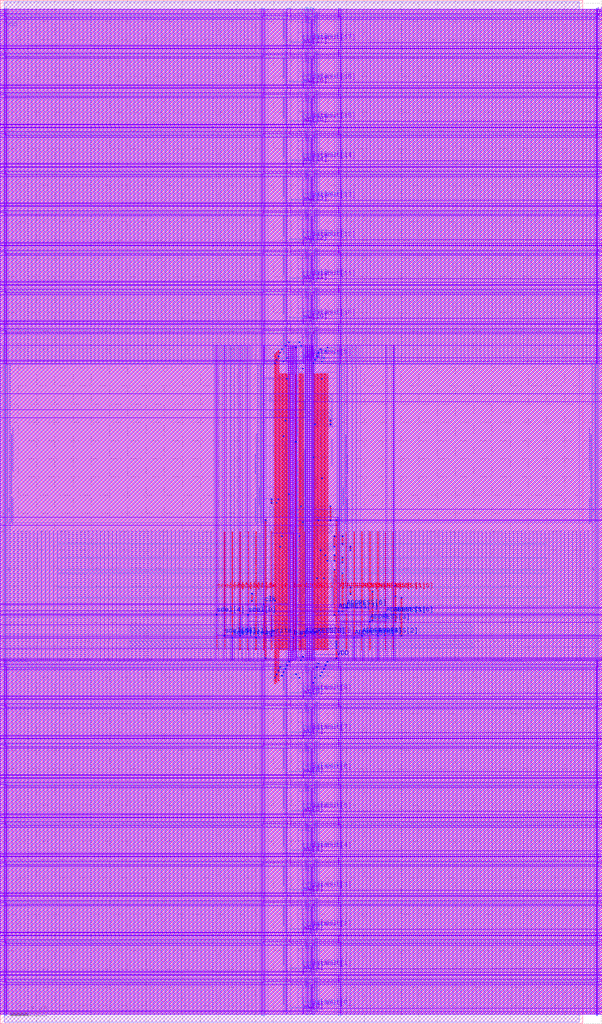
<source format=lef>
VERSION 5.8 ;
BUSBITCHARS "[]" ; 
DIVIDERCHAR "/" ; 


PROPERTYDEFINITIONS 
  MACRO CatenaDesignType STRING ; 
END PROPERTYDEFINITIONS 


MACRO srambank_128x4x18_6t122 
  CLASS BLOCK ; 
  ORIGIN 0 0 ; 
  FOREIGN srambank_128x4x18_6t122 0 0 ; 
  SIZE 64 BY 112.32 ; 
  SYMMETRY X Y ; 
  SITE coreSite ; 
  PIN VDD 
    DIRECTION INOUT ; 
    USE POWER ; 
    PORT 
      LAYER M4 ; 
        RECT 0.376 4.688 65.768 4.88 ; 
        RECT 0.376 9.008 65.768 9.2 ; 
        RECT 0.376 13.328 65.768 13.52 ; 
        RECT 0.376 17.648 65.768 17.84 ; 
        RECT 0.376 21.968 65.768 22.16 ; 
        RECT 0.376 26.288 65.768 26.48 ; 
        RECT 0.376 30.608 65.768 30.8 ; 
        RECT 0.376 34.928 65.768 35.12 ; 
        RECT 0.376 39.248 65.768 39.44 ; 
        RECT 14.256 41.172 51.84 42.036 ; 
        RECT 36.788 55.188 37.352 55.284 ; 
        RECT 36.264 40.052 37.316 40.148 ; 
        RECT 29.592 53.844 36.504 54.708 ; 
        RECT 29.592 66.516 36.504 67.38 ; 
        RECT 0.376 76.076 65.768 76.268 ; 
        RECT 0.376 80.396 65.768 80.588 ; 
        RECT 0.376 84.716 65.768 84.908 ; 
        RECT 0.376 89.036 65.768 89.228 ; 
        RECT 0.376 93.356 65.768 93.548 ; 
        RECT 0.376 97.676 65.768 97.868 ; 
        RECT 0.376 101.996 65.768 102.188 ; 
        RECT 0.376 106.316 65.768 106.508 ; 
        RECT 0.376 110.636 65.768 110.828 ; 
      LAYER M3 ; 
        RECT 65.576 0.866 65.648 5.506 ; 
        RECT 37.136 0.868 37.208 5.504 ; 
        RECT 31.52 1.028 31.88 5.484 ; 
        RECT 28.928 0.868 29 5.504 ; 
        RECT 0.488 0.866 0.56 5.506 ; 
        RECT 65.576 5.186 65.648 9.826 ; 
        RECT 37.136 5.188 37.208 9.824 ; 
        RECT 31.52 5.348 31.88 9.804 ; 
        RECT 28.928 5.188 29 9.824 ; 
        RECT 0.488 5.186 0.56 9.826 ; 
        RECT 65.576 9.506 65.648 14.146 ; 
        RECT 37.136 9.508 37.208 14.144 ; 
        RECT 31.52 9.668 31.88 14.124 ; 
        RECT 28.928 9.508 29 14.144 ; 
        RECT 0.488 9.506 0.56 14.146 ; 
        RECT 65.576 13.826 65.648 18.466 ; 
        RECT 37.136 13.828 37.208 18.464 ; 
        RECT 31.52 13.988 31.88 18.444 ; 
        RECT 28.928 13.828 29 18.464 ; 
        RECT 0.488 13.826 0.56 18.466 ; 
        RECT 65.576 18.146 65.648 22.786 ; 
        RECT 37.136 18.148 37.208 22.784 ; 
        RECT 31.52 18.308 31.88 22.764 ; 
        RECT 28.928 18.148 29 22.784 ; 
        RECT 0.488 18.146 0.56 22.786 ; 
        RECT 65.576 22.466 65.648 27.106 ; 
        RECT 37.136 22.468 37.208 27.104 ; 
        RECT 31.52 22.628 31.88 27.084 ; 
        RECT 28.928 22.468 29 27.104 ; 
        RECT 0.488 22.466 0.56 27.106 ; 
        RECT 65.576 26.786 65.648 31.426 ; 
        RECT 37.136 26.788 37.208 31.424 ; 
        RECT 31.52 26.948 31.88 31.404 ; 
        RECT 28.928 26.788 29 31.424 ; 
        RECT 0.488 26.786 0.56 31.426 ; 
        RECT 65.576 31.106 65.648 35.746 ; 
        RECT 37.136 31.108 37.208 35.744 ; 
        RECT 31.52 31.268 31.88 35.724 ; 
        RECT 28.928 31.108 29 35.744 ; 
        RECT 0.488 31.106 0.56 35.746 ; 
        RECT 65.576 35.426 65.648 40.066 ; 
        RECT 37.136 35.428 37.208 40.064 ; 
        RECT 31.52 35.588 31.88 40.044 ; 
        RECT 28.928 35.428 29 40.064 ; 
        RECT 0.488 35.426 0.56 40.066 ; 
        RECT 65.556 39.722 65.628 72.55 ; 
        RECT 37.188 55 37.26 72.394 ; 
        RECT 37.116 39.854 37.188 40.406 ; 
        RECT 31.644 41.016 32.58 71.348 ; 
        RECT 31.5 71.016 31.86 72.52 ; 
        RECT 31.5 39.88 31.86 41.384 ; 
        RECT 0.468 39.722 0.54 72.55 ; 
        RECT 65.576 72.254 65.648 76.894 ; 
        RECT 37.136 72.256 37.208 76.892 ; 
        RECT 31.52 72.416 31.88 76.872 ; 
        RECT 28.928 72.256 29 76.892 ; 
        RECT 0.488 72.254 0.56 76.894 ; 
        RECT 65.576 76.574 65.648 81.214 ; 
        RECT 37.136 76.576 37.208 81.212 ; 
        RECT 31.52 76.736 31.88 81.192 ; 
        RECT 28.928 76.576 29 81.212 ; 
        RECT 0.488 76.574 0.56 81.214 ; 
        RECT 65.576 80.894 65.648 85.534 ; 
        RECT 37.136 80.896 37.208 85.532 ; 
        RECT 31.52 81.056 31.88 85.512 ; 
        RECT 28.928 80.896 29 85.532 ; 
        RECT 0.488 80.894 0.56 85.534 ; 
        RECT 65.576 85.214 65.648 89.854 ; 
        RECT 37.136 85.216 37.208 89.852 ; 
        RECT 31.52 85.376 31.88 89.832 ; 
        RECT 28.928 85.216 29 89.852 ; 
        RECT 0.488 85.214 0.56 89.854 ; 
        RECT 65.576 89.534 65.648 94.174 ; 
        RECT 37.136 89.536 37.208 94.172 ; 
        RECT 31.52 89.696 31.88 94.152 ; 
        RECT 28.928 89.536 29 94.172 ; 
        RECT 0.488 89.534 0.56 94.174 ; 
        RECT 65.576 93.854 65.648 98.494 ; 
        RECT 37.136 93.856 37.208 98.492 ; 
        RECT 31.52 94.016 31.88 98.472 ; 
        RECT 28.928 93.856 29 98.492 ; 
        RECT 0.488 93.854 0.56 98.494 ; 
        RECT 65.576 98.174 65.648 102.814 ; 
        RECT 37.136 98.176 37.208 102.812 ; 
        RECT 31.52 98.336 31.88 102.792 ; 
        RECT 28.928 98.176 29 102.812 ; 
        RECT 0.488 98.174 0.56 102.814 ; 
        RECT 65.576 102.494 65.648 107.134 ; 
        RECT 37.136 102.496 37.208 107.132 ; 
        RECT 31.52 102.656 31.88 107.112 ; 
        RECT 28.928 102.496 29 107.132 ; 
        RECT 0.488 102.494 0.56 107.134 ; 
        RECT 65.576 106.814 65.648 111.454 ; 
        RECT 37.136 106.816 37.208 111.452 ; 
        RECT 31.52 106.976 31.88 111.432 ; 
        RECT 28.928 106.816 29 111.452 ; 
        RECT 0.488 106.814 0.56 111.454 ; 
      LAYER V3 ; 
        RECT 0.488 4.688 0.56 4.88 ; 
        RECT 28.928 4.688 29 4.88 ; 
        RECT 31.52 4.688 31.88 4.88 ; 
        RECT 37.136 4.688 37.208 4.88 ; 
        RECT 65.576 4.688 65.648 4.88 ; 
        RECT 0.488 9.008 0.56 9.2 ; 
        RECT 28.928 9.008 29 9.2 ; 
        RECT 31.52 9.008 31.88 9.2 ; 
        RECT 37.136 9.008 37.208 9.2 ; 
        RECT 65.576 9.008 65.648 9.2 ; 
        RECT 0.488 13.328 0.56 13.52 ; 
        RECT 28.928 13.328 29 13.52 ; 
        RECT 31.52 13.328 31.88 13.52 ; 
        RECT 37.136 13.328 37.208 13.52 ; 
        RECT 65.576 13.328 65.648 13.52 ; 
        RECT 0.488 17.648 0.56 17.84 ; 
        RECT 28.928 17.648 29 17.84 ; 
        RECT 31.52 17.648 31.88 17.84 ; 
        RECT 37.136 17.648 37.208 17.84 ; 
        RECT 65.576 17.648 65.648 17.84 ; 
        RECT 0.488 21.968 0.56 22.16 ; 
        RECT 28.928 21.968 29 22.16 ; 
        RECT 31.52 21.968 31.88 22.16 ; 
        RECT 37.136 21.968 37.208 22.16 ; 
        RECT 65.576 21.968 65.648 22.16 ; 
        RECT 0.488 26.288 0.56 26.48 ; 
        RECT 28.928 26.288 29 26.48 ; 
        RECT 31.52 26.288 31.88 26.48 ; 
        RECT 37.136 26.288 37.208 26.48 ; 
        RECT 65.576 26.288 65.648 26.48 ; 
        RECT 0.488 30.608 0.56 30.8 ; 
        RECT 28.928 30.608 29 30.8 ; 
        RECT 31.52 30.608 31.88 30.8 ; 
        RECT 37.136 30.608 37.208 30.8 ; 
        RECT 65.576 30.608 65.648 30.8 ; 
        RECT 0.488 34.928 0.56 35.12 ; 
        RECT 28.928 34.928 29 35.12 ; 
        RECT 31.52 34.928 31.88 35.12 ; 
        RECT 37.136 34.928 37.208 35.12 ; 
        RECT 65.576 34.928 65.648 35.12 ; 
        RECT 0.488 39.248 0.56 39.44 ; 
        RECT 28.928 39.248 29 39.44 ; 
        RECT 31.52 39.248 31.88 39.44 ; 
        RECT 37.136 39.248 37.208 39.44 ; 
        RECT 65.576 39.248 65.648 39.44 ; 
        RECT 31.66 66.516 31.732 67.38 ; 
        RECT 31.66 53.844 31.732 54.708 ; 
        RECT 31.66 41.172 31.732 42.036 ; 
        RECT 31.868 66.516 31.94 67.38 ; 
        RECT 31.868 53.844 31.94 54.708 ; 
        RECT 31.868 41.172 31.94 42.036 ; 
        RECT 32.076 66.516 32.148 67.38 ; 
        RECT 32.076 53.844 32.148 54.708 ; 
        RECT 32.076 41.172 32.148 42.036 ; 
        RECT 32.284 66.516 32.356 67.38 ; 
        RECT 32.284 53.844 32.356 54.708 ; 
        RECT 32.284 41.172 32.356 42.036 ; 
        RECT 32.492 66.516 32.564 67.38 ; 
        RECT 32.492 53.844 32.564 54.708 ; 
        RECT 32.492 41.172 32.564 42.036 ; 
        RECT 37.116 40.052 37.188 40.148 ; 
        RECT 37.188 55.188 37.26 55.284 ; 
        RECT 0.488 76.076 0.56 76.268 ; 
        RECT 28.928 76.076 29 76.268 ; 
        RECT 31.52 76.076 31.88 76.268 ; 
        RECT 37.136 76.076 37.208 76.268 ; 
        RECT 65.576 76.076 65.648 76.268 ; 
        RECT 0.488 80.396 0.56 80.588 ; 
        RECT 28.928 80.396 29 80.588 ; 
        RECT 31.52 80.396 31.88 80.588 ; 
        RECT 37.136 80.396 37.208 80.588 ; 
        RECT 65.576 80.396 65.648 80.588 ; 
        RECT 0.488 84.716 0.56 84.908 ; 
        RECT 28.928 84.716 29 84.908 ; 
        RECT 31.52 84.716 31.88 84.908 ; 
        RECT 37.136 84.716 37.208 84.908 ; 
        RECT 65.576 84.716 65.648 84.908 ; 
        RECT 0.488 89.036 0.56 89.228 ; 
        RECT 28.928 89.036 29 89.228 ; 
        RECT 31.52 89.036 31.88 89.228 ; 
        RECT 37.136 89.036 37.208 89.228 ; 
        RECT 65.576 89.036 65.648 89.228 ; 
        RECT 0.488 93.356 0.56 93.548 ; 
        RECT 28.928 93.356 29 93.548 ; 
        RECT 31.52 93.356 31.88 93.548 ; 
        RECT 37.136 93.356 37.208 93.548 ; 
        RECT 65.576 93.356 65.648 93.548 ; 
        RECT 0.488 97.676 0.56 97.868 ; 
        RECT 28.928 97.676 29 97.868 ; 
        RECT 31.52 97.676 31.88 97.868 ; 
        RECT 37.136 97.676 37.208 97.868 ; 
        RECT 65.576 97.676 65.648 97.868 ; 
        RECT 0.488 101.996 0.56 102.188 ; 
        RECT 28.928 101.996 29 102.188 ; 
        RECT 31.52 101.996 31.88 102.188 ; 
        RECT 37.136 101.996 37.208 102.188 ; 
        RECT 65.576 101.996 65.648 102.188 ; 
        RECT 0.488 106.316 0.56 106.508 ; 
        RECT 28.928 106.316 29 106.508 ; 
        RECT 31.52 106.316 31.88 106.508 ; 
        RECT 37.136 106.316 37.208 106.508 ; 
        RECT 65.576 106.316 65.648 106.508 ; 
        RECT 0.488 110.636 0.56 110.828 ; 
        RECT 28.928 110.636 29 110.828 ; 
        RECT 31.52 110.636 31.88 110.828 ; 
        RECT 37.136 110.636 37.208 110.828 ; 
        RECT 65.576 110.636 65.648 110.828 ; 
      LAYER M5 ; 
        RECT 36.864 39.98 36.96 55.356 ; 
      LAYER V4 ; 
        RECT 36.864 55.188 36.96 55.284 ; 
        RECT 36.864 41.172 36.96 42.036 ; 
        RECT 36.864 40.052 36.96 40.148 ; 
    END 
  END VDD 
  PIN VSS 
    DIRECTION INOUT ; 
    USE POWER ; 
    PORT 
      LAYER M4 ; 
        RECT 0.376 4.304 65.748 4.496 ; 
        RECT 0.376 8.624 65.748 8.816 ; 
        RECT 0.376 12.944 65.748 13.136 ; 
        RECT 0.376 17.264 65.748 17.456 ; 
        RECT 0.376 21.584 65.748 21.776 ; 
        RECT 0.376 25.904 65.748 26.096 ; 
        RECT 0.376 30.224 65.748 30.416 ; 
        RECT 0.376 34.544 65.748 34.736 ; 
        RECT 0.376 38.864 65.748 39.056 ; 
        RECT 14.256 42.9 51.84 43.764 ; 
        RECT 29.592 55.572 36.504 56.436 ; 
        RECT 29.592 68.244 36.504 69.108 ; 
        RECT 0.376 75.692 65.748 75.884 ; 
        RECT 0.376 80.012 65.748 80.204 ; 
        RECT 0.376 84.332 65.748 84.524 ; 
        RECT 0.376 88.652 65.748 88.844 ; 
        RECT 0.376 92.972 65.748 93.164 ; 
        RECT 0.376 97.292 65.748 97.484 ; 
        RECT 0.376 101.612 65.748 101.804 ; 
        RECT 0.376 105.932 65.748 106.124 ; 
        RECT 0.376 110.252 65.748 110.444 ; 
      LAYER M3 ; 
        RECT 65.432 0.866 65.504 5.506 ; 
        RECT 37.352 0.866 37.424 5.506 ; 
        RECT 34.292 1.012 34.436 5.468 ; 
        RECT 33.68 1.012 33.788 5.468 ; 
        RECT 28.712 0.866 28.784 5.506 ; 
        RECT 0.632 0.866 0.704 5.506 ; 
        RECT 65.432 5.186 65.504 9.826 ; 
        RECT 37.352 5.186 37.424 9.826 ; 
        RECT 34.292 5.332 34.436 9.788 ; 
        RECT 33.68 5.332 33.788 9.788 ; 
        RECT 28.712 5.186 28.784 9.826 ; 
        RECT 0.632 5.186 0.704 9.826 ; 
        RECT 65.432 9.506 65.504 14.146 ; 
        RECT 37.352 9.506 37.424 14.146 ; 
        RECT 34.292 9.652 34.436 14.108 ; 
        RECT 33.68 9.652 33.788 14.108 ; 
        RECT 28.712 9.506 28.784 14.146 ; 
        RECT 0.632 9.506 0.704 14.146 ; 
        RECT 65.432 13.826 65.504 18.466 ; 
        RECT 37.352 13.826 37.424 18.466 ; 
        RECT 34.292 13.972 34.436 18.428 ; 
        RECT 33.68 13.972 33.788 18.428 ; 
        RECT 28.712 13.826 28.784 18.466 ; 
        RECT 0.632 13.826 0.704 18.466 ; 
        RECT 65.432 18.146 65.504 22.786 ; 
        RECT 37.352 18.146 37.424 22.786 ; 
        RECT 34.292 18.292 34.436 22.748 ; 
        RECT 33.68 18.292 33.788 22.748 ; 
        RECT 28.712 18.146 28.784 22.786 ; 
        RECT 0.632 18.146 0.704 22.786 ; 
        RECT 65.432 22.466 65.504 27.106 ; 
        RECT 37.352 22.466 37.424 27.106 ; 
        RECT 34.292 22.612 34.436 27.068 ; 
        RECT 33.68 22.612 33.788 27.068 ; 
        RECT 28.712 22.466 28.784 27.106 ; 
        RECT 0.632 22.466 0.704 27.106 ; 
        RECT 65.432 26.786 65.504 31.426 ; 
        RECT 37.352 26.786 37.424 31.426 ; 
        RECT 34.292 26.932 34.436 31.388 ; 
        RECT 33.68 26.932 33.788 31.388 ; 
        RECT 28.712 26.786 28.784 31.426 ; 
        RECT 0.632 26.786 0.704 31.426 ; 
        RECT 65.432 31.106 65.504 35.746 ; 
        RECT 37.352 31.106 37.424 35.746 ; 
        RECT 34.292 31.252 34.436 35.708 ; 
        RECT 33.68 31.252 33.788 35.708 ; 
        RECT 28.712 31.106 28.784 35.746 ; 
        RECT 0.632 31.106 0.704 35.746 ; 
        RECT 65.432 35.426 65.504 40.066 ; 
        RECT 37.352 35.426 37.424 40.066 ; 
        RECT 34.292 35.572 34.436 40.028 ; 
        RECT 33.68 35.572 33.788 40.028 ; 
        RECT 28.712 35.426 28.784 40.066 ; 
        RECT 0.632 35.426 0.704 40.066 ; 
        RECT 65.412 39.722 65.484 72.55 ; 
        RECT 37.332 39.722 37.404 72.55 ; 
        RECT 33.516 40.616 34.452 71.348 ; 
        RECT 34.272 39.898 34.416 72.376 ; 
        RECT 33.66 39.896 33.768 72.376 ; 
        RECT 28.692 39.722 28.764 72.55 ; 
        RECT 0.612 39.722 0.684 72.55 ; 
        RECT 65.432 72.254 65.504 76.894 ; 
        RECT 37.352 72.254 37.424 76.894 ; 
        RECT 34.292 72.4 34.436 76.856 ; 
        RECT 33.68 72.4 33.788 76.856 ; 
        RECT 28.712 72.254 28.784 76.894 ; 
        RECT 0.632 72.254 0.704 76.894 ; 
        RECT 65.432 76.574 65.504 81.214 ; 
        RECT 37.352 76.574 37.424 81.214 ; 
        RECT 34.292 76.72 34.436 81.176 ; 
        RECT 33.68 76.72 33.788 81.176 ; 
        RECT 28.712 76.574 28.784 81.214 ; 
        RECT 0.632 76.574 0.704 81.214 ; 
        RECT 65.432 80.894 65.504 85.534 ; 
        RECT 37.352 80.894 37.424 85.534 ; 
        RECT 34.292 81.04 34.436 85.496 ; 
        RECT 33.68 81.04 33.788 85.496 ; 
        RECT 28.712 80.894 28.784 85.534 ; 
        RECT 0.632 80.894 0.704 85.534 ; 
        RECT 65.432 85.214 65.504 89.854 ; 
        RECT 37.352 85.214 37.424 89.854 ; 
        RECT 34.292 85.36 34.436 89.816 ; 
        RECT 33.68 85.36 33.788 89.816 ; 
        RECT 28.712 85.214 28.784 89.854 ; 
        RECT 0.632 85.214 0.704 89.854 ; 
        RECT 65.432 89.534 65.504 94.174 ; 
        RECT 37.352 89.534 37.424 94.174 ; 
        RECT 34.292 89.68 34.436 94.136 ; 
        RECT 33.68 89.68 33.788 94.136 ; 
        RECT 28.712 89.534 28.784 94.174 ; 
        RECT 0.632 89.534 0.704 94.174 ; 
        RECT 65.432 93.854 65.504 98.494 ; 
        RECT 37.352 93.854 37.424 98.494 ; 
        RECT 34.292 94 34.436 98.456 ; 
        RECT 33.68 94 33.788 98.456 ; 
        RECT 28.712 93.854 28.784 98.494 ; 
        RECT 0.632 93.854 0.704 98.494 ; 
        RECT 65.432 98.174 65.504 102.814 ; 
        RECT 37.352 98.174 37.424 102.814 ; 
        RECT 34.292 98.32 34.436 102.776 ; 
        RECT 33.68 98.32 33.788 102.776 ; 
        RECT 28.712 98.174 28.784 102.814 ; 
        RECT 0.632 98.174 0.704 102.814 ; 
        RECT 65.432 102.494 65.504 107.134 ; 
        RECT 37.352 102.494 37.424 107.134 ; 
        RECT 34.292 102.64 34.436 107.096 ; 
        RECT 33.68 102.64 33.788 107.096 ; 
        RECT 28.712 102.494 28.784 107.134 ; 
        RECT 0.632 102.494 0.704 107.134 ; 
        RECT 65.432 106.814 65.504 111.454 ; 
        RECT 37.352 106.814 37.424 111.454 ; 
        RECT 34.292 106.96 34.436 111.416 ; 
        RECT 33.68 106.96 33.788 111.416 ; 
        RECT 28.712 106.814 28.784 111.454 ; 
        RECT 0.632 106.814 0.704 111.454 ; 
      LAYER V3 ; 
        RECT 0.632 4.304 0.704 4.496 ; 
        RECT 28.712 4.304 28.784 4.496 ; 
        RECT 33.68 4.304 33.788 4.496 ; 
        RECT 34.292 4.304 34.436 4.496 ; 
        RECT 37.352 4.304 37.424 4.496 ; 
        RECT 65.432 4.304 65.504 4.496 ; 
        RECT 0.632 8.624 0.704 8.816 ; 
        RECT 28.712 8.624 28.784 8.816 ; 
        RECT 33.68 8.624 33.788 8.816 ; 
        RECT 34.292 8.624 34.436 8.816 ; 
        RECT 37.352 8.624 37.424 8.816 ; 
        RECT 65.432 8.624 65.504 8.816 ; 
        RECT 0.632 12.944 0.704 13.136 ; 
        RECT 28.712 12.944 28.784 13.136 ; 
        RECT 33.68 12.944 33.788 13.136 ; 
        RECT 34.292 12.944 34.436 13.136 ; 
        RECT 37.352 12.944 37.424 13.136 ; 
        RECT 65.432 12.944 65.504 13.136 ; 
        RECT 0.632 17.264 0.704 17.456 ; 
        RECT 28.712 17.264 28.784 17.456 ; 
        RECT 33.68 17.264 33.788 17.456 ; 
        RECT 34.292 17.264 34.436 17.456 ; 
        RECT 37.352 17.264 37.424 17.456 ; 
        RECT 65.432 17.264 65.504 17.456 ; 
        RECT 0.632 21.584 0.704 21.776 ; 
        RECT 28.712 21.584 28.784 21.776 ; 
        RECT 33.68 21.584 33.788 21.776 ; 
        RECT 34.292 21.584 34.436 21.776 ; 
        RECT 37.352 21.584 37.424 21.776 ; 
        RECT 65.432 21.584 65.504 21.776 ; 
        RECT 0.632 25.904 0.704 26.096 ; 
        RECT 28.712 25.904 28.784 26.096 ; 
        RECT 33.68 25.904 33.788 26.096 ; 
        RECT 34.292 25.904 34.436 26.096 ; 
        RECT 37.352 25.904 37.424 26.096 ; 
        RECT 65.432 25.904 65.504 26.096 ; 
        RECT 0.632 30.224 0.704 30.416 ; 
        RECT 28.712 30.224 28.784 30.416 ; 
        RECT 33.68 30.224 33.788 30.416 ; 
        RECT 34.292 30.224 34.436 30.416 ; 
        RECT 37.352 30.224 37.424 30.416 ; 
        RECT 65.432 30.224 65.504 30.416 ; 
        RECT 0.632 34.544 0.704 34.736 ; 
        RECT 28.712 34.544 28.784 34.736 ; 
        RECT 33.68 34.544 33.788 34.736 ; 
        RECT 34.292 34.544 34.436 34.736 ; 
        RECT 37.352 34.544 37.424 34.736 ; 
        RECT 65.432 34.544 65.504 34.736 ; 
        RECT 0.632 38.864 0.704 39.056 ; 
        RECT 28.712 38.864 28.784 39.056 ; 
        RECT 33.68 38.864 33.788 39.056 ; 
        RECT 34.292 38.864 34.436 39.056 ; 
        RECT 37.352 38.864 37.424 39.056 ; 
        RECT 65.432 38.864 65.504 39.056 ; 
        RECT 33.532 68.244 33.604 69.108 ; 
        RECT 33.532 55.572 33.604 56.436 ; 
        RECT 33.532 42.9 33.604 43.764 ; 
        RECT 33.74 68.244 33.812 69.108 ; 
        RECT 33.74 55.572 33.812 56.436 ; 
        RECT 33.74 42.9 33.812 43.764 ; 
        RECT 33.948 68.244 34.02 69.108 ; 
        RECT 33.948 55.572 34.02 56.436 ; 
        RECT 33.948 42.9 34.02 43.764 ; 
        RECT 34.156 68.244 34.228 69.108 ; 
        RECT 34.156 55.572 34.228 56.436 ; 
        RECT 34.156 42.9 34.228 43.764 ; 
        RECT 34.364 68.244 34.436 69.108 ; 
        RECT 34.364 55.572 34.436 56.436 ; 
        RECT 34.364 42.9 34.436 43.764 ; 
        RECT 37.332 42.902 37.404 43.766 ; 
        RECT 0.632 75.692 0.704 75.884 ; 
        RECT 28.712 75.692 28.784 75.884 ; 
        RECT 33.68 75.692 33.788 75.884 ; 
        RECT 34.292 75.692 34.436 75.884 ; 
        RECT 37.352 75.692 37.424 75.884 ; 
        RECT 65.432 75.692 65.504 75.884 ; 
        RECT 0.632 80.012 0.704 80.204 ; 
        RECT 28.712 80.012 28.784 80.204 ; 
        RECT 33.68 80.012 33.788 80.204 ; 
        RECT 34.292 80.012 34.436 80.204 ; 
        RECT 37.352 80.012 37.424 80.204 ; 
        RECT 65.432 80.012 65.504 80.204 ; 
        RECT 0.632 84.332 0.704 84.524 ; 
        RECT 28.712 84.332 28.784 84.524 ; 
        RECT 33.68 84.332 33.788 84.524 ; 
        RECT 34.292 84.332 34.436 84.524 ; 
        RECT 37.352 84.332 37.424 84.524 ; 
        RECT 65.432 84.332 65.504 84.524 ; 
        RECT 0.632 88.652 0.704 88.844 ; 
        RECT 28.712 88.652 28.784 88.844 ; 
        RECT 33.68 88.652 33.788 88.844 ; 
        RECT 34.292 88.652 34.436 88.844 ; 
        RECT 37.352 88.652 37.424 88.844 ; 
        RECT 65.432 88.652 65.504 88.844 ; 
        RECT 0.632 92.972 0.704 93.164 ; 
        RECT 28.712 92.972 28.784 93.164 ; 
        RECT 33.68 92.972 33.788 93.164 ; 
        RECT 34.292 92.972 34.436 93.164 ; 
        RECT 37.352 92.972 37.424 93.164 ; 
        RECT 65.432 92.972 65.504 93.164 ; 
        RECT 0.632 97.292 0.704 97.484 ; 
        RECT 28.712 97.292 28.784 97.484 ; 
        RECT 33.68 97.292 33.788 97.484 ; 
        RECT 34.292 97.292 34.436 97.484 ; 
        RECT 37.352 97.292 37.424 97.484 ; 
        RECT 65.432 97.292 65.504 97.484 ; 
        RECT 0.632 101.612 0.704 101.804 ; 
        RECT 28.712 101.612 28.784 101.804 ; 
        RECT 33.68 101.612 33.788 101.804 ; 
        RECT 34.292 101.612 34.436 101.804 ; 
        RECT 37.352 101.612 37.424 101.804 ; 
        RECT 65.432 101.612 65.504 101.804 ; 
        RECT 0.632 105.932 0.704 106.124 ; 
        RECT 28.712 105.932 28.784 106.124 ; 
        RECT 33.68 105.932 33.788 106.124 ; 
        RECT 34.292 105.932 34.436 106.124 ; 
        RECT 37.352 105.932 37.424 106.124 ; 
        RECT 65.432 105.932 65.504 106.124 ; 
        RECT 0.632 110.252 0.704 110.444 ; 
        RECT 28.712 110.252 28.784 110.444 ; 
        RECT 33.68 110.252 33.788 110.444 ; 
        RECT 34.292 110.252 34.436 110.444 ; 
        RECT 37.352 110.252 37.424 110.444 ; 
        RECT 65.432 110.252 65.504 110.444 ; 
    END 
  END VSS 
  PIN ADDRESS[0] 
    DIRECTION INPUT ; 
    USE SIGNAL ; 
    PORT 
      LAYER M3 ; 
        RECT 43.164 44.788 43.236 44.936 ; 
      LAYER M4 ; 
        RECT 42.956 44.82 43.292 44.916 ; 
      LAYER M5 ; 
        RECT 43.152 41.016 43.248 53.976 ; 
      LAYER V3 ; 
        RECT 43.164 44.82 43.236 44.916 ; 
      LAYER V4 ; 
        RECT 43.152 44.82 43.248 44.916 ; 
    END 
  END ADDRESS[0] 
  PIN ADDRESS[1] 
    DIRECTION INPUT ; 
    USE SIGNAL ; 
    PORT 
      LAYER M3 ; 
        RECT 42.3 44.8 42.372 44.948 ; 
      LAYER M4 ; 
        RECT 42.092 44.82 42.428 44.916 ; 
      LAYER M5 ; 
        RECT 42.288 41.016 42.384 53.976 ; 
      LAYER V3 ; 
        RECT 42.3 44.82 42.372 44.916 ; 
      LAYER V4 ; 
        RECT 42.288 44.82 42.384 44.916 ; 
    END 
  END ADDRESS[1] 
  PIN ADDRESS[2] 
    DIRECTION INPUT ; 
    USE SIGNAL ; 
    PORT 
      LAYER M3 ; 
        RECT 41.436 42.484 41.508 42.632 ; 
      LAYER M4 ; 
        RECT 41.228 42.516 41.564 42.612 ; 
      LAYER M5 ; 
        RECT 41.424 41.016 41.52 53.976 ; 
      LAYER V3 ; 
        RECT 41.436 42.516 41.508 42.612 ; 
      LAYER V4 ; 
        RECT 41.424 42.516 41.52 42.612 ; 
    END 
  END ADDRESS[2] 
  PIN ADDRESS[3] 
    DIRECTION INPUT ; 
    USE SIGNAL ; 
    PORT 
      LAYER M3 ; 
        RECT 40.572 43.444 40.644 44.168 ; 
      LAYER M4 ; 
        RECT 40.364 44.052 40.7 44.148 ; 
      LAYER M5 ; 
        RECT 40.56 41.016 40.656 53.976 ; 
      LAYER V3 ; 
        RECT 40.572 44.052 40.644 44.148 ; 
      LAYER V4 ; 
        RECT 40.56 44.052 40.656 44.148 ; 
    END 
  END ADDRESS[3] 
  PIN ADDRESS[4] 
    DIRECTION INPUT ; 
    USE SIGNAL ; 
    PORT 
      LAYER M3 ; 
        RECT 39.708 42.496 39.78 42.764 ; 
      LAYER M4 ; 
        RECT 39.5 42.516 39.836 42.612 ; 
      LAYER M5 ; 
        RECT 39.696 41.016 39.792 53.976 ; 
      LAYER V3 ; 
        RECT 39.708 42.516 39.78 42.612 ; 
      LAYER V4 ; 
        RECT 39.696 42.516 39.792 42.612 ; 
    END 
  END ADDRESS[4] 
  PIN ADDRESS[5] 
    DIRECTION INPUT ; 
    USE SIGNAL ; 
    PORT 
      LAYER M3 ; 
        RECT 38.844 41.428 38.916 42.44 ; 
      LAYER M4 ; 
        RECT 38.636 42.324 38.972 42.42 ; 
      LAYER M5 ; 
        RECT 38.832 41.016 38.928 53.976 ; 
      LAYER V3 ; 
        RECT 38.844 42.324 38.916 42.42 ; 
      LAYER V4 ; 
        RECT 38.832 42.324 38.928 42.42 ; 
    END 
  END ADDRESS[5] 
  PIN ADDRESS[6] 
    DIRECTION INPUT ; 
    USE SIGNAL ; 
    PORT 
      LAYER M3 ; 
        RECT 37.98 45.568 38.052 45.716 ; 
      LAYER M4 ; 
        RECT 37.772 45.588 38.108 45.684 ; 
      LAYER M5 ; 
        RECT 37.968 41.016 38.064 53.976 ; 
      LAYER V3 ; 
        RECT 37.98 45.588 38.052 45.684 ; 
      LAYER V4 ; 
        RECT 37.968 45.588 38.064 45.684 ; 
    END 
  END ADDRESS[6] 
  PIN ADDRESS[7] 
    DIRECTION INPUT ; 
    USE SIGNAL ; 
    PORT 
      LAYER M3 ; 
        RECT 37.116 44.956 37.188 45.32 ; 
      LAYER M4 ; 
        RECT 36.908 45.204 37.244 45.3 ; 
      LAYER M5 ; 
        RECT 37.104 41.016 37.2 53.976 ; 
      LAYER V3 ; 
        RECT 37.116 45.204 37.188 45.3 ; 
      LAYER V4 ; 
        RECT 37.104 45.204 37.2 45.3 ; 
    END 
  END ADDRESS[7] 
  PIN ADDRESS[8] 
    DIRECTION INPUT ; 
    USE SIGNAL ; 
    PORT 
      LAYER M3 ; 
        RECT 34.524 42.496 34.596 42.764 ; 
      LAYER M4 ; 
        RECT 33.388 42.516 34.64 42.612 ; 
      LAYER M5 ; 
        RECT 33.432 41.016 33.528 53.976 ; 
      LAYER V3 ; 
        RECT 34.524 42.516 34.596 42.612 ; 
      LAYER V4 ; 
        RECT 33.432 42.516 33.528 42.612 ; 
    END 
  END ADDRESS[8] 
  PIN banksel 
    DIRECTION INPUT ; 
    USE SIGNAL ; 
    PORT 
      LAYER M3 ; 
        RECT 32.94 41.428 33.012 42.44 ; 
      LAYER M4 ; 
        RECT 32.092 42.324 33.056 42.42 ; 
      LAYER M5 ; 
        RECT 32.136 41.016 32.232 53.976 ; 
      LAYER V3 ; 
        RECT 32.94 42.324 33.012 42.42 ; 
      LAYER V4 ; 
        RECT 32.136 42.324 32.232 42.42 ; 
    END 
  END banksel 
  PIN write 
    DIRECTION INPUT ; 
    USE SIGNAL ; 
    PORT 
      LAYER M3 ; 
        RECT 29.772 42.496 29.844 42.764 ; 
      LAYER M4 ; 
        RECT 29.564 42.516 29.9 42.612 ; 
      LAYER M5 ; 
        RECT 29.76 41.016 29.856 53.976 ; 
      LAYER V3 ; 
        RECT 29.772 42.516 29.844 42.612 ; 
      LAYER V4 ; 
        RECT 29.76 42.516 29.856 42.612 ; 
    END 
  END write 
  PIN clk 
    DIRECTION INPUT ; 
    USE SIGNAL ; 
    PORT 
      LAYER M3 ; 
        RECT 28.908 45.952 28.98 46.148 ; 
      LAYER M4 ; 
        RECT 28.7 45.972 29.036 46.068 ; 
      LAYER M5 ; 
        RECT 28.896 41.016 28.992 53.976 ; 
      LAYER V3 ; 
        RECT 28.908 45.972 28.98 46.068 ; 
      LAYER V4 ; 
        RECT 28.896 45.972 28.992 46.068 ; 
    END 
  END clk 
  PIN read 
    DIRECTION INPUT ; 
    USE SIGNAL ; 
    PORT 
      LAYER M3 ; 
        RECT 29.052 41.428 29.124 42.44 ; 
      LAYER M4 ; 
        RECT 27.988 42.324 29.168 42.42 ; 
      LAYER M5 ; 
        RECT 28.032 41.016 28.128 53.976 ; 
      LAYER V3 ; 
        RECT 29.052 42.324 29.124 42.42 ; 
      LAYER V4 ; 
        RECT 28.032 42.324 28.128 42.42 ; 
    END 
  END read 
  PIN sdel[0] 
    DIRECTION INPUT ; 
    USE SIGNAL ; 
    PORT 
      LAYER M3 ; 
        RECT 27.18 44.788 27.252 44.936 ; 
      LAYER M4 ; 
        RECT 26.972 44.82 27.308 44.916 ; 
      LAYER M5 ; 
        RECT 27.168 41.016 27.264 53.976 ; 
      LAYER V3 ; 
        RECT 27.18 44.82 27.252 44.916 ; 
      LAYER V4 ; 
        RECT 27.168 44.82 27.264 44.916 ; 
    END 
  END sdel[0] 
  PIN sdel[1] 
    DIRECTION INPUT ; 
    USE SIGNAL ; 
    PORT 
      LAYER M3 ; 
        RECT 26.316 42.496 26.388 43.412 ; 
      LAYER M4 ; 
        RECT 26.108 42.516 26.444 42.612 ; 
      LAYER M5 ; 
        RECT 26.304 41.016 26.4 53.976 ; 
      LAYER V3 ; 
        RECT 26.316 42.516 26.388 42.612 ; 
      LAYER V4 ; 
        RECT 26.304 42.516 26.4 42.612 ; 
    END 
  END sdel[1] 
  PIN sdel[2] 
    DIRECTION INPUT ; 
    USE SIGNAL ; 
    PORT 
      LAYER M3 ; 
        RECT 25.452 41.428 25.524 42.44 ; 
      LAYER M4 ; 
        RECT 25.244 42.324 25.58 42.42 ; 
      LAYER M5 ; 
        RECT 25.44 41.016 25.536 53.976 ; 
      LAYER V3 ; 
        RECT 25.452 42.324 25.524 42.42 ; 
      LAYER V4 ; 
        RECT 25.44 42.324 25.536 42.42 ; 
    END 
  END sdel[2] 
  PIN sdel[3] 
    DIRECTION INPUT ; 
    USE SIGNAL ; 
    PORT 
      LAYER M3 ; 
        RECT 24.588 42.484 24.66 42.632 ; 
      LAYER M4 ; 
        RECT 24.38 42.516 24.716 42.612 ; 
      LAYER M5 ; 
        RECT 24.576 41.016 24.672 53.976 ; 
      LAYER V3 ; 
        RECT 24.588 42.516 24.66 42.612 ; 
      LAYER V4 ; 
        RECT 24.576 42.516 24.672 42.612 ; 
    END 
  END sdel[3] 
  PIN sdel[4] 
    DIRECTION INPUT ; 
    USE SIGNAL ; 
    PORT 
      LAYER M3 ; 
        RECT 23.724 44.788 23.796 44.936 ; 
      LAYER M4 ; 
        RECT 23.516 44.82 23.852 44.916 ; 
      LAYER M5 ; 
        RECT 23.712 41.016 23.808 53.976 ; 
      LAYER V3 ; 
        RECT 23.724 44.82 23.796 44.916 ; 
      LAYER V4 ; 
        RECT 23.712 44.82 23.808 44.916 ; 
    END 
  END sdel[4] 
  PIN dataout[0] 
    DIRECTION OUTPUT ; 
    USE SIGNAL ; 
    PORT 
      LAYER M4 ; 
        RECT 31.796 1.712 34.388 1.808 ; 
      LAYER M3 ; 
        RECT 34.148 1.51 34.22 2.468 ; 
      LAYER V3 ; 
        RECT 34.148 1.712 34.22 1.808 ; 
    END 
  END dataout[0] 
  PIN wd[0] 
    DIRECTION INPUT ; 
    USE SIGNAL ; 
    PORT 
      LAYER M4 ; 
        RECT 31.796 1.328 34.66 1.424 ; 
      LAYER M3 ; 
        RECT 33.248 1.08 33.32 2.7 ; 
      LAYER V3 ; 
        RECT 33.248 1.328 33.32 1.424 ; 
    END 
  END wd[0] 
  PIN dataout[1] 
    DIRECTION OUTPUT ; 
    USE SIGNAL ; 
    PORT 
      LAYER M4 ; 
        RECT 31.796 6.032 34.388 6.128 ; 
      LAYER M3 ; 
        RECT 34.148 5.83 34.22 6.788 ; 
      LAYER V3 ; 
        RECT 34.148 6.032 34.22 6.128 ; 
    END 
  END dataout[1] 
  PIN wd[1] 
    DIRECTION INPUT ; 
    USE SIGNAL ; 
    PORT 
      LAYER M4 ; 
        RECT 31.796 5.648 34.66 5.744 ; 
      LAYER M3 ; 
        RECT 33.248 5.4 33.32 7.02 ; 
      LAYER V3 ; 
        RECT 33.248 5.648 33.32 5.744 ; 
    END 
  END wd[1] 
  PIN dataout[2] 
    DIRECTION OUTPUT ; 
    USE SIGNAL ; 
    PORT 
      LAYER M4 ; 
        RECT 31.796 10.352 34.388 10.448 ; 
      LAYER M3 ; 
        RECT 34.148 10.15 34.22 11.108 ; 
      LAYER V3 ; 
        RECT 34.148 10.352 34.22 10.448 ; 
    END 
  END dataout[2] 
  PIN wd[2] 
    DIRECTION INPUT ; 
    USE SIGNAL ; 
    PORT 
      LAYER M4 ; 
        RECT 31.796 9.968 34.66 10.064 ; 
      LAYER M3 ; 
        RECT 33.248 9.72 33.32 11.34 ; 
      LAYER V3 ; 
        RECT 33.248 9.968 33.32 10.064 ; 
    END 
  END wd[2] 
  PIN dataout[3] 
    DIRECTION OUTPUT ; 
    USE SIGNAL ; 
    PORT 
      LAYER M4 ; 
        RECT 31.796 14.672 34.388 14.768 ; 
      LAYER M3 ; 
        RECT 34.148 14.47 34.22 15.428 ; 
      LAYER V3 ; 
        RECT 34.148 14.672 34.22 14.768 ; 
    END 
  END dataout[3] 
  PIN wd[3] 
    DIRECTION INPUT ; 
    USE SIGNAL ; 
    PORT 
      LAYER M4 ; 
        RECT 31.796 14.288 34.66 14.384 ; 
      LAYER M3 ; 
        RECT 33.248 14.04 33.32 15.66 ; 
      LAYER V3 ; 
        RECT 33.248 14.288 33.32 14.384 ; 
    END 
  END wd[3] 
  PIN dataout[4] 
    DIRECTION OUTPUT ; 
    USE SIGNAL ; 
    PORT 
      LAYER M4 ; 
        RECT 31.796 18.992 34.388 19.088 ; 
      LAYER M3 ; 
        RECT 34.148 18.79 34.22 19.748 ; 
      LAYER V3 ; 
        RECT 34.148 18.992 34.22 19.088 ; 
    END 
  END dataout[4] 
  PIN wd[4] 
    DIRECTION INPUT ; 
    USE SIGNAL ; 
    PORT 
      LAYER M4 ; 
        RECT 31.796 18.608 34.66 18.704 ; 
      LAYER M3 ; 
        RECT 33.248 18.36 33.32 19.98 ; 
      LAYER V3 ; 
        RECT 33.248 18.608 33.32 18.704 ; 
    END 
  END wd[4] 
  PIN dataout[5] 
    DIRECTION OUTPUT ; 
    USE SIGNAL ; 
    PORT 
      LAYER M4 ; 
        RECT 31.796 23.312 34.388 23.408 ; 
      LAYER M3 ; 
        RECT 34.148 23.11 34.22 24.068 ; 
      LAYER V3 ; 
        RECT 34.148 23.312 34.22 23.408 ; 
    END 
  END dataout[5] 
  PIN wd[5] 
    DIRECTION INPUT ; 
    USE SIGNAL ; 
    PORT 
      LAYER M4 ; 
        RECT 31.796 22.928 34.66 23.024 ; 
      LAYER M3 ; 
        RECT 33.248 22.68 33.32 24.3 ; 
      LAYER V3 ; 
        RECT 33.248 22.928 33.32 23.024 ; 
    END 
  END wd[5] 
  PIN dataout[6] 
    DIRECTION OUTPUT ; 
    USE SIGNAL ; 
    PORT 
      LAYER M4 ; 
        RECT 31.796 27.632 34.388 27.728 ; 
      LAYER M3 ; 
        RECT 34.148 27.43 34.22 28.388 ; 
      LAYER V3 ; 
        RECT 34.148 27.632 34.22 27.728 ; 
    END 
  END dataout[6] 
  PIN wd[6] 
    DIRECTION INPUT ; 
    USE SIGNAL ; 
    PORT 
      LAYER M4 ; 
        RECT 31.796 27.248 34.66 27.344 ; 
      LAYER M3 ; 
        RECT 33.248 27 33.32 28.62 ; 
      LAYER V3 ; 
        RECT 33.248 27.248 33.32 27.344 ; 
    END 
  END wd[6] 
  PIN dataout[7] 
    DIRECTION OUTPUT ; 
    USE SIGNAL ; 
    PORT 
      LAYER M4 ; 
        RECT 31.796 31.952 34.388 32.048 ; 
      LAYER M3 ; 
        RECT 34.148 31.75 34.22 32.708 ; 
      LAYER V3 ; 
        RECT 34.148 31.952 34.22 32.048 ; 
    END 
  END dataout[7] 
  PIN wd[7] 
    DIRECTION INPUT ; 
    USE SIGNAL ; 
    PORT 
      LAYER M4 ; 
        RECT 31.796 31.568 34.66 31.664 ; 
      LAYER M3 ; 
        RECT 33.248 31.32 33.32 32.94 ; 
      LAYER V3 ; 
        RECT 33.248 31.568 33.32 31.664 ; 
    END 
  END wd[7] 
  PIN dataout[8] 
    DIRECTION OUTPUT ; 
    USE SIGNAL ; 
    PORT 
      LAYER M4 ; 
        RECT 31.796 36.272 34.388 36.368 ; 
      LAYER M3 ; 
        RECT 34.148 36.07 34.22 37.028 ; 
      LAYER V3 ; 
        RECT 34.148 36.272 34.22 36.368 ; 
    END 
  END dataout[8] 
  PIN wd[8] 
    DIRECTION INPUT ; 
    USE SIGNAL ; 
    PORT 
      LAYER M4 ; 
        RECT 31.796 35.888 34.66 35.984 ; 
      LAYER M3 ; 
        RECT 33.248 35.64 33.32 37.26 ; 
      LAYER V3 ; 
        RECT 33.248 35.888 33.32 35.984 ; 
    END 
  END wd[8] 
  PIN dataout[9] 
    DIRECTION OUTPUT ; 
    USE SIGNAL ; 
    PORT 
      LAYER M4 ; 
        RECT 31.796 73.1 34.388 73.196 ; 
      LAYER M3 ; 
        RECT 34.148 72.898 34.22 73.856 ; 
      LAYER V3 ; 
        RECT 34.148 73.1 34.22 73.196 ; 
    END 
  END dataout[9] 
  PIN wd[9] 
    DIRECTION INPUT ; 
    USE SIGNAL ; 
    PORT 
      LAYER M4 ; 
        RECT 31.796 72.716 34.66 72.812 ; 
      LAYER M3 ; 
        RECT 33.248 72.468 33.32 74.088 ; 
      LAYER V3 ; 
        RECT 33.248 72.716 33.32 72.812 ; 
    END 
  END wd[9] 
  PIN dataout[10] 
    DIRECTION OUTPUT ; 
    USE SIGNAL ; 
    PORT 
      LAYER M4 ; 
        RECT 31.796 77.42 34.388 77.516 ; 
      LAYER M3 ; 
        RECT 34.148 77.218 34.22 78.176 ; 
      LAYER V3 ; 
        RECT 34.148 77.42 34.22 77.516 ; 
    END 
  END dataout[10] 
  PIN wd[10] 
    DIRECTION INPUT ; 
    USE SIGNAL ; 
    PORT 
      LAYER M4 ; 
        RECT 31.796 77.036 34.66 77.132 ; 
      LAYER M3 ; 
        RECT 33.248 76.788 33.32 78.408 ; 
      LAYER V3 ; 
        RECT 33.248 77.036 33.32 77.132 ; 
    END 
  END wd[10] 
  PIN dataout[11] 
    DIRECTION OUTPUT ; 
    USE SIGNAL ; 
    PORT 
      LAYER M4 ; 
        RECT 31.796 81.74 34.388 81.836 ; 
      LAYER M3 ; 
        RECT 34.148 81.538 34.22 82.496 ; 
      LAYER V3 ; 
        RECT 34.148 81.74 34.22 81.836 ; 
    END 
  END dataout[11] 
  PIN wd[11] 
    DIRECTION INPUT ; 
    USE SIGNAL ; 
    PORT 
      LAYER M4 ; 
        RECT 31.796 81.356 34.66 81.452 ; 
      LAYER M3 ; 
        RECT 33.248 81.108 33.32 82.728 ; 
      LAYER V3 ; 
        RECT 33.248 81.356 33.32 81.452 ; 
    END 
  END wd[11] 
  PIN dataout[12] 
    DIRECTION OUTPUT ; 
    USE SIGNAL ; 
    PORT 
      LAYER M4 ; 
        RECT 31.796 86.06 34.388 86.156 ; 
      LAYER M3 ; 
        RECT 34.148 85.858 34.22 86.816 ; 
      LAYER V3 ; 
        RECT 34.148 86.06 34.22 86.156 ; 
    END 
  END dataout[12] 
  PIN wd[12] 
    DIRECTION INPUT ; 
    USE SIGNAL ; 
    PORT 
      LAYER M4 ; 
        RECT 31.796 85.676 34.66 85.772 ; 
      LAYER M3 ; 
        RECT 33.248 85.428 33.32 87.048 ; 
      LAYER V3 ; 
        RECT 33.248 85.676 33.32 85.772 ; 
    END 
  END wd[12] 
  PIN dataout[13] 
    DIRECTION OUTPUT ; 
    USE SIGNAL ; 
    PORT 
      LAYER M4 ; 
        RECT 31.796 90.38 34.388 90.476 ; 
      LAYER M3 ; 
        RECT 34.148 90.178 34.22 91.136 ; 
      LAYER V3 ; 
        RECT 34.148 90.38 34.22 90.476 ; 
    END 
  END dataout[13] 
  PIN wd[13] 
    DIRECTION INPUT ; 
    USE SIGNAL ; 
    PORT 
      LAYER M4 ; 
        RECT 31.796 89.996 34.66 90.092 ; 
      LAYER M3 ; 
        RECT 33.248 89.748 33.32 91.368 ; 
      LAYER V3 ; 
        RECT 33.248 89.996 33.32 90.092 ; 
    END 
  END wd[13] 
  PIN dataout[14] 
    DIRECTION OUTPUT ; 
    USE SIGNAL ; 
    PORT 
      LAYER M4 ; 
        RECT 31.796 94.7 34.388 94.796 ; 
      LAYER M3 ; 
        RECT 34.148 94.498 34.22 95.456 ; 
      LAYER V3 ; 
        RECT 34.148 94.7 34.22 94.796 ; 
    END 
  END dataout[14] 
  PIN wd[14] 
    DIRECTION INPUT ; 
    USE SIGNAL ; 
    PORT 
      LAYER M4 ; 
        RECT 31.796 94.316 34.66 94.412 ; 
      LAYER M3 ; 
        RECT 33.248 94.068 33.32 95.688 ; 
      LAYER V3 ; 
        RECT 33.248 94.316 33.32 94.412 ; 
    END 
  END wd[14] 
  PIN dataout[15] 
    DIRECTION OUTPUT ; 
    USE SIGNAL ; 
    PORT 
      LAYER M4 ; 
        RECT 31.796 99.02 34.388 99.116 ; 
      LAYER M3 ; 
        RECT 34.148 98.818 34.22 99.776 ; 
      LAYER V3 ; 
        RECT 34.148 99.02 34.22 99.116 ; 
    END 
  END dataout[15] 
  PIN wd[15] 
    DIRECTION INPUT ; 
    USE SIGNAL ; 
    PORT 
      LAYER M4 ; 
        RECT 31.796 98.636 34.66 98.732 ; 
      LAYER M3 ; 
        RECT 33.248 98.388 33.32 100.008 ; 
      LAYER V3 ; 
        RECT 33.248 98.636 33.32 98.732 ; 
    END 
  END wd[15] 
  PIN dataout[16] 
    DIRECTION OUTPUT ; 
    USE SIGNAL ; 
    PORT 
      LAYER M4 ; 
        RECT 31.796 103.34 34.388 103.436 ; 
      LAYER M3 ; 
        RECT 34.148 103.138 34.22 104.096 ; 
      LAYER V3 ; 
        RECT 34.148 103.34 34.22 103.436 ; 
    END 
  END dataout[16] 
  PIN wd[16] 
    DIRECTION INPUT ; 
    USE SIGNAL ; 
    PORT 
      LAYER M4 ; 
        RECT 31.796 102.956 34.66 103.052 ; 
      LAYER M3 ; 
        RECT 33.248 102.708 33.32 104.328 ; 
      LAYER V3 ; 
        RECT 33.248 102.956 33.32 103.052 ; 
    END 
  END wd[16] 
  PIN dataout[17] 
    DIRECTION OUTPUT ; 
    USE SIGNAL ; 
    PORT 
      LAYER M4 ; 
        RECT 31.796 107.66 34.388 107.756 ; 
      LAYER M3 ; 
        RECT 34.148 107.458 34.22 108.416 ; 
      LAYER V3 ; 
        RECT 34.148 107.66 34.22 107.756 ; 
    END 
  END dataout[17] 
  PIN wd[17] 
    DIRECTION INPUT ; 
    USE SIGNAL ; 
    PORT 
      LAYER M4 ; 
        RECT 31.796 107.276 34.66 107.372 ; 
      LAYER M3 ; 
        RECT 33.248 107.028 33.32 108.648 ; 
      LAYER V3 ; 
        RECT 33.248 107.276 33.32 107.372 ; 
    END 
  END wd[17] 
OBS 
  LAYER M1 SPACING 0.072 ; 
      RECT 0.02 1.026 66.116 5.4 ; 
      RECT 0.02 5.346 66.116 9.72 ; 
      RECT 0.02 9.666 66.116 14.04 ; 
      RECT 0.02 13.986 66.116 18.36 ; 
      RECT 0.02 18.306 66.116 22.68 ; 
      RECT 0.02 22.626 66.116 27 ; 
      RECT 0.02 26.946 66.116 31.32 ; 
      RECT 0.02 31.266 66.116 35.64 ; 
      RECT 0.02 35.586 66.116 39.96 ; 
      RECT 0 39.828 66.096 74.442 ; 
        RECT 0.02 72.414 66.116 76.788 ; 
        RECT 0.02 76.734 66.116 81.108 ; 
        RECT 0.02 81.054 66.116 85.428 ; 
        RECT 0.02 85.374 66.116 89.748 ; 
        RECT 0.02 89.694 66.116 94.068 ; 
        RECT 0.02 94.014 66.116 98.388 ; 
        RECT 0.02 98.334 66.116 102.708 ; 
        RECT 0.02 102.654 66.116 107.028 ; 
        RECT 0.02 106.974 66.116 111.348 ; 
  LAYER M2 SPACING 0.072 ; 
      RECT 0.02 1.026 66.116 5.4 ; 
      RECT 0.02 5.346 66.116 9.72 ; 
      RECT 0.02 9.666 66.116 14.04 ; 
      RECT 0.02 13.986 66.116 18.36 ; 
      RECT 0.02 18.306 66.116 22.68 ; 
      RECT 0.02 22.626 66.116 27 ; 
      RECT 0.02 26.946 66.116 31.32 ; 
      RECT 0.02 31.266 66.116 35.64 ; 
      RECT 0.02 35.586 66.116 39.96 ; 
      RECT 0 39.828 66.096 74.442 ; 
        RECT 0.02 72.414 66.116 76.788 ; 
        RECT 0.02 76.734 66.116 81.108 ; 
        RECT 0.02 81.054 66.116 85.428 ; 
        RECT 0.02 85.374 66.116 89.748 ; 
        RECT 0.02 89.694 66.116 94.068 ; 
        RECT 0.02 94.014 66.116 98.388 ; 
        RECT 0.02 98.334 66.116 102.708 ; 
        RECT 0.02 102.654 66.116 107.028 ; 
        RECT 0.02 106.974 66.116 111.348 ; 
  LAYER V1 SPACING 0.072 ; 
      RECT 0.02 1.026 66.116 5.4 ; 
      RECT 0.02 5.346 66.116 9.72 ; 
      RECT 0.02 9.666 66.116 14.04 ; 
      RECT 0.02 13.986 66.116 18.36 ; 
      RECT 0.02 18.306 66.116 22.68 ; 
      RECT 0.02 22.626 66.116 27 ; 
      RECT 0.02 26.946 66.116 31.32 ; 
      RECT 0.02 31.266 66.116 35.64 ; 
      RECT 0.02 35.586 66.116 39.96 ; 
      RECT 0 39.828 66.096 74.442 ; 
        RECT 0.02 72.414 66.116 76.788 ; 
        RECT 0.02 76.734 66.116 81.108 ; 
        RECT 0.02 81.054 66.116 85.428 ; 
        RECT 0.02 85.374 66.116 89.748 ; 
        RECT 0.02 89.694 66.116 94.068 ; 
        RECT 0.02 94.014 66.116 98.388 ; 
        RECT 0.02 98.334 66.116 102.708 ; 
        RECT 0.02 102.654 66.116 107.028 ; 
        RECT 0.02 106.974 66.116 111.348 ; 
  LAYER V2 SPACING 0.072 ; 
      RECT 0.02 1.026 66.116 5.4 ; 
      RECT 0.02 5.346 66.116 9.72 ; 
      RECT 0.02 9.666 66.116 14.04 ; 
      RECT 0.02 13.986 66.116 18.36 ; 
      RECT 0.02 18.306 66.116 22.68 ; 
      RECT 0.02 22.626 66.116 27 ; 
      RECT 0.02 26.946 66.116 31.32 ; 
      RECT 0.02 31.266 66.116 35.64 ; 
      RECT 0.02 35.586 66.116 39.96 ; 
      RECT 0 39.828 66.096 74.442 ; 
        RECT 0.02 72.414 66.116 76.788 ; 
        RECT 0.02 76.734 66.116 81.108 ; 
        RECT 0.02 81.054 66.116 85.428 ; 
        RECT 0.02 85.374 66.116 89.748 ; 
        RECT 0.02 89.694 66.116 94.068 ; 
        RECT 0.02 94.014 66.116 98.388 ; 
        RECT 0.02 98.334 66.116 102.708 ; 
        RECT 0.02 102.654 66.116 107.028 ; 
        RECT 0.02 106.974 66.116 111.348 ; 
  LAYER M3 ; 
      RECT 34.796 1.38 34.868 5.122 ; 
      RECT 34.652 1.38 34.724 5.122 ; 
      RECT 34.508 3.688 34.58 4.978 ; 
      RECT 34.04 4.476 34.112 4.914 ; 
      RECT 34.004 1.51 34.076 2.468 ; 
      RECT 33.86 3.834 33.932 4.448 ; 
      RECT 33.536 3.936 33.608 4.968 ; 
      RECT 31.376 1.38 31.448 5.122 ; 
      RECT 31.232 1.38 31.304 5.122 ; 
      RECT 31.088 2.104 31.16 4.376 ; 
      RECT 34.796 5.7 34.868 9.442 ; 
      RECT 34.652 5.7 34.724 9.442 ; 
      RECT 34.508 8.008 34.58 9.298 ; 
      RECT 34.04 8.796 34.112 9.234 ; 
      RECT 34.004 5.83 34.076 6.788 ; 
      RECT 33.86 8.154 33.932 8.768 ; 
      RECT 33.536 8.256 33.608 9.288 ; 
      RECT 31.376 5.7 31.448 9.442 ; 
      RECT 31.232 5.7 31.304 9.442 ; 
      RECT 31.088 6.424 31.16 8.696 ; 
      RECT 34.796 10.02 34.868 13.762 ; 
      RECT 34.652 10.02 34.724 13.762 ; 
      RECT 34.508 12.328 34.58 13.618 ; 
      RECT 34.04 13.116 34.112 13.554 ; 
      RECT 34.004 10.15 34.076 11.108 ; 
      RECT 33.86 12.474 33.932 13.088 ; 
      RECT 33.536 12.576 33.608 13.608 ; 
      RECT 31.376 10.02 31.448 13.762 ; 
      RECT 31.232 10.02 31.304 13.762 ; 
      RECT 31.088 10.744 31.16 13.016 ; 
      RECT 34.796 14.34 34.868 18.082 ; 
      RECT 34.652 14.34 34.724 18.082 ; 
      RECT 34.508 16.648 34.58 17.938 ; 
      RECT 34.04 17.436 34.112 17.874 ; 
      RECT 34.004 14.47 34.076 15.428 ; 
      RECT 33.86 16.794 33.932 17.408 ; 
      RECT 33.536 16.896 33.608 17.928 ; 
      RECT 31.376 14.34 31.448 18.082 ; 
      RECT 31.232 14.34 31.304 18.082 ; 
      RECT 31.088 15.064 31.16 17.336 ; 
      RECT 34.796 18.66 34.868 22.402 ; 
      RECT 34.652 18.66 34.724 22.402 ; 
      RECT 34.508 20.968 34.58 22.258 ; 
      RECT 34.04 21.756 34.112 22.194 ; 
      RECT 34.004 18.79 34.076 19.748 ; 
      RECT 33.86 21.114 33.932 21.728 ; 
      RECT 33.536 21.216 33.608 22.248 ; 
      RECT 31.376 18.66 31.448 22.402 ; 
      RECT 31.232 18.66 31.304 22.402 ; 
      RECT 31.088 19.384 31.16 21.656 ; 
      RECT 34.796 22.98 34.868 26.722 ; 
      RECT 34.652 22.98 34.724 26.722 ; 
      RECT 34.508 25.288 34.58 26.578 ; 
      RECT 34.04 26.076 34.112 26.514 ; 
      RECT 34.004 23.11 34.076 24.068 ; 
      RECT 33.86 25.434 33.932 26.048 ; 
      RECT 33.536 25.536 33.608 26.568 ; 
      RECT 31.376 22.98 31.448 26.722 ; 
      RECT 31.232 22.98 31.304 26.722 ; 
      RECT 31.088 23.704 31.16 25.976 ; 
      RECT 34.796 27.3 34.868 31.042 ; 
      RECT 34.652 27.3 34.724 31.042 ; 
      RECT 34.508 29.608 34.58 30.898 ; 
      RECT 34.04 30.396 34.112 30.834 ; 
      RECT 34.004 27.43 34.076 28.388 ; 
      RECT 33.86 29.754 33.932 30.368 ; 
      RECT 33.536 29.856 33.608 30.888 ; 
      RECT 31.376 27.3 31.448 31.042 ; 
      RECT 31.232 27.3 31.304 31.042 ; 
      RECT 31.088 28.024 31.16 30.296 ; 
      RECT 34.796 31.62 34.868 35.362 ; 
      RECT 34.652 31.62 34.724 35.362 ; 
      RECT 34.508 33.928 34.58 35.218 ; 
      RECT 34.04 34.716 34.112 35.154 ; 
      RECT 34.004 31.75 34.076 32.708 ; 
      RECT 33.86 34.074 33.932 34.688 ; 
      RECT 33.536 34.176 33.608 35.208 ; 
      RECT 31.376 31.62 31.448 35.362 ; 
      RECT 31.232 31.62 31.304 35.362 ; 
      RECT 31.088 32.344 31.16 34.616 ; 
      RECT 34.796 35.94 34.868 39.682 ; 
      RECT 34.652 35.94 34.724 39.682 ; 
      RECT 34.508 38.248 34.58 39.538 ; 
      RECT 34.04 39.036 34.112 39.474 ; 
      RECT 34.004 36.07 34.076 37.028 ; 
      RECT 33.86 38.394 33.932 39.008 ; 
      RECT 33.536 38.496 33.608 39.528 ; 
      RECT 31.376 35.94 31.448 39.682 ; 
      RECT 31.232 35.94 31.304 39.682 ; 
      RECT 31.088 36.664 31.16 38.936 ; 
      RECT 65.268 55 65.34 72.416 ; 
      RECT 65.124 49.74 65.196 50.016 ; 
      RECT 65.124 56.22 65.196 56.552 ; 
      RECT 64.98 39.722 65.052 72.55 ; 
      RECT 64.836 55.13 64.908 57.89 ; 
      RECT 64.836 58.094 64.908 62.04 ; 
      RECT 64.836 62.2 64.908 64.668 ; 
      RECT 64.692 54.876 64.764 57.6952 ; 
      RECT 64.692 60.708 64.764 65.388 ; 
      RECT 64.548 39.722 64.62 54.108 ; 
      RECT 64.116 39.722 64.188 54.108 ; 
      RECT 63.684 39.722 63.756 54.108 ; 
      RECT 63.252 39.722 63.324 54.108 ; 
      RECT 62.82 39.722 62.892 54.108 ; 
      RECT 62.388 39.722 62.46 54.108 ; 
      RECT 61.956 39.722 62.028 54.108 ; 
      RECT 61.524 39.722 61.596 54.108 ; 
      RECT 61.092 39.722 61.164 54.108 ; 
      RECT 60.66 39.722 60.732 54.108 ; 
      RECT 60.228 39.722 60.3 54.108 ; 
      RECT 59.796 39.722 59.868 54.108 ; 
      RECT 59.364 39.722 59.436 54.108 ; 
      RECT 58.932 39.722 59.004 54.108 ; 
      RECT 58.5 39.722 58.572 54.108 ; 
      RECT 58.068 39.722 58.14 54.108 ; 
      RECT 57.636 39.722 57.708 54.108 ; 
      RECT 57.204 39.722 57.276 54.108 ; 
      RECT 56.772 39.722 56.844 54.108 ; 
      RECT 56.34 39.722 56.412 54.108 ; 
      RECT 55.908 39.722 55.98 54.108 ; 
      RECT 55.476 39.722 55.548 54.108 ; 
      RECT 55.044 39.722 55.116 54.108 ; 
      RECT 54.612 39.722 54.684 54.108 ; 
      RECT 54.18 39.722 54.252 54.108 ; 
      RECT 53.748 39.722 53.82 54.108 ; 
      RECT 53.316 39.722 53.388 54.108 ; 
      RECT 52.884 39.722 52.956 54.108 ; 
      RECT 52.452 39.722 52.524 54.108 ; 
      RECT 52.02 39.722 52.092 54.108 ; 
      RECT 51.588 39.722 51.66 54.108 ; 
      RECT 51.156 39.722 51.228 54.108 ; 
      RECT 50.724 39.722 50.796 54.108 ; 
      RECT 50.292 39.722 50.364 54.108 ; 
      RECT 49.86 39.722 49.932 54.108 ; 
      RECT 49.428 39.722 49.5 54.108 ; 
      RECT 48.996 39.722 49.068 54.108 ; 
      RECT 48.564 39.722 48.636 54.108 ; 
      RECT 48.132 39.722 48.204 54.108 ; 
      RECT 47.7 39.722 47.772 54.108 ; 
      RECT 47.268 39.722 47.34 54.108 ; 
      RECT 46.836 39.722 46.908 54.108 ; 
      RECT 46.404 39.722 46.476 54.108 ; 
      RECT 45.972 39.722 46.044 54.108 ; 
      RECT 45.54 39.722 45.612 54.108 ; 
      RECT 45.108 39.722 45.18 54.108 ; 
      RECT 44.676 39.722 44.748 54.108 ; 
      RECT 44.244 39.722 44.316 54.108 ; 
      RECT 43.812 39.722 43.884 54.108 ; 
      RECT 43.38 39.722 43.452 54.108 ; 
      RECT 42.948 39.722 43.02 54.108 ; 
      RECT 42.516 39.722 42.588 54.108 ; 
      RECT 42.084 39.722 42.156 54.108 ; 
      RECT 41.652 39.722 41.724 54.108 ; 
      RECT 41.22 39.722 41.292 54.108 ; 
      RECT 40.788 39.722 40.86 54.108 ; 
      RECT 40.356 39.722 40.428 54.108 ; 
      RECT 39.924 39.722 39.996 54.108 ; 
      RECT 39.492 39.722 39.564 54.108 ; 
      RECT 39.06 39.722 39.132 54.108 ; 
      RECT 38.628 39.722 38.7 54.108 ; 
      RECT 38.196 39.722 38.268 54.108 ; 
      RECT 38.052 55.142 38.124 57.71 ; 
      RECT 38.052 60.42 38.124 62.548 ; 
      RECT 37.98 42.364 38.052 45.068 ; 
      RECT 37.98 48.052 38.052 49.244 ; 
      RECT 37.98 52.516 38.052 53.564 ; 
      RECT 37.908 54.8 37.98 57.89 ; 
      RECT 37.908 58.0948 37.98 60.06 ; 
      RECT 37.908 60.24 37.98 61.724 ; 
      RECT 37.908 62.028 37.98 64.668 ; 
      RECT 37.764 39.722 37.836 72.55 ; 
      RECT 37.62 56.972 37.692 58.83 ; 
      RECT 37.548 42.796 37.62 45.32 ; 
      RECT 37.548 46.972 37.62 47.732 ; 
      RECT 37.548 50.5 37.62 50.696 ; 
      RECT 37.548 53.428 37.62 53.576 ; 
      RECT 37.476 55 37.548 72.398 ; 
      RECT 37.116 41.284 37.188 44.492 ; 
      RECT 37.116 46.684 37.188 48.956 ; 
      RECT 36.972 46.972 37.044 48.452 ; 
      RECT 36.828 44.38 36.9 44.924 ; 
      RECT 36.828 48.34 36.9 49.244 ; 
      RECT 36.828 53.308 36.9 53.564 ; 
      RECT 36.684 44.788 36.756 44.936 ; 
      RECT 36.684 51.292 36.756 51.464 ; 
      RECT 36.684 53.428 36.756 53.576 ; 
      RECT 36.54 46.036 36.612 48.02 ; 
      RECT 36.54 48.196 36.612 48.956 ; 
      RECT 36.54 52.036 36.612 53.276 ; 
      RECT 36.396 45.604 36.468 50.592 ; 
      RECT 36.396 61.156 36.468 64.076 ; 
      RECT 36.396 65.476 36.468 68.396 ; 
      RECT 35.1 44.524 35.172 45.716 ; 
      RECT 35.1 49.276 35.172 49.532 ; 
      RECT 35.1 50.356 35.172 52.196 ; 
      RECT 35.1 55.156 35.172 55.304 ; 
      RECT 35.1 63.316 35.172 64.508 ; 
      RECT 34.956 44.812 35.028 46.832 ; 
      RECT 34.956 47.908 35.028 51.116 ; 
      RECT 34.956 55.288 35.028 56.372 ; 
      RECT 34.956 56.692 35.028 57.596 ; 
      RECT 34.812 44.524 34.884 47.228 ; 
      RECT 34.812 47.62 34.884 48.956 ; 
      RECT 34.812 49.78 34.884 50.324 ; 
      RECT 34.812 52.516 34.884 55.724 ; 
      RECT 34.812 57.46 34.884 57.608 ; 
      RECT 34.812 66.124 34.884 67.46 ; 
      RECT 34.668 45.46 34.74 46.004 ; 
      RECT 34.668 53.02 34.74 56.948 ; 
      RECT 34.668 58.708 34.74 59.9 ; 
      RECT 34.668 65.476 34.74 66.524 ; 
      RECT 34.524 41.716 34.596 42.332 ; 
      RECT 34.524 44.956 34.596 52.1 ; 
      RECT 34.524 56.26 34.596 65.588 ; 
      RECT 34.524 66.412 34.596 70.844 ; 
      RECT 33.372 42.796 33.444 43.844 ; 
      RECT 33.372 44.38 33.444 44.636 ; 
      RECT 33.372 44.956 33.444 45.86 ; 
      RECT 33.372 46.036 33.444 46.796 ; 
      RECT 33.372 47.116 33.444 57.596 ; 
      RECT 33.372 57.772 33.444 62.996 ; 
      RECT 33.372 67.348 33.444 68.396 ; 
      RECT 33.228 46.792 33.3 47.876 ; 
      RECT 33.228 48.196 33.3 51.548 ; 
      RECT 33.228 52.228 33.3 55.58 ; 
      RECT 33.228 55.756 33.3 60.836 ; 
      RECT 33.228 61.66 33.3 62.348 ; 
      RECT 33.228 65.188 33.3 69.476 ; 
      RECT 33.084 47.116 33.156 48.2 ; 
      RECT 33.084 48.82 33.156 48.968 ; 
      RECT 33.084 51.94 33.156 55.868 ; 
      RECT 33.084 56.836 33.156 58.676 ; 
      RECT 33.084 60.076 33.156 63.032 ; 
      RECT 32.94 43.588 33.012 47.876 ; 
      RECT 32.94 54.244 33.012 55.112 ; 
      RECT 32.94 59.788 33.012 60.98 ; 
      RECT 32.796 46.18 32.868 48.02 ; 
      RECT 32.796 52.516 32.868 53.276 ; 
      RECT 32.796 53.44 32.868 53.588 ; 
      RECT 32.796 54.532 32.868 55.868 ; 
      RECT 32.796 56.404 32.868 61.772 ; 
      RECT 32.796 62.2 32.868 66.668 ; 
      RECT 32.652 43.876 32.724 44.636 ; 
      RECT 32.652 45.46 32.724 46.004 ; 
      RECT 32.652 47.116 32.724 59.756 ; 
      RECT 32.652 60.076 32.724 61.916 ; 
      RECT 32.652 64.396 32.724 66.236 ; 
      RECT 32.652 69.652 32.724 70.556 ; 
      RECT 32.508 39.828 32.58 40.444 ; 
      RECT 32.508 71.808 32.58 72.472 ; 
      RECT 32.364 39.828 32.436 40.028 ; 
      RECT 32.076 39.828 32.148 40.114 ; 
      RECT 32.076 72.086 32.148 72.55 ; 
      RECT 31.5 45.892 31.572 46.652 ; 
      RECT 31.5 48.844 31.572 50.324 ; 
      RECT 31.5 56.692 31.572 57.596 ; 
      RECT 31.5 58.852 31.572 63.428 ; 
      RECT 31.5 66.556 31.572 68.396 ; 
      RECT 31.5 70.708 31.572 70.856 ; 
      RECT 31.356 41.716 31.428 43.7 ; 
      RECT 31.356 58.036 31.428 58.184 ; 
      RECT 31.356 62.344 31.428 65.588 ; 
      RECT 31.212 43.588 31.284 44.636 ; 
      RECT 31.212 45.748 31.284 47.084 ; 
      RECT 31.212 47.908 31.284 48.308 ; 
      RECT 31.212 51.436 31.284 62.492 ; 
      RECT 31.212 63.028 31.284 63.932 ; 
      RECT 31.068 42.22 31.14 46.796 ; 
      RECT 31.068 61.156 31.14 61.916 ; 
      RECT 31.068 64.372 31.14 64.52 ; 
      RECT 31.068 65.476 31.14 68.684 ; 
      RECT 30.924 46.036 30.996 50.036 ; 
      RECT 30.924 63.796 30.996 63.944 ; 
      RECT 29.484 44.38 29.556 46.004 ; 
      RECT 29.196 44.524 29.268 46.94 ; 
      RECT 29.052 43.876 29.124 44.132 ; 
      RECT 28.908 40.04 28.98 40.244 ; 
      RECT 28.908 52.516 28.98 53.276 ; 
      RECT 28.836 55 28.908 72.394 ; 
      RECT 28.548 55 28.62 72.398 ; 
      RECT 28.476 41.716 28.548 42.476 ; 
      RECT 28.476 44.812 28.548 53.852 ; 
      RECT 28.404 56.972 28.476 58.83 ; 
      RECT 28.26 39.722 28.332 72.55 ; 
      RECT 28.116 54.8 28.188 57.89 ; 
      RECT 28.116 58.0948 28.188 60.06 ; 
      RECT 28.116 60.24 28.188 61.724 ; 
      RECT 28.116 62.028 28.188 64.668 ; 
      RECT 28.044 41.716 28.116 43.7 ; 
      RECT 28.044 46.828 28.116 49.1 ; 
      RECT 28.044 50.356 28.116 53.276 ; 
      RECT 27.972 55.142 28.044 57.71 ; 
      RECT 27.972 60.42 28.044 62.548 ; 
      RECT 27.828 39.722 27.9 54.108 ; 
      RECT 27.396 39.722 27.468 54.108 ; 
      RECT 26.964 39.722 27.036 54.108 ; 
      RECT 26.532 39.722 26.604 54.108 ; 
      RECT 26.1 39.722 26.172 54.108 ; 
      RECT 25.668 39.722 25.74 54.108 ; 
      RECT 25.236 39.722 25.308 54.108 ; 
      RECT 24.804 39.722 24.876 54.108 ; 
      RECT 24.372 39.722 24.444 54.108 ; 
      RECT 23.94 39.722 24.012 54.108 ; 
      RECT 23.508 39.722 23.58 54.108 ; 
      RECT 23.076 39.722 23.148 54.108 ; 
      RECT 22.644 39.722 22.716 54.108 ; 
      RECT 22.212 39.722 22.284 54.108 ; 
      RECT 21.78 39.722 21.852 54.108 ; 
      RECT 21.348 39.722 21.42 54.108 ; 
      RECT 20.916 39.722 20.988 54.108 ; 
      RECT 20.484 39.722 20.556 54.108 ; 
      RECT 20.052 39.722 20.124 54.108 ; 
      RECT 19.62 39.722 19.692 54.108 ; 
      RECT 19.188 39.722 19.26 54.108 ; 
      RECT 18.756 39.722 18.828 54.108 ; 
      RECT 18.324 39.722 18.396 54.108 ; 
      RECT 17.892 39.722 17.964 54.108 ; 
      RECT 17.46 39.722 17.532 54.108 ; 
      RECT 17.028 39.722 17.1 54.108 ; 
      RECT 16.596 39.722 16.668 54.108 ; 
      RECT 16.164 39.722 16.236 54.108 ; 
      RECT 15.732 39.722 15.804 54.108 ; 
      RECT 15.3 39.722 15.372 54.108 ; 
      RECT 14.868 39.722 14.94 54.108 ; 
      RECT 14.436 39.722 14.508 54.108 ; 
      RECT 14.004 39.722 14.076 54.108 ; 
      RECT 13.572 39.722 13.644 54.108 ; 
      RECT 13.14 39.722 13.212 54.108 ; 
      RECT 12.708 39.722 12.78 54.108 ; 
      RECT 12.276 39.722 12.348 54.108 ; 
      RECT 11.844 39.722 11.916 54.108 ; 
      RECT 11.412 39.722 11.484 54.108 ; 
      RECT 10.98 39.722 11.052 54.108 ; 
      RECT 10.548 39.722 10.62 54.108 ; 
      RECT 10.116 39.722 10.188 54.108 ; 
      RECT 9.684 39.722 9.756 54.108 ; 
      RECT 9.252 39.722 9.324 54.108 ; 
      RECT 8.82 39.722 8.892 54.108 ; 
      RECT 8.388 39.722 8.46 54.108 ; 
      RECT 7.956 39.722 8.028 54.108 ; 
      RECT 7.524 39.722 7.596 54.108 ; 
      RECT 7.092 39.722 7.164 54.108 ; 
      RECT 6.66 39.722 6.732 54.108 ; 
      RECT 6.228 39.722 6.3 54.108 ; 
      RECT 5.796 39.722 5.868 54.108 ; 
      RECT 5.364 39.722 5.436 54.108 ; 
      RECT 4.932 39.722 5.004 54.108 ; 
      RECT 4.5 39.722 4.572 54.108 ; 
      RECT 4.068 39.722 4.14 54.108 ; 
      RECT 3.636 39.722 3.708 54.108 ; 
      RECT 3.204 39.722 3.276 54.108 ; 
      RECT 2.772 39.722 2.844 54.108 ; 
      RECT 2.34 39.722 2.412 54.108 ; 
      RECT 1.908 39.722 1.98 54.108 ; 
      RECT 1.476 39.722 1.548 54.108 ; 
      RECT 1.332 54.876 1.404 57.6952 ; 
      RECT 1.332 60.708 1.404 65.388 ; 
      RECT 1.188 55.13 1.26 57.89 ; 
      RECT 1.188 58.094 1.26 62.04 ; 
      RECT 1.188 62.2 1.26 64.668 ; 
      RECT 1.044 39.722 1.116 72.55 ; 
      RECT 0.9 49.74 0.972 50.016 ; 
      RECT 0.9 56.22 0.972 56.552 ; 
      RECT 0.756 55 0.828 72.416 ; 
        RECT 34.796 72.768 34.868 76.51 ; 
        RECT 34.652 72.768 34.724 76.51 ; 
        RECT 34.508 75.076 34.58 76.366 ; 
        RECT 34.04 75.864 34.112 76.302 ; 
        RECT 34.004 72.898 34.076 73.856 ; 
        RECT 33.86 75.222 33.932 75.836 ; 
        RECT 33.536 75.324 33.608 76.356 ; 
        RECT 31.376 72.768 31.448 76.51 ; 
        RECT 31.232 72.768 31.304 76.51 ; 
        RECT 31.088 73.492 31.16 75.764 ; 
        RECT 34.796 77.088 34.868 80.83 ; 
        RECT 34.652 77.088 34.724 80.83 ; 
        RECT 34.508 79.396 34.58 80.686 ; 
        RECT 34.04 80.184 34.112 80.622 ; 
        RECT 34.004 77.218 34.076 78.176 ; 
        RECT 33.86 79.542 33.932 80.156 ; 
        RECT 33.536 79.644 33.608 80.676 ; 
        RECT 31.376 77.088 31.448 80.83 ; 
        RECT 31.232 77.088 31.304 80.83 ; 
        RECT 31.088 77.812 31.16 80.084 ; 
        RECT 34.796 81.408 34.868 85.15 ; 
        RECT 34.652 81.408 34.724 85.15 ; 
        RECT 34.508 83.716 34.58 85.006 ; 
        RECT 34.04 84.504 34.112 84.942 ; 
        RECT 34.004 81.538 34.076 82.496 ; 
        RECT 33.86 83.862 33.932 84.476 ; 
        RECT 33.536 83.964 33.608 84.996 ; 
        RECT 31.376 81.408 31.448 85.15 ; 
        RECT 31.232 81.408 31.304 85.15 ; 
        RECT 31.088 82.132 31.16 84.404 ; 
        RECT 34.796 85.728 34.868 89.47 ; 
        RECT 34.652 85.728 34.724 89.47 ; 
        RECT 34.508 88.036 34.58 89.326 ; 
        RECT 34.04 88.824 34.112 89.262 ; 
        RECT 34.004 85.858 34.076 86.816 ; 
        RECT 33.86 88.182 33.932 88.796 ; 
        RECT 33.536 88.284 33.608 89.316 ; 
        RECT 31.376 85.728 31.448 89.47 ; 
        RECT 31.232 85.728 31.304 89.47 ; 
        RECT 31.088 86.452 31.16 88.724 ; 
        RECT 34.796 90.048 34.868 93.79 ; 
        RECT 34.652 90.048 34.724 93.79 ; 
        RECT 34.508 92.356 34.58 93.646 ; 
        RECT 34.04 93.144 34.112 93.582 ; 
        RECT 34.004 90.178 34.076 91.136 ; 
        RECT 33.86 92.502 33.932 93.116 ; 
        RECT 33.536 92.604 33.608 93.636 ; 
        RECT 31.376 90.048 31.448 93.79 ; 
        RECT 31.232 90.048 31.304 93.79 ; 
        RECT 31.088 90.772 31.16 93.044 ; 
        RECT 34.796 94.368 34.868 98.11 ; 
        RECT 34.652 94.368 34.724 98.11 ; 
        RECT 34.508 96.676 34.58 97.966 ; 
        RECT 34.04 97.464 34.112 97.902 ; 
        RECT 34.004 94.498 34.076 95.456 ; 
        RECT 33.86 96.822 33.932 97.436 ; 
        RECT 33.536 96.924 33.608 97.956 ; 
        RECT 31.376 94.368 31.448 98.11 ; 
        RECT 31.232 94.368 31.304 98.11 ; 
        RECT 31.088 95.092 31.16 97.364 ; 
        RECT 34.796 98.688 34.868 102.43 ; 
        RECT 34.652 98.688 34.724 102.43 ; 
        RECT 34.508 100.996 34.58 102.286 ; 
        RECT 34.04 101.784 34.112 102.222 ; 
        RECT 34.004 98.818 34.076 99.776 ; 
        RECT 33.86 101.142 33.932 101.756 ; 
        RECT 33.536 101.244 33.608 102.276 ; 
        RECT 31.376 98.688 31.448 102.43 ; 
        RECT 31.232 98.688 31.304 102.43 ; 
        RECT 31.088 99.412 31.16 101.684 ; 
        RECT 34.796 103.008 34.868 106.75 ; 
        RECT 34.652 103.008 34.724 106.75 ; 
        RECT 34.508 105.316 34.58 106.606 ; 
        RECT 34.04 106.104 34.112 106.542 ; 
        RECT 34.004 103.138 34.076 104.096 ; 
        RECT 33.86 105.462 33.932 106.076 ; 
        RECT 33.536 105.564 33.608 106.596 ; 
        RECT 31.376 103.008 31.448 106.75 ; 
        RECT 31.232 103.008 31.304 106.75 ; 
        RECT 31.088 103.732 31.16 106.004 ; 
        RECT 34.796 107.328 34.868 111.07 ; 
        RECT 34.652 107.328 34.724 111.07 ; 
        RECT 34.508 109.636 34.58 110.926 ; 
        RECT 34.04 110.424 34.112 110.862 ; 
        RECT 34.004 107.458 34.076 108.416 ; 
        RECT 33.86 109.782 33.932 110.396 ; 
        RECT 33.536 109.884 33.608 110.916 ; 
        RECT 31.376 107.328 31.448 111.07 ; 
        RECT 31.232 107.328 31.304 111.07 ; 
        RECT 31.088 108.052 31.16 110.324 ; 
  LAYER M3 SPACING 0.072 ; 
      RECT 34.564 1.026 35.076 5.4 ; 
      RECT 34.508 3.688 35.076 4.978 ; 
      RECT 33.916 2.596 34.164 5.4 ; 
      RECT 33.86 3.834 34.164 4.448 ; 
      RECT 33.916 1.026 34.02 5.4 ; 
      RECT 33.916 1.51 34.076 2.468 ; 
      RECT 33.916 1.026 34.164 1.382 ; 
      RECT 32.728 2.828 33.552 5.4 ; 
      RECT 33.448 1.026 33.552 5.4 ; 
      RECT 32.728 3.936 33.608 4.968 ; 
      RECT 32.728 1.026 33.12 5.4 ; 
      RECT 31.06 1.026 31.392 5.4 ; 
      RECT 31.06 1.38 31.448 5.122 ; 
      RECT 65.776 1.026 66.116 5.4 ; 
      RECT 65.2 1.026 65.304 5.4 ; 
      RECT 64.768 1.026 64.872 5.4 ; 
      RECT 64.336 1.026 64.44 5.4 ; 
      RECT 63.904 1.026 64.008 5.4 ; 
      RECT 63.472 1.026 63.576 5.4 ; 
      RECT 63.04 1.026 63.144 5.4 ; 
      RECT 62.608 1.026 62.712 5.4 ; 
      RECT 62.176 1.026 62.28 5.4 ; 
      RECT 61.744 1.026 61.848 5.4 ; 
      RECT 61.312 1.026 61.416 5.4 ; 
      RECT 60.88 1.026 60.984 5.4 ; 
      RECT 60.448 1.026 60.552 5.4 ; 
      RECT 60.016 1.026 60.12 5.4 ; 
      RECT 59.584 1.026 59.688 5.4 ; 
      RECT 59.152 1.026 59.256 5.4 ; 
      RECT 58.72 1.026 58.824 5.4 ; 
      RECT 58.288 1.026 58.392 5.4 ; 
      RECT 57.856 1.026 57.96 5.4 ; 
      RECT 57.424 1.026 57.528 5.4 ; 
      RECT 56.992 1.026 57.096 5.4 ; 
      RECT 56.56 1.026 56.664 5.4 ; 
      RECT 56.128 1.026 56.232 5.4 ; 
      RECT 55.696 1.026 55.8 5.4 ; 
      RECT 55.264 1.026 55.368 5.4 ; 
      RECT 54.832 1.026 54.936 5.4 ; 
      RECT 54.4 1.026 54.504 5.4 ; 
      RECT 53.968 1.026 54.072 5.4 ; 
      RECT 53.536 1.026 53.64 5.4 ; 
      RECT 53.104 1.026 53.208 5.4 ; 
      RECT 52.672 1.026 52.776 5.4 ; 
      RECT 52.24 1.026 52.344 5.4 ; 
      RECT 51.808 1.026 51.912 5.4 ; 
      RECT 51.376 1.026 51.48 5.4 ; 
      RECT 50.944 1.026 51.048 5.4 ; 
      RECT 50.512 1.026 50.616 5.4 ; 
      RECT 50.08 1.026 50.184 5.4 ; 
      RECT 49.648 1.026 49.752 5.4 ; 
      RECT 49.216 1.026 49.32 5.4 ; 
      RECT 48.784 1.026 48.888 5.4 ; 
      RECT 48.352 1.026 48.456 5.4 ; 
      RECT 47.92 1.026 48.024 5.4 ; 
      RECT 47.488 1.026 47.592 5.4 ; 
      RECT 47.056 1.026 47.16 5.4 ; 
      RECT 46.624 1.026 46.728 5.4 ; 
      RECT 46.192 1.026 46.296 5.4 ; 
      RECT 45.76 1.026 45.864 5.4 ; 
      RECT 45.328 1.026 45.432 5.4 ; 
      RECT 44.896 1.026 45 5.4 ; 
      RECT 44.464 1.026 44.568 5.4 ; 
      RECT 44.032 1.026 44.136 5.4 ; 
      RECT 43.6 1.026 43.704 5.4 ; 
      RECT 43.168 1.026 43.272 5.4 ; 
      RECT 42.736 1.026 42.84 5.4 ; 
      RECT 42.304 1.026 42.408 5.4 ; 
      RECT 41.872 1.026 41.976 5.4 ; 
      RECT 41.44 1.026 41.544 5.4 ; 
      RECT 41.008 1.026 41.112 5.4 ; 
      RECT 40.576 1.026 40.68 5.4 ; 
      RECT 40.144 1.026 40.248 5.4 ; 
      RECT 39.712 1.026 39.816 5.4 ; 
      RECT 39.28 1.026 39.384 5.4 ; 
      RECT 38.848 1.026 38.952 5.4 ; 
      RECT 38.416 1.026 38.52 5.4 ; 
      RECT 37.984 1.026 38.088 5.4 ; 
      RECT 37.552 1.026 37.656 5.4 ; 
      RECT 36.7 1.026 37.008 5.4 ; 
      RECT 29.128 1.026 29.436 5.4 ; 
      RECT 28.48 1.026 28.584 5.4 ; 
      RECT 28.048 1.026 28.152 5.4 ; 
      RECT 27.616 1.026 27.72 5.4 ; 
      RECT 27.184 1.026 27.288 5.4 ; 
      RECT 26.752 1.026 26.856 5.4 ; 
      RECT 26.32 1.026 26.424 5.4 ; 
      RECT 25.888 1.026 25.992 5.4 ; 
      RECT 25.456 1.026 25.56 5.4 ; 
      RECT 25.024 1.026 25.128 5.4 ; 
      RECT 24.592 1.026 24.696 5.4 ; 
      RECT 24.16 1.026 24.264 5.4 ; 
      RECT 23.728 1.026 23.832 5.4 ; 
      RECT 23.296 1.026 23.4 5.4 ; 
      RECT 22.864 1.026 22.968 5.4 ; 
      RECT 22.432 1.026 22.536 5.4 ; 
      RECT 22 1.026 22.104 5.4 ; 
      RECT 21.568 1.026 21.672 5.4 ; 
      RECT 21.136 1.026 21.24 5.4 ; 
      RECT 20.704 1.026 20.808 5.4 ; 
      RECT 20.272 1.026 20.376 5.4 ; 
      RECT 19.84 1.026 19.944 5.4 ; 
      RECT 19.408 1.026 19.512 5.4 ; 
      RECT 18.976 1.026 19.08 5.4 ; 
      RECT 18.544 1.026 18.648 5.4 ; 
      RECT 18.112 1.026 18.216 5.4 ; 
      RECT 17.68 1.026 17.784 5.4 ; 
      RECT 17.248 1.026 17.352 5.4 ; 
      RECT 16.816 1.026 16.92 5.4 ; 
      RECT 16.384 1.026 16.488 5.4 ; 
      RECT 15.952 1.026 16.056 5.4 ; 
      RECT 15.52 1.026 15.624 5.4 ; 
      RECT 15.088 1.026 15.192 5.4 ; 
      RECT 14.656 1.026 14.76 5.4 ; 
      RECT 14.224 1.026 14.328 5.4 ; 
      RECT 13.792 1.026 13.896 5.4 ; 
      RECT 13.36 1.026 13.464 5.4 ; 
      RECT 12.928 1.026 13.032 5.4 ; 
      RECT 12.496 1.026 12.6 5.4 ; 
      RECT 12.064 1.026 12.168 5.4 ; 
      RECT 11.632 1.026 11.736 5.4 ; 
      RECT 11.2 1.026 11.304 5.4 ; 
      RECT 10.768 1.026 10.872 5.4 ; 
      RECT 10.336 1.026 10.44 5.4 ; 
      RECT 9.904 1.026 10.008 5.4 ; 
      RECT 9.472 1.026 9.576 5.4 ; 
      RECT 9.04 1.026 9.144 5.4 ; 
      RECT 8.608 1.026 8.712 5.4 ; 
      RECT 8.176 1.026 8.28 5.4 ; 
      RECT 7.744 1.026 7.848 5.4 ; 
      RECT 7.312 1.026 7.416 5.4 ; 
      RECT 6.88 1.026 6.984 5.4 ; 
      RECT 6.448 1.026 6.552 5.4 ; 
      RECT 6.016 1.026 6.12 5.4 ; 
      RECT 5.584 1.026 5.688 5.4 ; 
      RECT 5.152 1.026 5.256 5.4 ; 
      RECT 4.72 1.026 4.824 5.4 ; 
      RECT 4.288 1.026 4.392 5.4 ; 
      RECT 3.856 1.026 3.96 5.4 ; 
      RECT 3.424 1.026 3.528 5.4 ; 
      RECT 2.992 1.026 3.096 5.4 ; 
      RECT 2.56 1.026 2.664 5.4 ; 
      RECT 2.128 1.026 2.232 5.4 ; 
      RECT 1.696 1.026 1.8 5.4 ; 
      RECT 1.264 1.026 1.368 5.4 ; 
      RECT 0.832 1.026 0.936 5.4 ; 
      RECT 0.02 1.026 0.36 5.4 ; 
      RECT 34.564 5.346 35.076 9.72 ; 
      RECT 34.508 8.008 35.076 9.298 ; 
      RECT 33.916 6.916 34.164 9.72 ; 
      RECT 33.86 8.154 34.164 8.768 ; 
      RECT 33.916 5.346 34.02 9.72 ; 
      RECT 33.916 5.83 34.076 6.788 ; 
      RECT 33.916 5.346 34.164 5.702 ; 
      RECT 32.728 7.148 33.552 9.72 ; 
      RECT 33.448 5.346 33.552 9.72 ; 
      RECT 32.728 8.256 33.608 9.288 ; 
      RECT 32.728 5.346 33.12 9.72 ; 
      RECT 31.06 5.346 31.392 9.72 ; 
      RECT 31.06 5.7 31.448 9.442 ; 
      RECT 65.776 5.346 66.116 9.72 ; 
      RECT 65.2 5.346 65.304 9.72 ; 
      RECT 64.768 5.346 64.872 9.72 ; 
      RECT 64.336 5.346 64.44 9.72 ; 
      RECT 63.904 5.346 64.008 9.72 ; 
      RECT 63.472 5.346 63.576 9.72 ; 
      RECT 63.04 5.346 63.144 9.72 ; 
      RECT 62.608 5.346 62.712 9.72 ; 
      RECT 62.176 5.346 62.28 9.72 ; 
      RECT 61.744 5.346 61.848 9.72 ; 
      RECT 61.312 5.346 61.416 9.72 ; 
      RECT 60.88 5.346 60.984 9.72 ; 
      RECT 60.448 5.346 60.552 9.72 ; 
      RECT 60.016 5.346 60.12 9.72 ; 
      RECT 59.584 5.346 59.688 9.72 ; 
      RECT 59.152 5.346 59.256 9.72 ; 
      RECT 58.72 5.346 58.824 9.72 ; 
      RECT 58.288 5.346 58.392 9.72 ; 
      RECT 57.856 5.346 57.96 9.72 ; 
      RECT 57.424 5.346 57.528 9.72 ; 
      RECT 56.992 5.346 57.096 9.72 ; 
      RECT 56.56 5.346 56.664 9.72 ; 
      RECT 56.128 5.346 56.232 9.72 ; 
      RECT 55.696 5.346 55.8 9.72 ; 
      RECT 55.264 5.346 55.368 9.72 ; 
      RECT 54.832 5.346 54.936 9.72 ; 
      RECT 54.4 5.346 54.504 9.72 ; 
      RECT 53.968 5.346 54.072 9.72 ; 
      RECT 53.536 5.346 53.64 9.72 ; 
      RECT 53.104 5.346 53.208 9.72 ; 
      RECT 52.672 5.346 52.776 9.72 ; 
      RECT 52.24 5.346 52.344 9.72 ; 
      RECT 51.808 5.346 51.912 9.72 ; 
      RECT 51.376 5.346 51.48 9.72 ; 
      RECT 50.944 5.346 51.048 9.72 ; 
      RECT 50.512 5.346 50.616 9.72 ; 
      RECT 50.08 5.346 50.184 9.72 ; 
      RECT 49.648 5.346 49.752 9.72 ; 
      RECT 49.216 5.346 49.32 9.72 ; 
      RECT 48.784 5.346 48.888 9.72 ; 
      RECT 48.352 5.346 48.456 9.72 ; 
      RECT 47.92 5.346 48.024 9.72 ; 
      RECT 47.488 5.346 47.592 9.72 ; 
      RECT 47.056 5.346 47.16 9.72 ; 
      RECT 46.624 5.346 46.728 9.72 ; 
      RECT 46.192 5.346 46.296 9.72 ; 
      RECT 45.76 5.346 45.864 9.72 ; 
      RECT 45.328 5.346 45.432 9.72 ; 
      RECT 44.896 5.346 45 9.72 ; 
      RECT 44.464 5.346 44.568 9.72 ; 
      RECT 44.032 5.346 44.136 9.72 ; 
      RECT 43.6 5.346 43.704 9.72 ; 
      RECT 43.168 5.346 43.272 9.72 ; 
      RECT 42.736 5.346 42.84 9.72 ; 
      RECT 42.304 5.346 42.408 9.72 ; 
      RECT 41.872 5.346 41.976 9.72 ; 
      RECT 41.44 5.346 41.544 9.72 ; 
      RECT 41.008 5.346 41.112 9.72 ; 
      RECT 40.576 5.346 40.68 9.72 ; 
      RECT 40.144 5.346 40.248 9.72 ; 
      RECT 39.712 5.346 39.816 9.72 ; 
      RECT 39.28 5.346 39.384 9.72 ; 
      RECT 38.848 5.346 38.952 9.72 ; 
      RECT 38.416 5.346 38.52 9.72 ; 
      RECT 37.984 5.346 38.088 9.72 ; 
      RECT 37.552 5.346 37.656 9.72 ; 
      RECT 36.7 5.346 37.008 9.72 ; 
      RECT 29.128 5.346 29.436 9.72 ; 
      RECT 28.48 5.346 28.584 9.72 ; 
      RECT 28.048 5.346 28.152 9.72 ; 
      RECT 27.616 5.346 27.72 9.72 ; 
      RECT 27.184 5.346 27.288 9.72 ; 
      RECT 26.752 5.346 26.856 9.72 ; 
      RECT 26.32 5.346 26.424 9.72 ; 
      RECT 25.888 5.346 25.992 9.72 ; 
      RECT 25.456 5.346 25.56 9.72 ; 
      RECT 25.024 5.346 25.128 9.72 ; 
      RECT 24.592 5.346 24.696 9.72 ; 
      RECT 24.16 5.346 24.264 9.72 ; 
      RECT 23.728 5.346 23.832 9.72 ; 
      RECT 23.296 5.346 23.4 9.72 ; 
      RECT 22.864 5.346 22.968 9.72 ; 
      RECT 22.432 5.346 22.536 9.72 ; 
      RECT 22 5.346 22.104 9.72 ; 
      RECT 21.568 5.346 21.672 9.72 ; 
      RECT 21.136 5.346 21.24 9.72 ; 
      RECT 20.704 5.346 20.808 9.72 ; 
      RECT 20.272 5.346 20.376 9.72 ; 
      RECT 19.84 5.346 19.944 9.72 ; 
      RECT 19.408 5.346 19.512 9.72 ; 
      RECT 18.976 5.346 19.08 9.72 ; 
      RECT 18.544 5.346 18.648 9.72 ; 
      RECT 18.112 5.346 18.216 9.72 ; 
      RECT 17.68 5.346 17.784 9.72 ; 
      RECT 17.248 5.346 17.352 9.72 ; 
      RECT 16.816 5.346 16.92 9.72 ; 
      RECT 16.384 5.346 16.488 9.72 ; 
      RECT 15.952 5.346 16.056 9.72 ; 
      RECT 15.52 5.346 15.624 9.72 ; 
      RECT 15.088 5.346 15.192 9.72 ; 
      RECT 14.656 5.346 14.76 9.72 ; 
      RECT 14.224 5.346 14.328 9.72 ; 
      RECT 13.792 5.346 13.896 9.72 ; 
      RECT 13.36 5.346 13.464 9.72 ; 
      RECT 12.928 5.346 13.032 9.72 ; 
      RECT 12.496 5.346 12.6 9.72 ; 
      RECT 12.064 5.346 12.168 9.72 ; 
      RECT 11.632 5.346 11.736 9.72 ; 
      RECT 11.2 5.346 11.304 9.72 ; 
      RECT 10.768 5.346 10.872 9.72 ; 
      RECT 10.336 5.346 10.44 9.72 ; 
      RECT 9.904 5.346 10.008 9.72 ; 
      RECT 9.472 5.346 9.576 9.72 ; 
      RECT 9.04 5.346 9.144 9.72 ; 
      RECT 8.608 5.346 8.712 9.72 ; 
      RECT 8.176 5.346 8.28 9.72 ; 
      RECT 7.744 5.346 7.848 9.72 ; 
      RECT 7.312 5.346 7.416 9.72 ; 
      RECT 6.88 5.346 6.984 9.72 ; 
      RECT 6.448 5.346 6.552 9.72 ; 
      RECT 6.016 5.346 6.12 9.72 ; 
      RECT 5.584 5.346 5.688 9.72 ; 
      RECT 5.152 5.346 5.256 9.72 ; 
      RECT 4.72 5.346 4.824 9.72 ; 
      RECT 4.288 5.346 4.392 9.72 ; 
      RECT 3.856 5.346 3.96 9.72 ; 
      RECT 3.424 5.346 3.528 9.72 ; 
      RECT 2.992 5.346 3.096 9.72 ; 
      RECT 2.56 5.346 2.664 9.72 ; 
      RECT 2.128 5.346 2.232 9.72 ; 
      RECT 1.696 5.346 1.8 9.72 ; 
      RECT 1.264 5.346 1.368 9.72 ; 
      RECT 0.832 5.346 0.936 9.72 ; 
      RECT 0.02 5.346 0.36 9.72 ; 
      RECT 34.564 9.666 35.076 14.04 ; 
      RECT 34.508 12.328 35.076 13.618 ; 
      RECT 33.916 11.236 34.164 14.04 ; 
      RECT 33.86 12.474 34.164 13.088 ; 
      RECT 33.916 9.666 34.02 14.04 ; 
      RECT 33.916 10.15 34.076 11.108 ; 
      RECT 33.916 9.666 34.164 10.022 ; 
      RECT 32.728 11.468 33.552 14.04 ; 
      RECT 33.448 9.666 33.552 14.04 ; 
      RECT 32.728 12.576 33.608 13.608 ; 
      RECT 32.728 9.666 33.12 14.04 ; 
      RECT 31.06 9.666 31.392 14.04 ; 
      RECT 31.06 10.02 31.448 13.762 ; 
      RECT 65.776 9.666 66.116 14.04 ; 
      RECT 65.2 9.666 65.304 14.04 ; 
      RECT 64.768 9.666 64.872 14.04 ; 
      RECT 64.336 9.666 64.44 14.04 ; 
      RECT 63.904 9.666 64.008 14.04 ; 
      RECT 63.472 9.666 63.576 14.04 ; 
      RECT 63.04 9.666 63.144 14.04 ; 
      RECT 62.608 9.666 62.712 14.04 ; 
      RECT 62.176 9.666 62.28 14.04 ; 
      RECT 61.744 9.666 61.848 14.04 ; 
      RECT 61.312 9.666 61.416 14.04 ; 
      RECT 60.88 9.666 60.984 14.04 ; 
      RECT 60.448 9.666 60.552 14.04 ; 
      RECT 60.016 9.666 60.12 14.04 ; 
      RECT 59.584 9.666 59.688 14.04 ; 
      RECT 59.152 9.666 59.256 14.04 ; 
      RECT 58.72 9.666 58.824 14.04 ; 
      RECT 58.288 9.666 58.392 14.04 ; 
      RECT 57.856 9.666 57.96 14.04 ; 
      RECT 57.424 9.666 57.528 14.04 ; 
      RECT 56.992 9.666 57.096 14.04 ; 
      RECT 56.56 9.666 56.664 14.04 ; 
      RECT 56.128 9.666 56.232 14.04 ; 
      RECT 55.696 9.666 55.8 14.04 ; 
      RECT 55.264 9.666 55.368 14.04 ; 
      RECT 54.832 9.666 54.936 14.04 ; 
      RECT 54.4 9.666 54.504 14.04 ; 
      RECT 53.968 9.666 54.072 14.04 ; 
      RECT 53.536 9.666 53.64 14.04 ; 
      RECT 53.104 9.666 53.208 14.04 ; 
      RECT 52.672 9.666 52.776 14.04 ; 
      RECT 52.24 9.666 52.344 14.04 ; 
      RECT 51.808 9.666 51.912 14.04 ; 
      RECT 51.376 9.666 51.48 14.04 ; 
      RECT 50.944 9.666 51.048 14.04 ; 
      RECT 50.512 9.666 50.616 14.04 ; 
      RECT 50.08 9.666 50.184 14.04 ; 
      RECT 49.648 9.666 49.752 14.04 ; 
      RECT 49.216 9.666 49.32 14.04 ; 
      RECT 48.784 9.666 48.888 14.04 ; 
      RECT 48.352 9.666 48.456 14.04 ; 
      RECT 47.92 9.666 48.024 14.04 ; 
      RECT 47.488 9.666 47.592 14.04 ; 
      RECT 47.056 9.666 47.16 14.04 ; 
      RECT 46.624 9.666 46.728 14.04 ; 
      RECT 46.192 9.666 46.296 14.04 ; 
      RECT 45.76 9.666 45.864 14.04 ; 
      RECT 45.328 9.666 45.432 14.04 ; 
      RECT 44.896 9.666 45 14.04 ; 
      RECT 44.464 9.666 44.568 14.04 ; 
      RECT 44.032 9.666 44.136 14.04 ; 
      RECT 43.6 9.666 43.704 14.04 ; 
      RECT 43.168 9.666 43.272 14.04 ; 
      RECT 42.736 9.666 42.84 14.04 ; 
      RECT 42.304 9.666 42.408 14.04 ; 
      RECT 41.872 9.666 41.976 14.04 ; 
      RECT 41.44 9.666 41.544 14.04 ; 
      RECT 41.008 9.666 41.112 14.04 ; 
      RECT 40.576 9.666 40.68 14.04 ; 
      RECT 40.144 9.666 40.248 14.04 ; 
      RECT 39.712 9.666 39.816 14.04 ; 
      RECT 39.28 9.666 39.384 14.04 ; 
      RECT 38.848 9.666 38.952 14.04 ; 
      RECT 38.416 9.666 38.52 14.04 ; 
      RECT 37.984 9.666 38.088 14.04 ; 
      RECT 37.552 9.666 37.656 14.04 ; 
      RECT 36.7 9.666 37.008 14.04 ; 
      RECT 29.128 9.666 29.436 14.04 ; 
      RECT 28.48 9.666 28.584 14.04 ; 
      RECT 28.048 9.666 28.152 14.04 ; 
      RECT 27.616 9.666 27.72 14.04 ; 
      RECT 27.184 9.666 27.288 14.04 ; 
      RECT 26.752 9.666 26.856 14.04 ; 
      RECT 26.32 9.666 26.424 14.04 ; 
      RECT 25.888 9.666 25.992 14.04 ; 
      RECT 25.456 9.666 25.56 14.04 ; 
      RECT 25.024 9.666 25.128 14.04 ; 
      RECT 24.592 9.666 24.696 14.04 ; 
      RECT 24.16 9.666 24.264 14.04 ; 
      RECT 23.728 9.666 23.832 14.04 ; 
      RECT 23.296 9.666 23.4 14.04 ; 
      RECT 22.864 9.666 22.968 14.04 ; 
      RECT 22.432 9.666 22.536 14.04 ; 
      RECT 22 9.666 22.104 14.04 ; 
      RECT 21.568 9.666 21.672 14.04 ; 
      RECT 21.136 9.666 21.24 14.04 ; 
      RECT 20.704 9.666 20.808 14.04 ; 
      RECT 20.272 9.666 20.376 14.04 ; 
      RECT 19.84 9.666 19.944 14.04 ; 
      RECT 19.408 9.666 19.512 14.04 ; 
      RECT 18.976 9.666 19.08 14.04 ; 
      RECT 18.544 9.666 18.648 14.04 ; 
      RECT 18.112 9.666 18.216 14.04 ; 
      RECT 17.68 9.666 17.784 14.04 ; 
      RECT 17.248 9.666 17.352 14.04 ; 
      RECT 16.816 9.666 16.92 14.04 ; 
      RECT 16.384 9.666 16.488 14.04 ; 
      RECT 15.952 9.666 16.056 14.04 ; 
      RECT 15.52 9.666 15.624 14.04 ; 
      RECT 15.088 9.666 15.192 14.04 ; 
      RECT 14.656 9.666 14.76 14.04 ; 
      RECT 14.224 9.666 14.328 14.04 ; 
      RECT 13.792 9.666 13.896 14.04 ; 
      RECT 13.36 9.666 13.464 14.04 ; 
      RECT 12.928 9.666 13.032 14.04 ; 
      RECT 12.496 9.666 12.6 14.04 ; 
      RECT 12.064 9.666 12.168 14.04 ; 
      RECT 11.632 9.666 11.736 14.04 ; 
      RECT 11.2 9.666 11.304 14.04 ; 
      RECT 10.768 9.666 10.872 14.04 ; 
      RECT 10.336 9.666 10.44 14.04 ; 
      RECT 9.904 9.666 10.008 14.04 ; 
      RECT 9.472 9.666 9.576 14.04 ; 
      RECT 9.04 9.666 9.144 14.04 ; 
      RECT 8.608 9.666 8.712 14.04 ; 
      RECT 8.176 9.666 8.28 14.04 ; 
      RECT 7.744 9.666 7.848 14.04 ; 
      RECT 7.312 9.666 7.416 14.04 ; 
      RECT 6.88 9.666 6.984 14.04 ; 
      RECT 6.448 9.666 6.552 14.04 ; 
      RECT 6.016 9.666 6.12 14.04 ; 
      RECT 5.584 9.666 5.688 14.04 ; 
      RECT 5.152 9.666 5.256 14.04 ; 
      RECT 4.72 9.666 4.824 14.04 ; 
      RECT 4.288 9.666 4.392 14.04 ; 
      RECT 3.856 9.666 3.96 14.04 ; 
      RECT 3.424 9.666 3.528 14.04 ; 
      RECT 2.992 9.666 3.096 14.04 ; 
      RECT 2.56 9.666 2.664 14.04 ; 
      RECT 2.128 9.666 2.232 14.04 ; 
      RECT 1.696 9.666 1.8 14.04 ; 
      RECT 1.264 9.666 1.368 14.04 ; 
      RECT 0.832 9.666 0.936 14.04 ; 
      RECT 0.02 9.666 0.36 14.04 ; 
      RECT 34.564 13.986 35.076 18.36 ; 
      RECT 34.508 16.648 35.076 17.938 ; 
      RECT 33.916 15.556 34.164 18.36 ; 
      RECT 33.86 16.794 34.164 17.408 ; 
      RECT 33.916 13.986 34.02 18.36 ; 
      RECT 33.916 14.47 34.076 15.428 ; 
      RECT 33.916 13.986 34.164 14.342 ; 
      RECT 32.728 15.788 33.552 18.36 ; 
      RECT 33.448 13.986 33.552 18.36 ; 
      RECT 32.728 16.896 33.608 17.928 ; 
      RECT 32.728 13.986 33.12 18.36 ; 
      RECT 31.06 13.986 31.392 18.36 ; 
      RECT 31.06 14.34 31.448 18.082 ; 
      RECT 65.776 13.986 66.116 18.36 ; 
      RECT 65.2 13.986 65.304 18.36 ; 
      RECT 64.768 13.986 64.872 18.36 ; 
      RECT 64.336 13.986 64.44 18.36 ; 
      RECT 63.904 13.986 64.008 18.36 ; 
      RECT 63.472 13.986 63.576 18.36 ; 
      RECT 63.04 13.986 63.144 18.36 ; 
      RECT 62.608 13.986 62.712 18.36 ; 
      RECT 62.176 13.986 62.28 18.36 ; 
      RECT 61.744 13.986 61.848 18.36 ; 
      RECT 61.312 13.986 61.416 18.36 ; 
      RECT 60.88 13.986 60.984 18.36 ; 
      RECT 60.448 13.986 60.552 18.36 ; 
      RECT 60.016 13.986 60.12 18.36 ; 
      RECT 59.584 13.986 59.688 18.36 ; 
      RECT 59.152 13.986 59.256 18.36 ; 
      RECT 58.72 13.986 58.824 18.36 ; 
      RECT 58.288 13.986 58.392 18.36 ; 
      RECT 57.856 13.986 57.96 18.36 ; 
      RECT 57.424 13.986 57.528 18.36 ; 
      RECT 56.992 13.986 57.096 18.36 ; 
      RECT 56.56 13.986 56.664 18.36 ; 
      RECT 56.128 13.986 56.232 18.36 ; 
      RECT 55.696 13.986 55.8 18.36 ; 
      RECT 55.264 13.986 55.368 18.36 ; 
      RECT 54.832 13.986 54.936 18.36 ; 
      RECT 54.4 13.986 54.504 18.36 ; 
      RECT 53.968 13.986 54.072 18.36 ; 
      RECT 53.536 13.986 53.64 18.36 ; 
      RECT 53.104 13.986 53.208 18.36 ; 
      RECT 52.672 13.986 52.776 18.36 ; 
      RECT 52.24 13.986 52.344 18.36 ; 
      RECT 51.808 13.986 51.912 18.36 ; 
      RECT 51.376 13.986 51.48 18.36 ; 
      RECT 50.944 13.986 51.048 18.36 ; 
      RECT 50.512 13.986 50.616 18.36 ; 
      RECT 50.08 13.986 50.184 18.36 ; 
      RECT 49.648 13.986 49.752 18.36 ; 
      RECT 49.216 13.986 49.32 18.36 ; 
      RECT 48.784 13.986 48.888 18.36 ; 
      RECT 48.352 13.986 48.456 18.36 ; 
      RECT 47.92 13.986 48.024 18.36 ; 
      RECT 47.488 13.986 47.592 18.36 ; 
      RECT 47.056 13.986 47.16 18.36 ; 
      RECT 46.624 13.986 46.728 18.36 ; 
      RECT 46.192 13.986 46.296 18.36 ; 
      RECT 45.76 13.986 45.864 18.36 ; 
      RECT 45.328 13.986 45.432 18.36 ; 
      RECT 44.896 13.986 45 18.36 ; 
      RECT 44.464 13.986 44.568 18.36 ; 
      RECT 44.032 13.986 44.136 18.36 ; 
      RECT 43.6 13.986 43.704 18.36 ; 
      RECT 43.168 13.986 43.272 18.36 ; 
      RECT 42.736 13.986 42.84 18.36 ; 
      RECT 42.304 13.986 42.408 18.36 ; 
      RECT 41.872 13.986 41.976 18.36 ; 
      RECT 41.44 13.986 41.544 18.36 ; 
      RECT 41.008 13.986 41.112 18.36 ; 
      RECT 40.576 13.986 40.68 18.36 ; 
      RECT 40.144 13.986 40.248 18.36 ; 
      RECT 39.712 13.986 39.816 18.36 ; 
      RECT 39.28 13.986 39.384 18.36 ; 
      RECT 38.848 13.986 38.952 18.36 ; 
      RECT 38.416 13.986 38.52 18.36 ; 
      RECT 37.984 13.986 38.088 18.36 ; 
      RECT 37.552 13.986 37.656 18.36 ; 
      RECT 36.7 13.986 37.008 18.36 ; 
      RECT 29.128 13.986 29.436 18.36 ; 
      RECT 28.48 13.986 28.584 18.36 ; 
      RECT 28.048 13.986 28.152 18.36 ; 
      RECT 27.616 13.986 27.72 18.36 ; 
      RECT 27.184 13.986 27.288 18.36 ; 
      RECT 26.752 13.986 26.856 18.36 ; 
      RECT 26.32 13.986 26.424 18.36 ; 
      RECT 25.888 13.986 25.992 18.36 ; 
      RECT 25.456 13.986 25.56 18.36 ; 
      RECT 25.024 13.986 25.128 18.36 ; 
      RECT 24.592 13.986 24.696 18.36 ; 
      RECT 24.16 13.986 24.264 18.36 ; 
      RECT 23.728 13.986 23.832 18.36 ; 
      RECT 23.296 13.986 23.4 18.36 ; 
      RECT 22.864 13.986 22.968 18.36 ; 
      RECT 22.432 13.986 22.536 18.36 ; 
      RECT 22 13.986 22.104 18.36 ; 
      RECT 21.568 13.986 21.672 18.36 ; 
      RECT 21.136 13.986 21.24 18.36 ; 
      RECT 20.704 13.986 20.808 18.36 ; 
      RECT 20.272 13.986 20.376 18.36 ; 
      RECT 19.84 13.986 19.944 18.36 ; 
      RECT 19.408 13.986 19.512 18.36 ; 
      RECT 18.976 13.986 19.08 18.36 ; 
      RECT 18.544 13.986 18.648 18.36 ; 
      RECT 18.112 13.986 18.216 18.36 ; 
      RECT 17.68 13.986 17.784 18.36 ; 
      RECT 17.248 13.986 17.352 18.36 ; 
      RECT 16.816 13.986 16.92 18.36 ; 
      RECT 16.384 13.986 16.488 18.36 ; 
      RECT 15.952 13.986 16.056 18.36 ; 
      RECT 15.52 13.986 15.624 18.36 ; 
      RECT 15.088 13.986 15.192 18.36 ; 
      RECT 14.656 13.986 14.76 18.36 ; 
      RECT 14.224 13.986 14.328 18.36 ; 
      RECT 13.792 13.986 13.896 18.36 ; 
      RECT 13.36 13.986 13.464 18.36 ; 
      RECT 12.928 13.986 13.032 18.36 ; 
      RECT 12.496 13.986 12.6 18.36 ; 
      RECT 12.064 13.986 12.168 18.36 ; 
      RECT 11.632 13.986 11.736 18.36 ; 
      RECT 11.2 13.986 11.304 18.36 ; 
      RECT 10.768 13.986 10.872 18.36 ; 
      RECT 10.336 13.986 10.44 18.36 ; 
      RECT 9.904 13.986 10.008 18.36 ; 
      RECT 9.472 13.986 9.576 18.36 ; 
      RECT 9.04 13.986 9.144 18.36 ; 
      RECT 8.608 13.986 8.712 18.36 ; 
      RECT 8.176 13.986 8.28 18.36 ; 
      RECT 7.744 13.986 7.848 18.36 ; 
      RECT 7.312 13.986 7.416 18.36 ; 
      RECT 6.88 13.986 6.984 18.36 ; 
      RECT 6.448 13.986 6.552 18.36 ; 
      RECT 6.016 13.986 6.12 18.36 ; 
      RECT 5.584 13.986 5.688 18.36 ; 
      RECT 5.152 13.986 5.256 18.36 ; 
      RECT 4.72 13.986 4.824 18.36 ; 
      RECT 4.288 13.986 4.392 18.36 ; 
      RECT 3.856 13.986 3.96 18.36 ; 
      RECT 3.424 13.986 3.528 18.36 ; 
      RECT 2.992 13.986 3.096 18.36 ; 
      RECT 2.56 13.986 2.664 18.36 ; 
      RECT 2.128 13.986 2.232 18.36 ; 
      RECT 1.696 13.986 1.8 18.36 ; 
      RECT 1.264 13.986 1.368 18.36 ; 
      RECT 0.832 13.986 0.936 18.36 ; 
      RECT 0.02 13.986 0.36 18.36 ; 
      RECT 34.564 18.306 35.076 22.68 ; 
      RECT 34.508 20.968 35.076 22.258 ; 
      RECT 33.916 19.876 34.164 22.68 ; 
      RECT 33.86 21.114 34.164 21.728 ; 
      RECT 33.916 18.306 34.02 22.68 ; 
      RECT 33.916 18.79 34.076 19.748 ; 
      RECT 33.916 18.306 34.164 18.662 ; 
      RECT 32.728 20.108 33.552 22.68 ; 
      RECT 33.448 18.306 33.552 22.68 ; 
      RECT 32.728 21.216 33.608 22.248 ; 
      RECT 32.728 18.306 33.12 22.68 ; 
      RECT 31.06 18.306 31.392 22.68 ; 
      RECT 31.06 18.66 31.448 22.402 ; 
      RECT 65.776 18.306 66.116 22.68 ; 
      RECT 65.2 18.306 65.304 22.68 ; 
      RECT 64.768 18.306 64.872 22.68 ; 
      RECT 64.336 18.306 64.44 22.68 ; 
      RECT 63.904 18.306 64.008 22.68 ; 
      RECT 63.472 18.306 63.576 22.68 ; 
      RECT 63.04 18.306 63.144 22.68 ; 
      RECT 62.608 18.306 62.712 22.68 ; 
      RECT 62.176 18.306 62.28 22.68 ; 
      RECT 61.744 18.306 61.848 22.68 ; 
      RECT 61.312 18.306 61.416 22.68 ; 
      RECT 60.88 18.306 60.984 22.68 ; 
      RECT 60.448 18.306 60.552 22.68 ; 
      RECT 60.016 18.306 60.12 22.68 ; 
      RECT 59.584 18.306 59.688 22.68 ; 
      RECT 59.152 18.306 59.256 22.68 ; 
      RECT 58.72 18.306 58.824 22.68 ; 
      RECT 58.288 18.306 58.392 22.68 ; 
      RECT 57.856 18.306 57.96 22.68 ; 
      RECT 57.424 18.306 57.528 22.68 ; 
      RECT 56.992 18.306 57.096 22.68 ; 
      RECT 56.56 18.306 56.664 22.68 ; 
      RECT 56.128 18.306 56.232 22.68 ; 
      RECT 55.696 18.306 55.8 22.68 ; 
      RECT 55.264 18.306 55.368 22.68 ; 
      RECT 54.832 18.306 54.936 22.68 ; 
      RECT 54.4 18.306 54.504 22.68 ; 
      RECT 53.968 18.306 54.072 22.68 ; 
      RECT 53.536 18.306 53.64 22.68 ; 
      RECT 53.104 18.306 53.208 22.68 ; 
      RECT 52.672 18.306 52.776 22.68 ; 
      RECT 52.24 18.306 52.344 22.68 ; 
      RECT 51.808 18.306 51.912 22.68 ; 
      RECT 51.376 18.306 51.48 22.68 ; 
      RECT 50.944 18.306 51.048 22.68 ; 
      RECT 50.512 18.306 50.616 22.68 ; 
      RECT 50.08 18.306 50.184 22.68 ; 
      RECT 49.648 18.306 49.752 22.68 ; 
      RECT 49.216 18.306 49.32 22.68 ; 
      RECT 48.784 18.306 48.888 22.68 ; 
      RECT 48.352 18.306 48.456 22.68 ; 
      RECT 47.92 18.306 48.024 22.68 ; 
      RECT 47.488 18.306 47.592 22.68 ; 
      RECT 47.056 18.306 47.16 22.68 ; 
      RECT 46.624 18.306 46.728 22.68 ; 
      RECT 46.192 18.306 46.296 22.68 ; 
      RECT 45.76 18.306 45.864 22.68 ; 
      RECT 45.328 18.306 45.432 22.68 ; 
      RECT 44.896 18.306 45 22.68 ; 
      RECT 44.464 18.306 44.568 22.68 ; 
      RECT 44.032 18.306 44.136 22.68 ; 
      RECT 43.6 18.306 43.704 22.68 ; 
      RECT 43.168 18.306 43.272 22.68 ; 
      RECT 42.736 18.306 42.84 22.68 ; 
      RECT 42.304 18.306 42.408 22.68 ; 
      RECT 41.872 18.306 41.976 22.68 ; 
      RECT 41.44 18.306 41.544 22.68 ; 
      RECT 41.008 18.306 41.112 22.68 ; 
      RECT 40.576 18.306 40.68 22.68 ; 
      RECT 40.144 18.306 40.248 22.68 ; 
      RECT 39.712 18.306 39.816 22.68 ; 
      RECT 39.28 18.306 39.384 22.68 ; 
      RECT 38.848 18.306 38.952 22.68 ; 
      RECT 38.416 18.306 38.52 22.68 ; 
      RECT 37.984 18.306 38.088 22.68 ; 
      RECT 37.552 18.306 37.656 22.68 ; 
      RECT 36.7 18.306 37.008 22.68 ; 
      RECT 29.128 18.306 29.436 22.68 ; 
      RECT 28.48 18.306 28.584 22.68 ; 
      RECT 28.048 18.306 28.152 22.68 ; 
      RECT 27.616 18.306 27.72 22.68 ; 
      RECT 27.184 18.306 27.288 22.68 ; 
      RECT 26.752 18.306 26.856 22.68 ; 
      RECT 26.32 18.306 26.424 22.68 ; 
      RECT 25.888 18.306 25.992 22.68 ; 
      RECT 25.456 18.306 25.56 22.68 ; 
      RECT 25.024 18.306 25.128 22.68 ; 
      RECT 24.592 18.306 24.696 22.68 ; 
      RECT 24.16 18.306 24.264 22.68 ; 
      RECT 23.728 18.306 23.832 22.68 ; 
      RECT 23.296 18.306 23.4 22.68 ; 
      RECT 22.864 18.306 22.968 22.68 ; 
      RECT 22.432 18.306 22.536 22.68 ; 
      RECT 22 18.306 22.104 22.68 ; 
      RECT 21.568 18.306 21.672 22.68 ; 
      RECT 21.136 18.306 21.24 22.68 ; 
      RECT 20.704 18.306 20.808 22.68 ; 
      RECT 20.272 18.306 20.376 22.68 ; 
      RECT 19.84 18.306 19.944 22.68 ; 
      RECT 19.408 18.306 19.512 22.68 ; 
      RECT 18.976 18.306 19.08 22.68 ; 
      RECT 18.544 18.306 18.648 22.68 ; 
      RECT 18.112 18.306 18.216 22.68 ; 
      RECT 17.68 18.306 17.784 22.68 ; 
      RECT 17.248 18.306 17.352 22.68 ; 
      RECT 16.816 18.306 16.92 22.68 ; 
      RECT 16.384 18.306 16.488 22.68 ; 
      RECT 15.952 18.306 16.056 22.68 ; 
      RECT 15.52 18.306 15.624 22.68 ; 
      RECT 15.088 18.306 15.192 22.68 ; 
      RECT 14.656 18.306 14.76 22.68 ; 
      RECT 14.224 18.306 14.328 22.68 ; 
      RECT 13.792 18.306 13.896 22.68 ; 
      RECT 13.36 18.306 13.464 22.68 ; 
      RECT 12.928 18.306 13.032 22.68 ; 
      RECT 12.496 18.306 12.6 22.68 ; 
      RECT 12.064 18.306 12.168 22.68 ; 
      RECT 11.632 18.306 11.736 22.68 ; 
      RECT 11.2 18.306 11.304 22.68 ; 
      RECT 10.768 18.306 10.872 22.68 ; 
      RECT 10.336 18.306 10.44 22.68 ; 
      RECT 9.904 18.306 10.008 22.68 ; 
      RECT 9.472 18.306 9.576 22.68 ; 
      RECT 9.04 18.306 9.144 22.68 ; 
      RECT 8.608 18.306 8.712 22.68 ; 
      RECT 8.176 18.306 8.28 22.68 ; 
      RECT 7.744 18.306 7.848 22.68 ; 
      RECT 7.312 18.306 7.416 22.68 ; 
      RECT 6.88 18.306 6.984 22.68 ; 
      RECT 6.448 18.306 6.552 22.68 ; 
      RECT 6.016 18.306 6.12 22.68 ; 
      RECT 5.584 18.306 5.688 22.68 ; 
      RECT 5.152 18.306 5.256 22.68 ; 
      RECT 4.72 18.306 4.824 22.68 ; 
      RECT 4.288 18.306 4.392 22.68 ; 
      RECT 3.856 18.306 3.96 22.68 ; 
      RECT 3.424 18.306 3.528 22.68 ; 
      RECT 2.992 18.306 3.096 22.68 ; 
      RECT 2.56 18.306 2.664 22.68 ; 
      RECT 2.128 18.306 2.232 22.68 ; 
      RECT 1.696 18.306 1.8 22.68 ; 
      RECT 1.264 18.306 1.368 22.68 ; 
      RECT 0.832 18.306 0.936 22.68 ; 
      RECT 0.02 18.306 0.36 22.68 ; 
      RECT 34.564 22.626 35.076 27 ; 
      RECT 34.508 25.288 35.076 26.578 ; 
      RECT 33.916 24.196 34.164 27 ; 
      RECT 33.86 25.434 34.164 26.048 ; 
      RECT 33.916 22.626 34.02 27 ; 
      RECT 33.916 23.11 34.076 24.068 ; 
      RECT 33.916 22.626 34.164 22.982 ; 
      RECT 32.728 24.428 33.552 27 ; 
      RECT 33.448 22.626 33.552 27 ; 
      RECT 32.728 25.536 33.608 26.568 ; 
      RECT 32.728 22.626 33.12 27 ; 
      RECT 31.06 22.626 31.392 27 ; 
      RECT 31.06 22.98 31.448 26.722 ; 
      RECT 65.776 22.626 66.116 27 ; 
      RECT 65.2 22.626 65.304 27 ; 
      RECT 64.768 22.626 64.872 27 ; 
      RECT 64.336 22.626 64.44 27 ; 
      RECT 63.904 22.626 64.008 27 ; 
      RECT 63.472 22.626 63.576 27 ; 
      RECT 63.04 22.626 63.144 27 ; 
      RECT 62.608 22.626 62.712 27 ; 
      RECT 62.176 22.626 62.28 27 ; 
      RECT 61.744 22.626 61.848 27 ; 
      RECT 61.312 22.626 61.416 27 ; 
      RECT 60.88 22.626 60.984 27 ; 
      RECT 60.448 22.626 60.552 27 ; 
      RECT 60.016 22.626 60.12 27 ; 
      RECT 59.584 22.626 59.688 27 ; 
      RECT 59.152 22.626 59.256 27 ; 
      RECT 58.72 22.626 58.824 27 ; 
      RECT 58.288 22.626 58.392 27 ; 
      RECT 57.856 22.626 57.96 27 ; 
      RECT 57.424 22.626 57.528 27 ; 
      RECT 56.992 22.626 57.096 27 ; 
      RECT 56.56 22.626 56.664 27 ; 
      RECT 56.128 22.626 56.232 27 ; 
      RECT 55.696 22.626 55.8 27 ; 
      RECT 55.264 22.626 55.368 27 ; 
      RECT 54.832 22.626 54.936 27 ; 
      RECT 54.4 22.626 54.504 27 ; 
      RECT 53.968 22.626 54.072 27 ; 
      RECT 53.536 22.626 53.64 27 ; 
      RECT 53.104 22.626 53.208 27 ; 
      RECT 52.672 22.626 52.776 27 ; 
      RECT 52.24 22.626 52.344 27 ; 
      RECT 51.808 22.626 51.912 27 ; 
      RECT 51.376 22.626 51.48 27 ; 
      RECT 50.944 22.626 51.048 27 ; 
      RECT 50.512 22.626 50.616 27 ; 
      RECT 50.08 22.626 50.184 27 ; 
      RECT 49.648 22.626 49.752 27 ; 
      RECT 49.216 22.626 49.32 27 ; 
      RECT 48.784 22.626 48.888 27 ; 
      RECT 48.352 22.626 48.456 27 ; 
      RECT 47.92 22.626 48.024 27 ; 
      RECT 47.488 22.626 47.592 27 ; 
      RECT 47.056 22.626 47.16 27 ; 
      RECT 46.624 22.626 46.728 27 ; 
      RECT 46.192 22.626 46.296 27 ; 
      RECT 45.76 22.626 45.864 27 ; 
      RECT 45.328 22.626 45.432 27 ; 
      RECT 44.896 22.626 45 27 ; 
      RECT 44.464 22.626 44.568 27 ; 
      RECT 44.032 22.626 44.136 27 ; 
      RECT 43.6 22.626 43.704 27 ; 
      RECT 43.168 22.626 43.272 27 ; 
      RECT 42.736 22.626 42.84 27 ; 
      RECT 42.304 22.626 42.408 27 ; 
      RECT 41.872 22.626 41.976 27 ; 
      RECT 41.44 22.626 41.544 27 ; 
      RECT 41.008 22.626 41.112 27 ; 
      RECT 40.576 22.626 40.68 27 ; 
      RECT 40.144 22.626 40.248 27 ; 
      RECT 39.712 22.626 39.816 27 ; 
      RECT 39.28 22.626 39.384 27 ; 
      RECT 38.848 22.626 38.952 27 ; 
      RECT 38.416 22.626 38.52 27 ; 
      RECT 37.984 22.626 38.088 27 ; 
      RECT 37.552 22.626 37.656 27 ; 
      RECT 36.7 22.626 37.008 27 ; 
      RECT 29.128 22.626 29.436 27 ; 
      RECT 28.48 22.626 28.584 27 ; 
      RECT 28.048 22.626 28.152 27 ; 
      RECT 27.616 22.626 27.72 27 ; 
      RECT 27.184 22.626 27.288 27 ; 
      RECT 26.752 22.626 26.856 27 ; 
      RECT 26.32 22.626 26.424 27 ; 
      RECT 25.888 22.626 25.992 27 ; 
      RECT 25.456 22.626 25.56 27 ; 
      RECT 25.024 22.626 25.128 27 ; 
      RECT 24.592 22.626 24.696 27 ; 
      RECT 24.16 22.626 24.264 27 ; 
      RECT 23.728 22.626 23.832 27 ; 
      RECT 23.296 22.626 23.4 27 ; 
      RECT 22.864 22.626 22.968 27 ; 
      RECT 22.432 22.626 22.536 27 ; 
      RECT 22 22.626 22.104 27 ; 
      RECT 21.568 22.626 21.672 27 ; 
      RECT 21.136 22.626 21.24 27 ; 
      RECT 20.704 22.626 20.808 27 ; 
      RECT 20.272 22.626 20.376 27 ; 
      RECT 19.84 22.626 19.944 27 ; 
      RECT 19.408 22.626 19.512 27 ; 
      RECT 18.976 22.626 19.08 27 ; 
      RECT 18.544 22.626 18.648 27 ; 
      RECT 18.112 22.626 18.216 27 ; 
      RECT 17.68 22.626 17.784 27 ; 
      RECT 17.248 22.626 17.352 27 ; 
      RECT 16.816 22.626 16.92 27 ; 
      RECT 16.384 22.626 16.488 27 ; 
      RECT 15.952 22.626 16.056 27 ; 
      RECT 15.52 22.626 15.624 27 ; 
      RECT 15.088 22.626 15.192 27 ; 
      RECT 14.656 22.626 14.76 27 ; 
      RECT 14.224 22.626 14.328 27 ; 
      RECT 13.792 22.626 13.896 27 ; 
      RECT 13.36 22.626 13.464 27 ; 
      RECT 12.928 22.626 13.032 27 ; 
      RECT 12.496 22.626 12.6 27 ; 
      RECT 12.064 22.626 12.168 27 ; 
      RECT 11.632 22.626 11.736 27 ; 
      RECT 11.2 22.626 11.304 27 ; 
      RECT 10.768 22.626 10.872 27 ; 
      RECT 10.336 22.626 10.44 27 ; 
      RECT 9.904 22.626 10.008 27 ; 
      RECT 9.472 22.626 9.576 27 ; 
      RECT 9.04 22.626 9.144 27 ; 
      RECT 8.608 22.626 8.712 27 ; 
      RECT 8.176 22.626 8.28 27 ; 
      RECT 7.744 22.626 7.848 27 ; 
      RECT 7.312 22.626 7.416 27 ; 
      RECT 6.88 22.626 6.984 27 ; 
      RECT 6.448 22.626 6.552 27 ; 
      RECT 6.016 22.626 6.12 27 ; 
      RECT 5.584 22.626 5.688 27 ; 
      RECT 5.152 22.626 5.256 27 ; 
      RECT 4.72 22.626 4.824 27 ; 
      RECT 4.288 22.626 4.392 27 ; 
      RECT 3.856 22.626 3.96 27 ; 
      RECT 3.424 22.626 3.528 27 ; 
      RECT 2.992 22.626 3.096 27 ; 
      RECT 2.56 22.626 2.664 27 ; 
      RECT 2.128 22.626 2.232 27 ; 
      RECT 1.696 22.626 1.8 27 ; 
      RECT 1.264 22.626 1.368 27 ; 
      RECT 0.832 22.626 0.936 27 ; 
      RECT 0.02 22.626 0.36 27 ; 
      RECT 34.564 26.946 35.076 31.32 ; 
      RECT 34.508 29.608 35.076 30.898 ; 
      RECT 33.916 28.516 34.164 31.32 ; 
      RECT 33.86 29.754 34.164 30.368 ; 
      RECT 33.916 26.946 34.02 31.32 ; 
      RECT 33.916 27.43 34.076 28.388 ; 
      RECT 33.916 26.946 34.164 27.302 ; 
      RECT 32.728 28.748 33.552 31.32 ; 
      RECT 33.448 26.946 33.552 31.32 ; 
      RECT 32.728 29.856 33.608 30.888 ; 
      RECT 32.728 26.946 33.12 31.32 ; 
      RECT 31.06 26.946 31.392 31.32 ; 
      RECT 31.06 27.3 31.448 31.042 ; 
      RECT 65.776 26.946 66.116 31.32 ; 
      RECT 65.2 26.946 65.304 31.32 ; 
      RECT 64.768 26.946 64.872 31.32 ; 
      RECT 64.336 26.946 64.44 31.32 ; 
      RECT 63.904 26.946 64.008 31.32 ; 
      RECT 63.472 26.946 63.576 31.32 ; 
      RECT 63.04 26.946 63.144 31.32 ; 
      RECT 62.608 26.946 62.712 31.32 ; 
      RECT 62.176 26.946 62.28 31.32 ; 
      RECT 61.744 26.946 61.848 31.32 ; 
      RECT 61.312 26.946 61.416 31.32 ; 
      RECT 60.88 26.946 60.984 31.32 ; 
      RECT 60.448 26.946 60.552 31.32 ; 
      RECT 60.016 26.946 60.12 31.32 ; 
      RECT 59.584 26.946 59.688 31.32 ; 
      RECT 59.152 26.946 59.256 31.32 ; 
      RECT 58.72 26.946 58.824 31.32 ; 
      RECT 58.288 26.946 58.392 31.32 ; 
      RECT 57.856 26.946 57.96 31.32 ; 
      RECT 57.424 26.946 57.528 31.32 ; 
      RECT 56.992 26.946 57.096 31.32 ; 
      RECT 56.56 26.946 56.664 31.32 ; 
      RECT 56.128 26.946 56.232 31.32 ; 
      RECT 55.696 26.946 55.8 31.32 ; 
      RECT 55.264 26.946 55.368 31.32 ; 
      RECT 54.832 26.946 54.936 31.32 ; 
      RECT 54.4 26.946 54.504 31.32 ; 
      RECT 53.968 26.946 54.072 31.32 ; 
      RECT 53.536 26.946 53.64 31.32 ; 
      RECT 53.104 26.946 53.208 31.32 ; 
      RECT 52.672 26.946 52.776 31.32 ; 
      RECT 52.24 26.946 52.344 31.32 ; 
      RECT 51.808 26.946 51.912 31.32 ; 
      RECT 51.376 26.946 51.48 31.32 ; 
      RECT 50.944 26.946 51.048 31.32 ; 
      RECT 50.512 26.946 50.616 31.32 ; 
      RECT 50.08 26.946 50.184 31.32 ; 
      RECT 49.648 26.946 49.752 31.32 ; 
      RECT 49.216 26.946 49.32 31.32 ; 
      RECT 48.784 26.946 48.888 31.32 ; 
      RECT 48.352 26.946 48.456 31.32 ; 
      RECT 47.92 26.946 48.024 31.32 ; 
      RECT 47.488 26.946 47.592 31.32 ; 
      RECT 47.056 26.946 47.16 31.32 ; 
      RECT 46.624 26.946 46.728 31.32 ; 
      RECT 46.192 26.946 46.296 31.32 ; 
      RECT 45.76 26.946 45.864 31.32 ; 
      RECT 45.328 26.946 45.432 31.32 ; 
      RECT 44.896 26.946 45 31.32 ; 
      RECT 44.464 26.946 44.568 31.32 ; 
      RECT 44.032 26.946 44.136 31.32 ; 
      RECT 43.6 26.946 43.704 31.32 ; 
      RECT 43.168 26.946 43.272 31.32 ; 
      RECT 42.736 26.946 42.84 31.32 ; 
      RECT 42.304 26.946 42.408 31.32 ; 
      RECT 41.872 26.946 41.976 31.32 ; 
      RECT 41.44 26.946 41.544 31.32 ; 
      RECT 41.008 26.946 41.112 31.32 ; 
      RECT 40.576 26.946 40.68 31.32 ; 
      RECT 40.144 26.946 40.248 31.32 ; 
      RECT 39.712 26.946 39.816 31.32 ; 
      RECT 39.28 26.946 39.384 31.32 ; 
      RECT 38.848 26.946 38.952 31.32 ; 
      RECT 38.416 26.946 38.52 31.32 ; 
      RECT 37.984 26.946 38.088 31.32 ; 
      RECT 37.552 26.946 37.656 31.32 ; 
      RECT 36.7 26.946 37.008 31.32 ; 
      RECT 29.128 26.946 29.436 31.32 ; 
      RECT 28.48 26.946 28.584 31.32 ; 
      RECT 28.048 26.946 28.152 31.32 ; 
      RECT 27.616 26.946 27.72 31.32 ; 
      RECT 27.184 26.946 27.288 31.32 ; 
      RECT 26.752 26.946 26.856 31.32 ; 
      RECT 26.32 26.946 26.424 31.32 ; 
      RECT 25.888 26.946 25.992 31.32 ; 
      RECT 25.456 26.946 25.56 31.32 ; 
      RECT 25.024 26.946 25.128 31.32 ; 
      RECT 24.592 26.946 24.696 31.32 ; 
      RECT 24.16 26.946 24.264 31.32 ; 
      RECT 23.728 26.946 23.832 31.32 ; 
      RECT 23.296 26.946 23.4 31.32 ; 
      RECT 22.864 26.946 22.968 31.32 ; 
      RECT 22.432 26.946 22.536 31.32 ; 
      RECT 22 26.946 22.104 31.32 ; 
      RECT 21.568 26.946 21.672 31.32 ; 
      RECT 21.136 26.946 21.24 31.32 ; 
      RECT 20.704 26.946 20.808 31.32 ; 
      RECT 20.272 26.946 20.376 31.32 ; 
      RECT 19.84 26.946 19.944 31.32 ; 
      RECT 19.408 26.946 19.512 31.32 ; 
      RECT 18.976 26.946 19.08 31.32 ; 
      RECT 18.544 26.946 18.648 31.32 ; 
      RECT 18.112 26.946 18.216 31.32 ; 
      RECT 17.68 26.946 17.784 31.32 ; 
      RECT 17.248 26.946 17.352 31.32 ; 
      RECT 16.816 26.946 16.92 31.32 ; 
      RECT 16.384 26.946 16.488 31.32 ; 
      RECT 15.952 26.946 16.056 31.32 ; 
      RECT 15.52 26.946 15.624 31.32 ; 
      RECT 15.088 26.946 15.192 31.32 ; 
      RECT 14.656 26.946 14.76 31.32 ; 
      RECT 14.224 26.946 14.328 31.32 ; 
      RECT 13.792 26.946 13.896 31.32 ; 
      RECT 13.36 26.946 13.464 31.32 ; 
      RECT 12.928 26.946 13.032 31.32 ; 
      RECT 12.496 26.946 12.6 31.32 ; 
      RECT 12.064 26.946 12.168 31.32 ; 
      RECT 11.632 26.946 11.736 31.32 ; 
      RECT 11.2 26.946 11.304 31.32 ; 
      RECT 10.768 26.946 10.872 31.32 ; 
      RECT 10.336 26.946 10.44 31.32 ; 
      RECT 9.904 26.946 10.008 31.32 ; 
      RECT 9.472 26.946 9.576 31.32 ; 
      RECT 9.04 26.946 9.144 31.32 ; 
      RECT 8.608 26.946 8.712 31.32 ; 
      RECT 8.176 26.946 8.28 31.32 ; 
      RECT 7.744 26.946 7.848 31.32 ; 
      RECT 7.312 26.946 7.416 31.32 ; 
      RECT 6.88 26.946 6.984 31.32 ; 
      RECT 6.448 26.946 6.552 31.32 ; 
      RECT 6.016 26.946 6.12 31.32 ; 
      RECT 5.584 26.946 5.688 31.32 ; 
      RECT 5.152 26.946 5.256 31.32 ; 
      RECT 4.72 26.946 4.824 31.32 ; 
      RECT 4.288 26.946 4.392 31.32 ; 
      RECT 3.856 26.946 3.96 31.32 ; 
      RECT 3.424 26.946 3.528 31.32 ; 
      RECT 2.992 26.946 3.096 31.32 ; 
      RECT 2.56 26.946 2.664 31.32 ; 
      RECT 2.128 26.946 2.232 31.32 ; 
      RECT 1.696 26.946 1.8 31.32 ; 
      RECT 1.264 26.946 1.368 31.32 ; 
      RECT 0.832 26.946 0.936 31.32 ; 
      RECT 0.02 26.946 0.36 31.32 ; 
      RECT 34.564 31.266 35.076 35.64 ; 
      RECT 34.508 33.928 35.076 35.218 ; 
      RECT 33.916 32.836 34.164 35.64 ; 
      RECT 33.86 34.074 34.164 34.688 ; 
      RECT 33.916 31.266 34.02 35.64 ; 
      RECT 33.916 31.75 34.076 32.708 ; 
      RECT 33.916 31.266 34.164 31.622 ; 
      RECT 32.728 33.068 33.552 35.64 ; 
      RECT 33.448 31.266 33.552 35.64 ; 
      RECT 32.728 34.176 33.608 35.208 ; 
      RECT 32.728 31.266 33.12 35.64 ; 
      RECT 31.06 31.266 31.392 35.64 ; 
      RECT 31.06 31.62 31.448 35.362 ; 
      RECT 65.776 31.266 66.116 35.64 ; 
      RECT 65.2 31.266 65.304 35.64 ; 
      RECT 64.768 31.266 64.872 35.64 ; 
      RECT 64.336 31.266 64.44 35.64 ; 
      RECT 63.904 31.266 64.008 35.64 ; 
      RECT 63.472 31.266 63.576 35.64 ; 
      RECT 63.04 31.266 63.144 35.64 ; 
      RECT 62.608 31.266 62.712 35.64 ; 
      RECT 62.176 31.266 62.28 35.64 ; 
      RECT 61.744 31.266 61.848 35.64 ; 
      RECT 61.312 31.266 61.416 35.64 ; 
      RECT 60.88 31.266 60.984 35.64 ; 
      RECT 60.448 31.266 60.552 35.64 ; 
      RECT 60.016 31.266 60.12 35.64 ; 
      RECT 59.584 31.266 59.688 35.64 ; 
      RECT 59.152 31.266 59.256 35.64 ; 
      RECT 58.72 31.266 58.824 35.64 ; 
      RECT 58.288 31.266 58.392 35.64 ; 
      RECT 57.856 31.266 57.96 35.64 ; 
      RECT 57.424 31.266 57.528 35.64 ; 
      RECT 56.992 31.266 57.096 35.64 ; 
      RECT 56.56 31.266 56.664 35.64 ; 
      RECT 56.128 31.266 56.232 35.64 ; 
      RECT 55.696 31.266 55.8 35.64 ; 
      RECT 55.264 31.266 55.368 35.64 ; 
      RECT 54.832 31.266 54.936 35.64 ; 
      RECT 54.4 31.266 54.504 35.64 ; 
      RECT 53.968 31.266 54.072 35.64 ; 
      RECT 53.536 31.266 53.64 35.64 ; 
      RECT 53.104 31.266 53.208 35.64 ; 
      RECT 52.672 31.266 52.776 35.64 ; 
      RECT 52.24 31.266 52.344 35.64 ; 
      RECT 51.808 31.266 51.912 35.64 ; 
      RECT 51.376 31.266 51.48 35.64 ; 
      RECT 50.944 31.266 51.048 35.64 ; 
      RECT 50.512 31.266 50.616 35.64 ; 
      RECT 50.08 31.266 50.184 35.64 ; 
      RECT 49.648 31.266 49.752 35.64 ; 
      RECT 49.216 31.266 49.32 35.64 ; 
      RECT 48.784 31.266 48.888 35.64 ; 
      RECT 48.352 31.266 48.456 35.64 ; 
      RECT 47.92 31.266 48.024 35.64 ; 
      RECT 47.488 31.266 47.592 35.64 ; 
      RECT 47.056 31.266 47.16 35.64 ; 
      RECT 46.624 31.266 46.728 35.64 ; 
      RECT 46.192 31.266 46.296 35.64 ; 
      RECT 45.76 31.266 45.864 35.64 ; 
      RECT 45.328 31.266 45.432 35.64 ; 
      RECT 44.896 31.266 45 35.64 ; 
      RECT 44.464 31.266 44.568 35.64 ; 
      RECT 44.032 31.266 44.136 35.64 ; 
      RECT 43.6 31.266 43.704 35.64 ; 
      RECT 43.168 31.266 43.272 35.64 ; 
      RECT 42.736 31.266 42.84 35.64 ; 
      RECT 42.304 31.266 42.408 35.64 ; 
      RECT 41.872 31.266 41.976 35.64 ; 
      RECT 41.44 31.266 41.544 35.64 ; 
      RECT 41.008 31.266 41.112 35.64 ; 
      RECT 40.576 31.266 40.68 35.64 ; 
      RECT 40.144 31.266 40.248 35.64 ; 
      RECT 39.712 31.266 39.816 35.64 ; 
      RECT 39.28 31.266 39.384 35.64 ; 
      RECT 38.848 31.266 38.952 35.64 ; 
      RECT 38.416 31.266 38.52 35.64 ; 
      RECT 37.984 31.266 38.088 35.64 ; 
      RECT 37.552 31.266 37.656 35.64 ; 
      RECT 36.7 31.266 37.008 35.64 ; 
      RECT 29.128 31.266 29.436 35.64 ; 
      RECT 28.48 31.266 28.584 35.64 ; 
      RECT 28.048 31.266 28.152 35.64 ; 
      RECT 27.616 31.266 27.72 35.64 ; 
      RECT 27.184 31.266 27.288 35.64 ; 
      RECT 26.752 31.266 26.856 35.64 ; 
      RECT 26.32 31.266 26.424 35.64 ; 
      RECT 25.888 31.266 25.992 35.64 ; 
      RECT 25.456 31.266 25.56 35.64 ; 
      RECT 25.024 31.266 25.128 35.64 ; 
      RECT 24.592 31.266 24.696 35.64 ; 
      RECT 24.16 31.266 24.264 35.64 ; 
      RECT 23.728 31.266 23.832 35.64 ; 
      RECT 23.296 31.266 23.4 35.64 ; 
      RECT 22.864 31.266 22.968 35.64 ; 
      RECT 22.432 31.266 22.536 35.64 ; 
      RECT 22 31.266 22.104 35.64 ; 
      RECT 21.568 31.266 21.672 35.64 ; 
      RECT 21.136 31.266 21.24 35.64 ; 
      RECT 20.704 31.266 20.808 35.64 ; 
      RECT 20.272 31.266 20.376 35.64 ; 
      RECT 19.84 31.266 19.944 35.64 ; 
      RECT 19.408 31.266 19.512 35.64 ; 
      RECT 18.976 31.266 19.08 35.64 ; 
      RECT 18.544 31.266 18.648 35.64 ; 
      RECT 18.112 31.266 18.216 35.64 ; 
      RECT 17.68 31.266 17.784 35.64 ; 
      RECT 17.248 31.266 17.352 35.64 ; 
      RECT 16.816 31.266 16.92 35.64 ; 
      RECT 16.384 31.266 16.488 35.64 ; 
      RECT 15.952 31.266 16.056 35.64 ; 
      RECT 15.52 31.266 15.624 35.64 ; 
      RECT 15.088 31.266 15.192 35.64 ; 
      RECT 14.656 31.266 14.76 35.64 ; 
      RECT 14.224 31.266 14.328 35.64 ; 
      RECT 13.792 31.266 13.896 35.64 ; 
      RECT 13.36 31.266 13.464 35.64 ; 
      RECT 12.928 31.266 13.032 35.64 ; 
      RECT 12.496 31.266 12.6 35.64 ; 
      RECT 12.064 31.266 12.168 35.64 ; 
      RECT 11.632 31.266 11.736 35.64 ; 
      RECT 11.2 31.266 11.304 35.64 ; 
      RECT 10.768 31.266 10.872 35.64 ; 
      RECT 10.336 31.266 10.44 35.64 ; 
      RECT 9.904 31.266 10.008 35.64 ; 
      RECT 9.472 31.266 9.576 35.64 ; 
      RECT 9.04 31.266 9.144 35.64 ; 
      RECT 8.608 31.266 8.712 35.64 ; 
      RECT 8.176 31.266 8.28 35.64 ; 
      RECT 7.744 31.266 7.848 35.64 ; 
      RECT 7.312 31.266 7.416 35.64 ; 
      RECT 6.88 31.266 6.984 35.64 ; 
      RECT 6.448 31.266 6.552 35.64 ; 
      RECT 6.016 31.266 6.12 35.64 ; 
      RECT 5.584 31.266 5.688 35.64 ; 
      RECT 5.152 31.266 5.256 35.64 ; 
      RECT 4.72 31.266 4.824 35.64 ; 
      RECT 4.288 31.266 4.392 35.64 ; 
      RECT 3.856 31.266 3.96 35.64 ; 
      RECT 3.424 31.266 3.528 35.64 ; 
      RECT 2.992 31.266 3.096 35.64 ; 
      RECT 2.56 31.266 2.664 35.64 ; 
      RECT 2.128 31.266 2.232 35.64 ; 
      RECT 1.696 31.266 1.8 35.64 ; 
      RECT 1.264 31.266 1.368 35.64 ; 
      RECT 0.832 31.266 0.936 35.64 ; 
      RECT 0.02 31.266 0.36 35.64 ; 
      RECT 34.564 35.586 35.076 39.96 ; 
      RECT 34.508 38.248 35.076 39.538 ; 
      RECT 33.916 37.156 34.164 39.96 ; 
      RECT 33.86 38.394 34.164 39.008 ; 
      RECT 33.916 35.586 34.02 39.96 ; 
      RECT 33.916 36.07 34.076 37.028 ; 
      RECT 33.916 35.586 34.164 35.942 ; 
      RECT 32.728 37.388 33.552 39.96 ; 
      RECT 33.448 35.586 33.552 39.96 ; 
      RECT 32.728 38.496 33.608 39.528 ; 
      RECT 32.728 35.586 33.12 39.96 ; 
      RECT 31.06 35.586 31.392 39.96 ; 
      RECT 31.06 35.94 31.448 39.682 ; 
      RECT 65.776 35.586 66.116 39.96 ; 
      RECT 65.2 35.586 65.304 39.96 ; 
      RECT 64.768 35.586 64.872 39.96 ; 
      RECT 64.336 35.586 64.44 39.96 ; 
      RECT 63.904 35.586 64.008 39.96 ; 
      RECT 63.472 35.586 63.576 39.96 ; 
      RECT 63.04 35.586 63.144 39.96 ; 
      RECT 62.608 35.586 62.712 39.96 ; 
      RECT 62.176 35.586 62.28 39.96 ; 
      RECT 61.744 35.586 61.848 39.96 ; 
      RECT 61.312 35.586 61.416 39.96 ; 
      RECT 60.88 35.586 60.984 39.96 ; 
      RECT 60.448 35.586 60.552 39.96 ; 
      RECT 60.016 35.586 60.12 39.96 ; 
      RECT 59.584 35.586 59.688 39.96 ; 
      RECT 59.152 35.586 59.256 39.96 ; 
      RECT 58.72 35.586 58.824 39.96 ; 
      RECT 58.288 35.586 58.392 39.96 ; 
      RECT 57.856 35.586 57.96 39.96 ; 
      RECT 57.424 35.586 57.528 39.96 ; 
      RECT 56.992 35.586 57.096 39.96 ; 
      RECT 56.56 35.586 56.664 39.96 ; 
      RECT 56.128 35.586 56.232 39.96 ; 
      RECT 55.696 35.586 55.8 39.96 ; 
      RECT 55.264 35.586 55.368 39.96 ; 
      RECT 54.832 35.586 54.936 39.96 ; 
      RECT 54.4 35.586 54.504 39.96 ; 
      RECT 53.968 35.586 54.072 39.96 ; 
      RECT 53.536 35.586 53.64 39.96 ; 
      RECT 53.104 35.586 53.208 39.96 ; 
      RECT 52.672 35.586 52.776 39.96 ; 
      RECT 52.24 35.586 52.344 39.96 ; 
      RECT 51.808 35.586 51.912 39.96 ; 
      RECT 51.376 35.586 51.48 39.96 ; 
      RECT 50.944 35.586 51.048 39.96 ; 
      RECT 50.512 35.586 50.616 39.96 ; 
      RECT 50.08 35.586 50.184 39.96 ; 
      RECT 49.648 35.586 49.752 39.96 ; 
      RECT 49.216 35.586 49.32 39.96 ; 
      RECT 48.784 35.586 48.888 39.96 ; 
      RECT 48.352 35.586 48.456 39.96 ; 
      RECT 47.92 35.586 48.024 39.96 ; 
      RECT 47.488 35.586 47.592 39.96 ; 
      RECT 47.056 35.586 47.16 39.96 ; 
      RECT 46.624 35.586 46.728 39.96 ; 
      RECT 46.192 35.586 46.296 39.96 ; 
      RECT 45.76 35.586 45.864 39.96 ; 
      RECT 45.328 35.586 45.432 39.96 ; 
      RECT 44.896 35.586 45 39.96 ; 
      RECT 44.464 35.586 44.568 39.96 ; 
      RECT 44.032 35.586 44.136 39.96 ; 
      RECT 43.6 35.586 43.704 39.96 ; 
      RECT 43.168 35.586 43.272 39.96 ; 
      RECT 42.736 35.586 42.84 39.96 ; 
      RECT 42.304 35.586 42.408 39.96 ; 
      RECT 41.872 35.586 41.976 39.96 ; 
      RECT 41.44 35.586 41.544 39.96 ; 
      RECT 41.008 35.586 41.112 39.96 ; 
      RECT 40.576 35.586 40.68 39.96 ; 
      RECT 40.144 35.586 40.248 39.96 ; 
      RECT 39.712 35.586 39.816 39.96 ; 
      RECT 39.28 35.586 39.384 39.96 ; 
      RECT 38.848 35.586 38.952 39.96 ; 
      RECT 38.416 35.586 38.52 39.96 ; 
      RECT 37.984 35.586 38.088 39.96 ; 
      RECT 37.552 35.586 37.656 39.96 ; 
      RECT 36.7 35.586 37.008 39.96 ; 
      RECT 29.128 35.586 29.436 39.96 ; 
      RECT 28.48 35.586 28.584 39.96 ; 
      RECT 28.048 35.586 28.152 39.96 ; 
      RECT 27.616 35.586 27.72 39.96 ; 
      RECT 27.184 35.586 27.288 39.96 ; 
      RECT 26.752 35.586 26.856 39.96 ; 
      RECT 26.32 35.586 26.424 39.96 ; 
      RECT 25.888 35.586 25.992 39.96 ; 
      RECT 25.456 35.586 25.56 39.96 ; 
      RECT 25.024 35.586 25.128 39.96 ; 
      RECT 24.592 35.586 24.696 39.96 ; 
      RECT 24.16 35.586 24.264 39.96 ; 
      RECT 23.728 35.586 23.832 39.96 ; 
      RECT 23.296 35.586 23.4 39.96 ; 
      RECT 22.864 35.586 22.968 39.96 ; 
      RECT 22.432 35.586 22.536 39.96 ; 
      RECT 22 35.586 22.104 39.96 ; 
      RECT 21.568 35.586 21.672 39.96 ; 
      RECT 21.136 35.586 21.24 39.96 ; 
      RECT 20.704 35.586 20.808 39.96 ; 
      RECT 20.272 35.586 20.376 39.96 ; 
      RECT 19.84 35.586 19.944 39.96 ; 
      RECT 19.408 35.586 19.512 39.96 ; 
      RECT 18.976 35.586 19.08 39.96 ; 
      RECT 18.544 35.586 18.648 39.96 ; 
      RECT 18.112 35.586 18.216 39.96 ; 
      RECT 17.68 35.586 17.784 39.96 ; 
      RECT 17.248 35.586 17.352 39.96 ; 
      RECT 16.816 35.586 16.92 39.96 ; 
      RECT 16.384 35.586 16.488 39.96 ; 
      RECT 15.952 35.586 16.056 39.96 ; 
      RECT 15.52 35.586 15.624 39.96 ; 
      RECT 15.088 35.586 15.192 39.96 ; 
      RECT 14.656 35.586 14.76 39.96 ; 
      RECT 14.224 35.586 14.328 39.96 ; 
      RECT 13.792 35.586 13.896 39.96 ; 
      RECT 13.36 35.586 13.464 39.96 ; 
      RECT 12.928 35.586 13.032 39.96 ; 
      RECT 12.496 35.586 12.6 39.96 ; 
      RECT 12.064 35.586 12.168 39.96 ; 
      RECT 11.632 35.586 11.736 39.96 ; 
      RECT 11.2 35.586 11.304 39.96 ; 
      RECT 10.768 35.586 10.872 39.96 ; 
      RECT 10.336 35.586 10.44 39.96 ; 
      RECT 9.904 35.586 10.008 39.96 ; 
      RECT 9.472 35.586 9.576 39.96 ; 
      RECT 9.04 35.586 9.144 39.96 ; 
      RECT 8.608 35.586 8.712 39.96 ; 
      RECT 8.176 35.586 8.28 39.96 ; 
      RECT 7.744 35.586 7.848 39.96 ; 
      RECT 7.312 35.586 7.416 39.96 ; 
      RECT 6.88 35.586 6.984 39.96 ; 
      RECT 6.448 35.586 6.552 39.96 ; 
      RECT 6.016 35.586 6.12 39.96 ; 
      RECT 5.584 35.586 5.688 39.96 ; 
      RECT 5.152 35.586 5.256 39.96 ; 
      RECT 4.72 35.586 4.824 39.96 ; 
      RECT 4.288 35.586 4.392 39.96 ; 
      RECT 3.856 35.586 3.96 39.96 ; 
      RECT 3.424 35.586 3.528 39.96 ; 
      RECT 2.992 35.586 3.096 39.96 ; 
      RECT 2.56 35.586 2.664 39.96 ; 
      RECT 2.128 35.586 2.232 39.96 ; 
      RECT 1.696 35.586 1.8 39.96 ; 
      RECT 1.264 35.586 1.368 39.96 ; 
      RECT 0.832 35.586 0.936 39.96 ; 
      RECT 0.02 35.586 0.36 39.96 ; 
      RECT 0 72.678 66.096 74.442 ; 
      RECT 65.756 39.828 66.096 74.442 ; 
      RECT 37.532 45.844 65.284 74.442 ; 
      RECT 43.364 39.828 65.284 74.442 ; 
      RECT 28.892 72.648 37.204 74.442 ; 
      RECT 31.988 72.522 37.204 74.442 ; 
      RECT 0.812 45.064 28.564 74.442 ; 
      RECT 27.38 39.828 28.564 74.442 ; 
      RECT 0 39.828 0.34 74.442 ; 
      RECT 28.892 46.276 31.372 74.442 ; 
      RECT 31.988 72.504 37.06 74.442 ; 
      RECT 34.58 45.448 37.06 74.442 ; 
      RECT 34.544 71.476 37.06 74.442 ; 
      RECT 33.896 71.476 34.144 74.442 ; 
      RECT 31.988 71.476 33.532 74.442 ; 
      RECT 37.532 55 65.34 72.416 ; 
      RECT 0.756 55 28.564 72.416 ; 
      RECT 37.476 55 65.34 72.398 ; 
      RECT 0.756 55 28.62 72.398 ; 
      RECT 28.836 55 31.372 72.394 ; 
      RECT 32.708 42.568 33.388 74.442 ; 
      RECT 33.14 39.828 33.388 74.442 ; 
      RECT 29.972 41.512 31.516 70.888 ; 
      RECT 28.836 70.708 31.572 70.856 ; 
      RECT 34.524 66.412 37.06 70.844 ; 
      RECT 32.652 69.652 33.388 70.556 ; 
      RECT 32.708 67.348 33.444 68.396 ; 
      RECT 28.836 66.556 31.572 68.396 ; 
      RECT 32.652 64.396 33.388 66.236 ; 
      RECT 34.524 56.26 37.06 65.588 ; 
      RECT 28.836 58.852 31.572 63.428 ; 
      RECT 32.708 57.772 33.444 62.996 ; 
      RECT 32.652 60.076 33.444 61.916 ; 
      RECT 32.652 47.116 33.388 59.756 ; 
      RECT 32.652 47.116 33.444 57.596 ; 
      RECT 28.836 56.692 31.572 57.596 ; 
      RECT 34.58 45.448 37.204 54.872 ; 
      RECT 34.524 44.956 36.988 52.1 ; 
      RECT 28.892 48.844 31.572 50.324 ; 
      RECT 32.708 46.036 33.444 46.796 ; 
      RECT 29.108 45.892 31.572 46.652 ; 
      RECT 32.652 45.46 33.388 46.004 ; 
      RECT 29.108 42.892 31.516 70.888 ; 
      RECT 32.708 44.956 33.444 45.86 ; 
      RECT 38.18 45.076 65.284 74.442 ; 
      RECT 42.5 45.064 65.284 74.442 ; 
      RECT 37.532 39.828 37.852 74.442 ; 
      RECT 28.892 42.568 29.644 45.824 ; 
      RECT 37.532 39.828 38.716 45.44 ; 
      RECT 37.532 44.296 42.172 45.44 ; 
      RECT 42.5 39.828 43.036 74.442 ; 
      RECT 23.924 43.54 27.052 74.442 ; 
      RECT 0.812 39.828 23.596 74.442 ; 
      RECT 34.58 42.892 36.988 74.442 ; 
      RECT 34.724 40.534 37.204 44.828 ; 
      RECT 37.532 44.296 43.036 44.672 ; 
      RECT 41.636 39.828 65.284 44.66 ; 
      RECT 26.516 39.828 28.564 44.66 ; 
      RECT 32.652 44.38 33.444 44.636 ; 
      RECT 32.652 43.876 33.388 44.636 ; 
      RECT 40.772 42.76 65.284 44.66 ; 
      RECT 37.532 42.892 40.444 45.44 ; 
      RECT 32.708 42.796 33.444 43.844 ; 
      RECT 0.812 42.76 26.188 44.66 ; 
      RECT 25.652 39.828 26.188 74.442 ; 
      RECT 39.908 39.828 41.308 43.316 ; 
      RECT 37.532 42.568 39.58 45.44 ; 
      RECT 39.044 39.828 39.58 74.442 ; 
      RECT 24.788 42.568 26.188 74.442 ; 
      RECT 0.812 39.828 24.46 44.66 ; 
      RECT 32.708 39.828 32.812 74.442 ; 
      RECT 29.252 39.828 29.644 74.442 ; 
      RECT 24.788 39.828 25.324 74.442 ; 
      RECT 39.044 39.828 41.308 42.368 ; 
      RECT 34.58 39.828 36.988 42.368 ; 
      RECT 29.252 39.828 31.372 42.368 ; 
      RECT 25.652 39.828 28.564 42.368 ; 
      RECT 39.044 39.828 65.284 42.356 ; 
      RECT 0.812 39.828 25.324 42.356 ; 
      RECT 34.524 41.716 37.204 42.332 ; 
      RECT 37.532 39.828 65.284 41.3 ; 
      RECT 32.708 39.828 33.388 41.3 ; 
      RECT 28.892 39.828 31.372 41.3 ; 
      RECT 0.812 39.828 28.564 41.3 ; 
      RECT 31.988 39.828 33.388 40.888 ; 
      RECT 34.544 39.828 36.988 40.488 ; 
      RECT 31.988 39.828 33.532 40.488 ; 
      RECT 39.06 39.722 39.132 74.442 ; 
      RECT 38.628 39.722 38.7 74.442 ; 
      RECT 27.396 39.772 27.468 74.442 ; 
      RECT 26.964 39.772 27.036 74.442 ; 
      RECT 26.532 39.772 26.604 74.442 ; 
      RECT 26.1 39.772 26.172 74.442 ; 
      RECT 25.668 39.722 25.74 74.442 ; 
      RECT 25.236 39.722 25.308 74.442 ; 
      RECT 24.804 39.772 24.876 74.442 ; 
      RECT 24.372 39.772 24.444 74.442 ; 
      RECT 23.94 39.772 24.012 74.442 ; 
      RECT 23.508 39.772 23.58 74.442 ; 
      RECT 33.896 39.828 34.144 40.488 ; 
        RECT 34.564 72.414 35.076 76.788 ; 
        RECT 34.508 75.076 35.076 76.366 ; 
        RECT 33.916 73.984 34.164 76.788 ; 
        RECT 33.86 75.222 34.164 75.836 ; 
        RECT 33.916 72.414 34.02 76.788 ; 
        RECT 33.916 72.898 34.076 73.856 ; 
        RECT 33.916 72.414 34.164 72.77 ; 
        RECT 32.728 74.216 33.552 76.788 ; 
        RECT 33.448 72.414 33.552 76.788 ; 
        RECT 32.728 75.324 33.608 76.356 ; 
        RECT 32.728 72.414 33.12 76.788 ; 
        RECT 31.06 72.414 31.392 76.788 ; 
        RECT 31.06 72.768 31.448 76.51 ; 
        RECT 65.776 72.414 66.116 76.788 ; 
        RECT 65.2 72.414 65.304 76.788 ; 
        RECT 64.768 72.414 64.872 76.788 ; 
        RECT 64.336 72.414 64.44 76.788 ; 
        RECT 63.904 72.414 64.008 76.788 ; 
        RECT 63.472 72.414 63.576 76.788 ; 
        RECT 63.04 72.414 63.144 76.788 ; 
        RECT 62.608 72.414 62.712 76.788 ; 
        RECT 62.176 72.414 62.28 76.788 ; 
        RECT 61.744 72.414 61.848 76.788 ; 
        RECT 61.312 72.414 61.416 76.788 ; 
        RECT 60.88 72.414 60.984 76.788 ; 
        RECT 60.448 72.414 60.552 76.788 ; 
        RECT 60.016 72.414 60.12 76.788 ; 
        RECT 59.584 72.414 59.688 76.788 ; 
        RECT 59.152 72.414 59.256 76.788 ; 
        RECT 58.72 72.414 58.824 76.788 ; 
        RECT 58.288 72.414 58.392 76.788 ; 
        RECT 57.856 72.414 57.96 76.788 ; 
        RECT 57.424 72.414 57.528 76.788 ; 
        RECT 56.992 72.414 57.096 76.788 ; 
        RECT 56.56 72.414 56.664 76.788 ; 
        RECT 56.128 72.414 56.232 76.788 ; 
        RECT 55.696 72.414 55.8 76.788 ; 
        RECT 55.264 72.414 55.368 76.788 ; 
        RECT 54.832 72.414 54.936 76.788 ; 
        RECT 54.4 72.414 54.504 76.788 ; 
        RECT 53.968 72.414 54.072 76.788 ; 
        RECT 53.536 72.414 53.64 76.788 ; 
        RECT 53.104 72.414 53.208 76.788 ; 
        RECT 52.672 72.414 52.776 76.788 ; 
        RECT 52.24 72.414 52.344 76.788 ; 
        RECT 51.808 72.414 51.912 76.788 ; 
        RECT 51.376 72.414 51.48 76.788 ; 
        RECT 50.944 72.414 51.048 76.788 ; 
        RECT 50.512 72.414 50.616 76.788 ; 
        RECT 50.08 72.414 50.184 76.788 ; 
        RECT 49.648 72.414 49.752 76.788 ; 
        RECT 49.216 72.414 49.32 76.788 ; 
        RECT 48.784 72.414 48.888 76.788 ; 
        RECT 48.352 72.414 48.456 76.788 ; 
        RECT 47.92 72.414 48.024 76.788 ; 
        RECT 47.488 72.414 47.592 76.788 ; 
        RECT 47.056 72.414 47.16 76.788 ; 
        RECT 46.624 72.414 46.728 76.788 ; 
        RECT 46.192 72.414 46.296 76.788 ; 
        RECT 45.76 72.414 45.864 76.788 ; 
        RECT 45.328 72.414 45.432 76.788 ; 
        RECT 44.896 72.414 45 76.788 ; 
        RECT 44.464 72.414 44.568 76.788 ; 
        RECT 44.032 72.414 44.136 76.788 ; 
        RECT 43.6 72.414 43.704 76.788 ; 
        RECT 43.168 72.414 43.272 76.788 ; 
        RECT 42.736 72.414 42.84 76.788 ; 
        RECT 42.304 72.414 42.408 76.788 ; 
        RECT 41.872 72.414 41.976 76.788 ; 
        RECT 41.44 72.414 41.544 76.788 ; 
        RECT 41.008 72.414 41.112 76.788 ; 
        RECT 40.576 72.414 40.68 76.788 ; 
        RECT 40.144 72.414 40.248 76.788 ; 
        RECT 39.712 72.414 39.816 76.788 ; 
        RECT 39.28 72.414 39.384 76.788 ; 
        RECT 38.848 72.414 38.952 76.788 ; 
        RECT 38.416 72.414 38.52 76.788 ; 
        RECT 37.984 72.414 38.088 76.788 ; 
        RECT 37.552 72.414 37.656 76.788 ; 
        RECT 36.7 72.414 37.008 76.788 ; 
        RECT 29.128 72.414 29.436 76.788 ; 
        RECT 28.48 72.414 28.584 76.788 ; 
        RECT 28.048 72.414 28.152 76.788 ; 
        RECT 27.616 72.414 27.72 76.788 ; 
        RECT 27.184 72.414 27.288 76.788 ; 
        RECT 26.752 72.414 26.856 76.788 ; 
        RECT 26.32 72.414 26.424 76.788 ; 
        RECT 25.888 72.414 25.992 76.788 ; 
        RECT 25.456 72.414 25.56 76.788 ; 
        RECT 25.024 72.414 25.128 76.788 ; 
        RECT 24.592 72.414 24.696 76.788 ; 
        RECT 24.16 72.414 24.264 76.788 ; 
        RECT 23.728 72.414 23.832 76.788 ; 
        RECT 23.296 72.414 23.4 76.788 ; 
        RECT 22.864 72.414 22.968 76.788 ; 
        RECT 22.432 72.414 22.536 76.788 ; 
        RECT 22 72.414 22.104 76.788 ; 
        RECT 21.568 72.414 21.672 76.788 ; 
        RECT 21.136 72.414 21.24 76.788 ; 
        RECT 20.704 72.414 20.808 76.788 ; 
        RECT 20.272 72.414 20.376 76.788 ; 
        RECT 19.84 72.414 19.944 76.788 ; 
        RECT 19.408 72.414 19.512 76.788 ; 
        RECT 18.976 72.414 19.08 76.788 ; 
        RECT 18.544 72.414 18.648 76.788 ; 
        RECT 18.112 72.414 18.216 76.788 ; 
        RECT 17.68 72.414 17.784 76.788 ; 
        RECT 17.248 72.414 17.352 76.788 ; 
        RECT 16.816 72.414 16.92 76.788 ; 
        RECT 16.384 72.414 16.488 76.788 ; 
        RECT 15.952 72.414 16.056 76.788 ; 
        RECT 15.52 72.414 15.624 76.788 ; 
        RECT 15.088 72.414 15.192 76.788 ; 
        RECT 14.656 72.414 14.76 76.788 ; 
        RECT 14.224 72.414 14.328 76.788 ; 
        RECT 13.792 72.414 13.896 76.788 ; 
        RECT 13.36 72.414 13.464 76.788 ; 
        RECT 12.928 72.414 13.032 76.788 ; 
        RECT 12.496 72.414 12.6 76.788 ; 
        RECT 12.064 72.414 12.168 76.788 ; 
        RECT 11.632 72.414 11.736 76.788 ; 
        RECT 11.2 72.414 11.304 76.788 ; 
        RECT 10.768 72.414 10.872 76.788 ; 
        RECT 10.336 72.414 10.44 76.788 ; 
        RECT 9.904 72.414 10.008 76.788 ; 
        RECT 9.472 72.414 9.576 76.788 ; 
        RECT 9.04 72.414 9.144 76.788 ; 
        RECT 8.608 72.414 8.712 76.788 ; 
        RECT 8.176 72.414 8.28 76.788 ; 
        RECT 7.744 72.414 7.848 76.788 ; 
        RECT 7.312 72.414 7.416 76.788 ; 
        RECT 6.88 72.414 6.984 76.788 ; 
        RECT 6.448 72.414 6.552 76.788 ; 
        RECT 6.016 72.414 6.12 76.788 ; 
        RECT 5.584 72.414 5.688 76.788 ; 
        RECT 5.152 72.414 5.256 76.788 ; 
        RECT 4.72 72.414 4.824 76.788 ; 
        RECT 4.288 72.414 4.392 76.788 ; 
        RECT 3.856 72.414 3.96 76.788 ; 
        RECT 3.424 72.414 3.528 76.788 ; 
        RECT 2.992 72.414 3.096 76.788 ; 
        RECT 2.56 72.414 2.664 76.788 ; 
        RECT 2.128 72.414 2.232 76.788 ; 
        RECT 1.696 72.414 1.8 76.788 ; 
        RECT 1.264 72.414 1.368 76.788 ; 
        RECT 0.832 72.414 0.936 76.788 ; 
        RECT 0.02 72.414 0.36 76.788 ; 
        RECT 34.564 76.734 35.076 81.108 ; 
        RECT 34.508 79.396 35.076 80.686 ; 
        RECT 33.916 78.304 34.164 81.108 ; 
        RECT 33.86 79.542 34.164 80.156 ; 
        RECT 33.916 76.734 34.02 81.108 ; 
        RECT 33.916 77.218 34.076 78.176 ; 
        RECT 33.916 76.734 34.164 77.09 ; 
        RECT 32.728 78.536 33.552 81.108 ; 
        RECT 33.448 76.734 33.552 81.108 ; 
        RECT 32.728 79.644 33.608 80.676 ; 
        RECT 32.728 76.734 33.12 81.108 ; 
        RECT 31.06 76.734 31.392 81.108 ; 
        RECT 31.06 77.088 31.448 80.83 ; 
        RECT 65.776 76.734 66.116 81.108 ; 
        RECT 65.2 76.734 65.304 81.108 ; 
        RECT 64.768 76.734 64.872 81.108 ; 
        RECT 64.336 76.734 64.44 81.108 ; 
        RECT 63.904 76.734 64.008 81.108 ; 
        RECT 63.472 76.734 63.576 81.108 ; 
        RECT 63.04 76.734 63.144 81.108 ; 
        RECT 62.608 76.734 62.712 81.108 ; 
        RECT 62.176 76.734 62.28 81.108 ; 
        RECT 61.744 76.734 61.848 81.108 ; 
        RECT 61.312 76.734 61.416 81.108 ; 
        RECT 60.88 76.734 60.984 81.108 ; 
        RECT 60.448 76.734 60.552 81.108 ; 
        RECT 60.016 76.734 60.12 81.108 ; 
        RECT 59.584 76.734 59.688 81.108 ; 
        RECT 59.152 76.734 59.256 81.108 ; 
        RECT 58.72 76.734 58.824 81.108 ; 
        RECT 58.288 76.734 58.392 81.108 ; 
        RECT 57.856 76.734 57.96 81.108 ; 
        RECT 57.424 76.734 57.528 81.108 ; 
        RECT 56.992 76.734 57.096 81.108 ; 
        RECT 56.56 76.734 56.664 81.108 ; 
        RECT 56.128 76.734 56.232 81.108 ; 
        RECT 55.696 76.734 55.8 81.108 ; 
        RECT 55.264 76.734 55.368 81.108 ; 
        RECT 54.832 76.734 54.936 81.108 ; 
        RECT 54.4 76.734 54.504 81.108 ; 
        RECT 53.968 76.734 54.072 81.108 ; 
        RECT 53.536 76.734 53.64 81.108 ; 
        RECT 53.104 76.734 53.208 81.108 ; 
        RECT 52.672 76.734 52.776 81.108 ; 
        RECT 52.24 76.734 52.344 81.108 ; 
        RECT 51.808 76.734 51.912 81.108 ; 
        RECT 51.376 76.734 51.48 81.108 ; 
        RECT 50.944 76.734 51.048 81.108 ; 
        RECT 50.512 76.734 50.616 81.108 ; 
        RECT 50.08 76.734 50.184 81.108 ; 
        RECT 49.648 76.734 49.752 81.108 ; 
        RECT 49.216 76.734 49.32 81.108 ; 
        RECT 48.784 76.734 48.888 81.108 ; 
        RECT 48.352 76.734 48.456 81.108 ; 
        RECT 47.92 76.734 48.024 81.108 ; 
        RECT 47.488 76.734 47.592 81.108 ; 
        RECT 47.056 76.734 47.16 81.108 ; 
        RECT 46.624 76.734 46.728 81.108 ; 
        RECT 46.192 76.734 46.296 81.108 ; 
        RECT 45.76 76.734 45.864 81.108 ; 
        RECT 45.328 76.734 45.432 81.108 ; 
        RECT 44.896 76.734 45 81.108 ; 
        RECT 44.464 76.734 44.568 81.108 ; 
        RECT 44.032 76.734 44.136 81.108 ; 
        RECT 43.6 76.734 43.704 81.108 ; 
        RECT 43.168 76.734 43.272 81.108 ; 
        RECT 42.736 76.734 42.84 81.108 ; 
        RECT 42.304 76.734 42.408 81.108 ; 
        RECT 41.872 76.734 41.976 81.108 ; 
        RECT 41.44 76.734 41.544 81.108 ; 
        RECT 41.008 76.734 41.112 81.108 ; 
        RECT 40.576 76.734 40.68 81.108 ; 
        RECT 40.144 76.734 40.248 81.108 ; 
        RECT 39.712 76.734 39.816 81.108 ; 
        RECT 39.28 76.734 39.384 81.108 ; 
        RECT 38.848 76.734 38.952 81.108 ; 
        RECT 38.416 76.734 38.52 81.108 ; 
        RECT 37.984 76.734 38.088 81.108 ; 
        RECT 37.552 76.734 37.656 81.108 ; 
        RECT 36.7 76.734 37.008 81.108 ; 
        RECT 29.128 76.734 29.436 81.108 ; 
        RECT 28.48 76.734 28.584 81.108 ; 
        RECT 28.048 76.734 28.152 81.108 ; 
        RECT 27.616 76.734 27.72 81.108 ; 
        RECT 27.184 76.734 27.288 81.108 ; 
        RECT 26.752 76.734 26.856 81.108 ; 
        RECT 26.32 76.734 26.424 81.108 ; 
        RECT 25.888 76.734 25.992 81.108 ; 
        RECT 25.456 76.734 25.56 81.108 ; 
        RECT 25.024 76.734 25.128 81.108 ; 
        RECT 24.592 76.734 24.696 81.108 ; 
        RECT 24.16 76.734 24.264 81.108 ; 
        RECT 23.728 76.734 23.832 81.108 ; 
        RECT 23.296 76.734 23.4 81.108 ; 
        RECT 22.864 76.734 22.968 81.108 ; 
        RECT 22.432 76.734 22.536 81.108 ; 
        RECT 22 76.734 22.104 81.108 ; 
        RECT 21.568 76.734 21.672 81.108 ; 
        RECT 21.136 76.734 21.24 81.108 ; 
        RECT 20.704 76.734 20.808 81.108 ; 
        RECT 20.272 76.734 20.376 81.108 ; 
        RECT 19.84 76.734 19.944 81.108 ; 
        RECT 19.408 76.734 19.512 81.108 ; 
        RECT 18.976 76.734 19.08 81.108 ; 
        RECT 18.544 76.734 18.648 81.108 ; 
        RECT 18.112 76.734 18.216 81.108 ; 
        RECT 17.68 76.734 17.784 81.108 ; 
        RECT 17.248 76.734 17.352 81.108 ; 
        RECT 16.816 76.734 16.92 81.108 ; 
        RECT 16.384 76.734 16.488 81.108 ; 
        RECT 15.952 76.734 16.056 81.108 ; 
        RECT 15.52 76.734 15.624 81.108 ; 
        RECT 15.088 76.734 15.192 81.108 ; 
        RECT 14.656 76.734 14.76 81.108 ; 
        RECT 14.224 76.734 14.328 81.108 ; 
        RECT 13.792 76.734 13.896 81.108 ; 
        RECT 13.36 76.734 13.464 81.108 ; 
        RECT 12.928 76.734 13.032 81.108 ; 
        RECT 12.496 76.734 12.6 81.108 ; 
        RECT 12.064 76.734 12.168 81.108 ; 
        RECT 11.632 76.734 11.736 81.108 ; 
        RECT 11.2 76.734 11.304 81.108 ; 
        RECT 10.768 76.734 10.872 81.108 ; 
        RECT 10.336 76.734 10.44 81.108 ; 
        RECT 9.904 76.734 10.008 81.108 ; 
        RECT 9.472 76.734 9.576 81.108 ; 
        RECT 9.04 76.734 9.144 81.108 ; 
        RECT 8.608 76.734 8.712 81.108 ; 
        RECT 8.176 76.734 8.28 81.108 ; 
        RECT 7.744 76.734 7.848 81.108 ; 
        RECT 7.312 76.734 7.416 81.108 ; 
        RECT 6.88 76.734 6.984 81.108 ; 
        RECT 6.448 76.734 6.552 81.108 ; 
        RECT 6.016 76.734 6.12 81.108 ; 
        RECT 5.584 76.734 5.688 81.108 ; 
        RECT 5.152 76.734 5.256 81.108 ; 
        RECT 4.72 76.734 4.824 81.108 ; 
        RECT 4.288 76.734 4.392 81.108 ; 
        RECT 3.856 76.734 3.96 81.108 ; 
        RECT 3.424 76.734 3.528 81.108 ; 
        RECT 2.992 76.734 3.096 81.108 ; 
        RECT 2.56 76.734 2.664 81.108 ; 
        RECT 2.128 76.734 2.232 81.108 ; 
        RECT 1.696 76.734 1.8 81.108 ; 
        RECT 1.264 76.734 1.368 81.108 ; 
        RECT 0.832 76.734 0.936 81.108 ; 
        RECT 0.02 76.734 0.36 81.108 ; 
        RECT 34.564 81.054 35.076 85.428 ; 
        RECT 34.508 83.716 35.076 85.006 ; 
        RECT 33.916 82.624 34.164 85.428 ; 
        RECT 33.86 83.862 34.164 84.476 ; 
        RECT 33.916 81.054 34.02 85.428 ; 
        RECT 33.916 81.538 34.076 82.496 ; 
        RECT 33.916 81.054 34.164 81.41 ; 
        RECT 32.728 82.856 33.552 85.428 ; 
        RECT 33.448 81.054 33.552 85.428 ; 
        RECT 32.728 83.964 33.608 84.996 ; 
        RECT 32.728 81.054 33.12 85.428 ; 
        RECT 31.06 81.054 31.392 85.428 ; 
        RECT 31.06 81.408 31.448 85.15 ; 
        RECT 65.776 81.054 66.116 85.428 ; 
        RECT 65.2 81.054 65.304 85.428 ; 
        RECT 64.768 81.054 64.872 85.428 ; 
        RECT 64.336 81.054 64.44 85.428 ; 
        RECT 63.904 81.054 64.008 85.428 ; 
        RECT 63.472 81.054 63.576 85.428 ; 
        RECT 63.04 81.054 63.144 85.428 ; 
        RECT 62.608 81.054 62.712 85.428 ; 
        RECT 62.176 81.054 62.28 85.428 ; 
        RECT 61.744 81.054 61.848 85.428 ; 
        RECT 61.312 81.054 61.416 85.428 ; 
        RECT 60.88 81.054 60.984 85.428 ; 
        RECT 60.448 81.054 60.552 85.428 ; 
        RECT 60.016 81.054 60.12 85.428 ; 
        RECT 59.584 81.054 59.688 85.428 ; 
        RECT 59.152 81.054 59.256 85.428 ; 
        RECT 58.72 81.054 58.824 85.428 ; 
        RECT 58.288 81.054 58.392 85.428 ; 
        RECT 57.856 81.054 57.96 85.428 ; 
        RECT 57.424 81.054 57.528 85.428 ; 
        RECT 56.992 81.054 57.096 85.428 ; 
        RECT 56.56 81.054 56.664 85.428 ; 
        RECT 56.128 81.054 56.232 85.428 ; 
        RECT 55.696 81.054 55.8 85.428 ; 
        RECT 55.264 81.054 55.368 85.428 ; 
        RECT 54.832 81.054 54.936 85.428 ; 
        RECT 54.4 81.054 54.504 85.428 ; 
        RECT 53.968 81.054 54.072 85.428 ; 
        RECT 53.536 81.054 53.64 85.428 ; 
        RECT 53.104 81.054 53.208 85.428 ; 
        RECT 52.672 81.054 52.776 85.428 ; 
        RECT 52.24 81.054 52.344 85.428 ; 
        RECT 51.808 81.054 51.912 85.428 ; 
        RECT 51.376 81.054 51.48 85.428 ; 
        RECT 50.944 81.054 51.048 85.428 ; 
        RECT 50.512 81.054 50.616 85.428 ; 
        RECT 50.08 81.054 50.184 85.428 ; 
        RECT 49.648 81.054 49.752 85.428 ; 
        RECT 49.216 81.054 49.32 85.428 ; 
        RECT 48.784 81.054 48.888 85.428 ; 
        RECT 48.352 81.054 48.456 85.428 ; 
        RECT 47.92 81.054 48.024 85.428 ; 
        RECT 47.488 81.054 47.592 85.428 ; 
        RECT 47.056 81.054 47.16 85.428 ; 
        RECT 46.624 81.054 46.728 85.428 ; 
        RECT 46.192 81.054 46.296 85.428 ; 
        RECT 45.76 81.054 45.864 85.428 ; 
        RECT 45.328 81.054 45.432 85.428 ; 
        RECT 44.896 81.054 45 85.428 ; 
        RECT 44.464 81.054 44.568 85.428 ; 
        RECT 44.032 81.054 44.136 85.428 ; 
        RECT 43.6 81.054 43.704 85.428 ; 
        RECT 43.168 81.054 43.272 85.428 ; 
        RECT 42.736 81.054 42.84 85.428 ; 
        RECT 42.304 81.054 42.408 85.428 ; 
        RECT 41.872 81.054 41.976 85.428 ; 
        RECT 41.44 81.054 41.544 85.428 ; 
        RECT 41.008 81.054 41.112 85.428 ; 
        RECT 40.576 81.054 40.68 85.428 ; 
        RECT 40.144 81.054 40.248 85.428 ; 
        RECT 39.712 81.054 39.816 85.428 ; 
        RECT 39.28 81.054 39.384 85.428 ; 
        RECT 38.848 81.054 38.952 85.428 ; 
        RECT 38.416 81.054 38.52 85.428 ; 
        RECT 37.984 81.054 38.088 85.428 ; 
        RECT 37.552 81.054 37.656 85.428 ; 
        RECT 36.7 81.054 37.008 85.428 ; 
        RECT 29.128 81.054 29.436 85.428 ; 
        RECT 28.48 81.054 28.584 85.428 ; 
        RECT 28.048 81.054 28.152 85.428 ; 
        RECT 27.616 81.054 27.72 85.428 ; 
        RECT 27.184 81.054 27.288 85.428 ; 
        RECT 26.752 81.054 26.856 85.428 ; 
        RECT 26.32 81.054 26.424 85.428 ; 
        RECT 25.888 81.054 25.992 85.428 ; 
        RECT 25.456 81.054 25.56 85.428 ; 
        RECT 25.024 81.054 25.128 85.428 ; 
        RECT 24.592 81.054 24.696 85.428 ; 
        RECT 24.16 81.054 24.264 85.428 ; 
        RECT 23.728 81.054 23.832 85.428 ; 
        RECT 23.296 81.054 23.4 85.428 ; 
        RECT 22.864 81.054 22.968 85.428 ; 
        RECT 22.432 81.054 22.536 85.428 ; 
        RECT 22 81.054 22.104 85.428 ; 
        RECT 21.568 81.054 21.672 85.428 ; 
        RECT 21.136 81.054 21.24 85.428 ; 
        RECT 20.704 81.054 20.808 85.428 ; 
        RECT 20.272 81.054 20.376 85.428 ; 
        RECT 19.84 81.054 19.944 85.428 ; 
        RECT 19.408 81.054 19.512 85.428 ; 
        RECT 18.976 81.054 19.08 85.428 ; 
        RECT 18.544 81.054 18.648 85.428 ; 
        RECT 18.112 81.054 18.216 85.428 ; 
        RECT 17.68 81.054 17.784 85.428 ; 
        RECT 17.248 81.054 17.352 85.428 ; 
        RECT 16.816 81.054 16.92 85.428 ; 
        RECT 16.384 81.054 16.488 85.428 ; 
        RECT 15.952 81.054 16.056 85.428 ; 
        RECT 15.52 81.054 15.624 85.428 ; 
        RECT 15.088 81.054 15.192 85.428 ; 
        RECT 14.656 81.054 14.76 85.428 ; 
        RECT 14.224 81.054 14.328 85.428 ; 
        RECT 13.792 81.054 13.896 85.428 ; 
        RECT 13.36 81.054 13.464 85.428 ; 
        RECT 12.928 81.054 13.032 85.428 ; 
        RECT 12.496 81.054 12.6 85.428 ; 
        RECT 12.064 81.054 12.168 85.428 ; 
        RECT 11.632 81.054 11.736 85.428 ; 
        RECT 11.2 81.054 11.304 85.428 ; 
        RECT 10.768 81.054 10.872 85.428 ; 
        RECT 10.336 81.054 10.44 85.428 ; 
        RECT 9.904 81.054 10.008 85.428 ; 
        RECT 9.472 81.054 9.576 85.428 ; 
        RECT 9.04 81.054 9.144 85.428 ; 
        RECT 8.608 81.054 8.712 85.428 ; 
        RECT 8.176 81.054 8.28 85.428 ; 
        RECT 7.744 81.054 7.848 85.428 ; 
        RECT 7.312 81.054 7.416 85.428 ; 
        RECT 6.88 81.054 6.984 85.428 ; 
        RECT 6.448 81.054 6.552 85.428 ; 
        RECT 6.016 81.054 6.12 85.428 ; 
        RECT 5.584 81.054 5.688 85.428 ; 
        RECT 5.152 81.054 5.256 85.428 ; 
        RECT 4.72 81.054 4.824 85.428 ; 
        RECT 4.288 81.054 4.392 85.428 ; 
        RECT 3.856 81.054 3.96 85.428 ; 
        RECT 3.424 81.054 3.528 85.428 ; 
        RECT 2.992 81.054 3.096 85.428 ; 
        RECT 2.56 81.054 2.664 85.428 ; 
        RECT 2.128 81.054 2.232 85.428 ; 
        RECT 1.696 81.054 1.8 85.428 ; 
        RECT 1.264 81.054 1.368 85.428 ; 
        RECT 0.832 81.054 0.936 85.428 ; 
        RECT 0.02 81.054 0.36 85.428 ; 
        RECT 34.564 85.374 35.076 89.748 ; 
        RECT 34.508 88.036 35.076 89.326 ; 
        RECT 33.916 86.944 34.164 89.748 ; 
        RECT 33.86 88.182 34.164 88.796 ; 
        RECT 33.916 85.374 34.02 89.748 ; 
        RECT 33.916 85.858 34.076 86.816 ; 
        RECT 33.916 85.374 34.164 85.73 ; 
        RECT 32.728 87.176 33.552 89.748 ; 
        RECT 33.448 85.374 33.552 89.748 ; 
        RECT 32.728 88.284 33.608 89.316 ; 
        RECT 32.728 85.374 33.12 89.748 ; 
        RECT 31.06 85.374 31.392 89.748 ; 
        RECT 31.06 85.728 31.448 89.47 ; 
        RECT 65.776 85.374 66.116 89.748 ; 
        RECT 65.2 85.374 65.304 89.748 ; 
        RECT 64.768 85.374 64.872 89.748 ; 
        RECT 64.336 85.374 64.44 89.748 ; 
        RECT 63.904 85.374 64.008 89.748 ; 
        RECT 63.472 85.374 63.576 89.748 ; 
        RECT 63.04 85.374 63.144 89.748 ; 
        RECT 62.608 85.374 62.712 89.748 ; 
        RECT 62.176 85.374 62.28 89.748 ; 
        RECT 61.744 85.374 61.848 89.748 ; 
        RECT 61.312 85.374 61.416 89.748 ; 
        RECT 60.88 85.374 60.984 89.748 ; 
        RECT 60.448 85.374 60.552 89.748 ; 
        RECT 60.016 85.374 60.12 89.748 ; 
        RECT 59.584 85.374 59.688 89.748 ; 
        RECT 59.152 85.374 59.256 89.748 ; 
        RECT 58.72 85.374 58.824 89.748 ; 
        RECT 58.288 85.374 58.392 89.748 ; 
        RECT 57.856 85.374 57.96 89.748 ; 
        RECT 57.424 85.374 57.528 89.748 ; 
        RECT 56.992 85.374 57.096 89.748 ; 
        RECT 56.56 85.374 56.664 89.748 ; 
        RECT 56.128 85.374 56.232 89.748 ; 
        RECT 55.696 85.374 55.8 89.748 ; 
        RECT 55.264 85.374 55.368 89.748 ; 
        RECT 54.832 85.374 54.936 89.748 ; 
        RECT 54.4 85.374 54.504 89.748 ; 
        RECT 53.968 85.374 54.072 89.748 ; 
        RECT 53.536 85.374 53.64 89.748 ; 
        RECT 53.104 85.374 53.208 89.748 ; 
        RECT 52.672 85.374 52.776 89.748 ; 
        RECT 52.24 85.374 52.344 89.748 ; 
        RECT 51.808 85.374 51.912 89.748 ; 
        RECT 51.376 85.374 51.48 89.748 ; 
        RECT 50.944 85.374 51.048 89.748 ; 
        RECT 50.512 85.374 50.616 89.748 ; 
        RECT 50.08 85.374 50.184 89.748 ; 
        RECT 49.648 85.374 49.752 89.748 ; 
        RECT 49.216 85.374 49.32 89.748 ; 
        RECT 48.784 85.374 48.888 89.748 ; 
        RECT 48.352 85.374 48.456 89.748 ; 
        RECT 47.92 85.374 48.024 89.748 ; 
        RECT 47.488 85.374 47.592 89.748 ; 
        RECT 47.056 85.374 47.16 89.748 ; 
        RECT 46.624 85.374 46.728 89.748 ; 
        RECT 46.192 85.374 46.296 89.748 ; 
        RECT 45.76 85.374 45.864 89.748 ; 
        RECT 45.328 85.374 45.432 89.748 ; 
        RECT 44.896 85.374 45 89.748 ; 
        RECT 44.464 85.374 44.568 89.748 ; 
        RECT 44.032 85.374 44.136 89.748 ; 
        RECT 43.6 85.374 43.704 89.748 ; 
        RECT 43.168 85.374 43.272 89.748 ; 
        RECT 42.736 85.374 42.84 89.748 ; 
        RECT 42.304 85.374 42.408 89.748 ; 
        RECT 41.872 85.374 41.976 89.748 ; 
        RECT 41.44 85.374 41.544 89.748 ; 
        RECT 41.008 85.374 41.112 89.748 ; 
        RECT 40.576 85.374 40.68 89.748 ; 
        RECT 40.144 85.374 40.248 89.748 ; 
        RECT 39.712 85.374 39.816 89.748 ; 
        RECT 39.28 85.374 39.384 89.748 ; 
        RECT 38.848 85.374 38.952 89.748 ; 
        RECT 38.416 85.374 38.52 89.748 ; 
        RECT 37.984 85.374 38.088 89.748 ; 
        RECT 37.552 85.374 37.656 89.748 ; 
        RECT 36.7 85.374 37.008 89.748 ; 
        RECT 29.128 85.374 29.436 89.748 ; 
        RECT 28.48 85.374 28.584 89.748 ; 
        RECT 28.048 85.374 28.152 89.748 ; 
        RECT 27.616 85.374 27.72 89.748 ; 
        RECT 27.184 85.374 27.288 89.748 ; 
        RECT 26.752 85.374 26.856 89.748 ; 
        RECT 26.32 85.374 26.424 89.748 ; 
        RECT 25.888 85.374 25.992 89.748 ; 
        RECT 25.456 85.374 25.56 89.748 ; 
        RECT 25.024 85.374 25.128 89.748 ; 
        RECT 24.592 85.374 24.696 89.748 ; 
        RECT 24.16 85.374 24.264 89.748 ; 
        RECT 23.728 85.374 23.832 89.748 ; 
        RECT 23.296 85.374 23.4 89.748 ; 
        RECT 22.864 85.374 22.968 89.748 ; 
        RECT 22.432 85.374 22.536 89.748 ; 
        RECT 22 85.374 22.104 89.748 ; 
        RECT 21.568 85.374 21.672 89.748 ; 
        RECT 21.136 85.374 21.24 89.748 ; 
        RECT 20.704 85.374 20.808 89.748 ; 
        RECT 20.272 85.374 20.376 89.748 ; 
        RECT 19.84 85.374 19.944 89.748 ; 
        RECT 19.408 85.374 19.512 89.748 ; 
        RECT 18.976 85.374 19.08 89.748 ; 
        RECT 18.544 85.374 18.648 89.748 ; 
        RECT 18.112 85.374 18.216 89.748 ; 
        RECT 17.68 85.374 17.784 89.748 ; 
        RECT 17.248 85.374 17.352 89.748 ; 
        RECT 16.816 85.374 16.92 89.748 ; 
        RECT 16.384 85.374 16.488 89.748 ; 
        RECT 15.952 85.374 16.056 89.748 ; 
        RECT 15.52 85.374 15.624 89.748 ; 
        RECT 15.088 85.374 15.192 89.748 ; 
        RECT 14.656 85.374 14.76 89.748 ; 
        RECT 14.224 85.374 14.328 89.748 ; 
        RECT 13.792 85.374 13.896 89.748 ; 
        RECT 13.36 85.374 13.464 89.748 ; 
        RECT 12.928 85.374 13.032 89.748 ; 
        RECT 12.496 85.374 12.6 89.748 ; 
        RECT 12.064 85.374 12.168 89.748 ; 
        RECT 11.632 85.374 11.736 89.748 ; 
        RECT 11.2 85.374 11.304 89.748 ; 
        RECT 10.768 85.374 10.872 89.748 ; 
        RECT 10.336 85.374 10.44 89.748 ; 
        RECT 9.904 85.374 10.008 89.748 ; 
        RECT 9.472 85.374 9.576 89.748 ; 
        RECT 9.04 85.374 9.144 89.748 ; 
        RECT 8.608 85.374 8.712 89.748 ; 
        RECT 8.176 85.374 8.28 89.748 ; 
        RECT 7.744 85.374 7.848 89.748 ; 
        RECT 7.312 85.374 7.416 89.748 ; 
        RECT 6.88 85.374 6.984 89.748 ; 
        RECT 6.448 85.374 6.552 89.748 ; 
        RECT 6.016 85.374 6.12 89.748 ; 
        RECT 5.584 85.374 5.688 89.748 ; 
        RECT 5.152 85.374 5.256 89.748 ; 
        RECT 4.72 85.374 4.824 89.748 ; 
        RECT 4.288 85.374 4.392 89.748 ; 
        RECT 3.856 85.374 3.96 89.748 ; 
        RECT 3.424 85.374 3.528 89.748 ; 
        RECT 2.992 85.374 3.096 89.748 ; 
        RECT 2.56 85.374 2.664 89.748 ; 
        RECT 2.128 85.374 2.232 89.748 ; 
        RECT 1.696 85.374 1.8 89.748 ; 
        RECT 1.264 85.374 1.368 89.748 ; 
        RECT 0.832 85.374 0.936 89.748 ; 
        RECT 0.02 85.374 0.36 89.748 ; 
        RECT 34.564 89.694 35.076 94.068 ; 
        RECT 34.508 92.356 35.076 93.646 ; 
        RECT 33.916 91.264 34.164 94.068 ; 
        RECT 33.86 92.502 34.164 93.116 ; 
        RECT 33.916 89.694 34.02 94.068 ; 
        RECT 33.916 90.178 34.076 91.136 ; 
        RECT 33.916 89.694 34.164 90.05 ; 
        RECT 32.728 91.496 33.552 94.068 ; 
        RECT 33.448 89.694 33.552 94.068 ; 
        RECT 32.728 92.604 33.608 93.636 ; 
        RECT 32.728 89.694 33.12 94.068 ; 
        RECT 31.06 89.694 31.392 94.068 ; 
        RECT 31.06 90.048 31.448 93.79 ; 
        RECT 65.776 89.694 66.116 94.068 ; 
        RECT 65.2 89.694 65.304 94.068 ; 
        RECT 64.768 89.694 64.872 94.068 ; 
        RECT 64.336 89.694 64.44 94.068 ; 
        RECT 63.904 89.694 64.008 94.068 ; 
        RECT 63.472 89.694 63.576 94.068 ; 
        RECT 63.04 89.694 63.144 94.068 ; 
        RECT 62.608 89.694 62.712 94.068 ; 
        RECT 62.176 89.694 62.28 94.068 ; 
        RECT 61.744 89.694 61.848 94.068 ; 
        RECT 61.312 89.694 61.416 94.068 ; 
        RECT 60.88 89.694 60.984 94.068 ; 
        RECT 60.448 89.694 60.552 94.068 ; 
        RECT 60.016 89.694 60.12 94.068 ; 
        RECT 59.584 89.694 59.688 94.068 ; 
        RECT 59.152 89.694 59.256 94.068 ; 
        RECT 58.72 89.694 58.824 94.068 ; 
        RECT 58.288 89.694 58.392 94.068 ; 
        RECT 57.856 89.694 57.96 94.068 ; 
        RECT 57.424 89.694 57.528 94.068 ; 
        RECT 56.992 89.694 57.096 94.068 ; 
        RECT 56.56 89.694 56.664 94.068 ; 
        RECT 56.128 89.694 56.232 94.068 ; 
        RECT 55.696 89.694 55.8 94.068 ; 
        RECT 55.264 89.694 55.368 94.068 ; 
        RECT 54.832 89.694 54.936 94.068 ; 
        RECT 54.4 89.694 54.504 94.068 ; 
        RECT 53.968 89.694 54.072 94.068 ; 
        RECT 53.536 89.694 53.64 94.068 ; 
        RECT 53.104 89.694 53.208 94.068 ; 
        RECT 52.672 89.694 52.776 94.068 ; 
        RECT 52.24 89.694 52.344 94.068 ; 
        RECT 51.808 89.694 51.912 94.068 ; 
        RECT 51.376 89.694 51.48 94.068 ; 
        RECT 50.944 89.694 51.048 94.068 ; 
        RECT 50.512 89.694 50.616 94.068 ; 
        RECT 50.08 89.694 50.184 94.068 ; 
        RECT 49.648 89.694 49.752 94.068 ; 
        RECT 49.216 89.694 49.32 94.068 ; 
        RECT 48.784 89.694 48.888 94.068 ; 
        RECT 48.352 89.694 48.456 94.068 ; 
        RECT 47.92 89.694 48.024 94.068 ; 
        RECT 47.488 89.694 47.592 94.068 ; 
        RECT 47.056 89.694 47.16 94.068 ; 
        RECT 46.624 89.694 46.728 94.068 ; 
        RECT 46.192 89.694 46.296 94.068 ; 
        RECT 45.76 89.694 45.864 94.068 ; 
        RECT 45.328 89.694 45.432 94.068 ; 
        RECT 44.896 89.694 45 94.068 ; 
        RECT 44.464 89.694 44.568 94.068 ; 
        RECT 44.032 89.694 44.136 94.068 ; 
        RECT 43.6 89.694 43.704 94.068 ; 
        RECT 43.168 89.694 43.272 94.068 ; 
        RECT 42.736 89.694 42.84 94.068 ; 
        RECT 42.304 89.694 42.408 94.068 ; 
        RECT 41.872 89.694 41.976 94.068 ; 
        RECT 41.44 89.694 41.544 94.068 ; 
        RECT 41.008 89.694 41.112 94.068 ; 
        RECT 40.576 89.694 40.68 94.068 ; 
        RECT 40.144 89.694 40.248 94.068 ; 
        RECT 39.712 89.694 39.816 94.068 ; 
        RECT 39.28 89.694 39.384 94.068 ; 
        RECT 38.848 89.694 38.952 94.068 ; 
        RECT 38.416 89.694 38.52 94.068 ; 
        RECT 37.984 89.694 38.088 94.068 ; 
        RECT 37.552 89.694 37.656 94.068 ; 
        RECT 36.7 89.694 37.008 94.068 ; 
        RECT 29.128 89.694 29.436 94.068 ; 
        RECT 28.48 89.694 28.584 94.068 ; 
        RECT 28.048 89.694 28.152 94.068 ; 
        RECT 27.616 89.694 27.72 94.068 ; 
        RECT 27.184 89.694 27.288 94.068 ; 
        RECT 26.752 89.694 26.856 94.068 ; 
        RECT 26.32 89.694 26.424 94.068 ; 
        RECT 25.888 89.694 25.992 94.068 ; 
        RECT 25.456 89.694 25.56 94.068 ; 
        RECT 25.024 89.694 25.128 94.068 ; 
        RECT 24.592 89.694 24.696 94.068 ; 
        RECT 24.16 89.694 24.264 94.068 ; 
        RECT 23.728 89.694 23.832 94.068 ; 
        RECT 23.296 89.694 23.4 94.068 ; 
        RECT 22.864 89.694 22.968 94.068 ; 
        RECT 22.432 89.694 22.536 94.068 ; 
        RECT 22 89.694 22.104 94.068 ; 
        RECT 21.568 89.694 21.672 94.068 ; 
        RECT 21.136 89.694 21.24 94.068 ; 
        RECT 20.704 89.694 20.808 94.068 ; 
        RECT 20.272 89.694 20.376 94.068 ; 
        RECT 19.84 89.694 19.944 94.068 ; 
        RECT 19.408 89.694 19.512 94.068 ; 
        RECT 18.976 89.694 19.08 94.068 ; 
        RECT 18.544 89.694 18.648 94.068 ; 
        RECT 18.112 89.694 18.216 94.068 ; 
        RECT 17.68 89.694 17.784 94.068 ; 
        RECT 17.248 89.694 17.352 94.068 ; 
        RECT 16.816 89.694 16.92 94.068 ; 
        RECT 16.384 89.694 16.488 94.068 ; 
        RECT 15.952 89.694 16.056 94.068 ; 
        RECT 15.52 89.694 15.624 94.068 ; 
        RECT 15.088 89.694 15.192 94.068 ; 
        RECT 14.656 89.694 14.76 94.068 ; 
        RECT 14.224 89.694 14.328 94.068 ; 
        RECT 13.792 89.694 13.896 94.068 ; 
        RECT 13.36 89.694 13.464 94.068 ; 
        RECT 12.928 89.694 13.032 94.068 ; 
        RECT 12.496 89.694 12.6 94.068 ; 
        RECT 12.064 89.694 12.168 94.068 ; 
        RECT 11.632 89.694 11.736 94.068 ; 
        RECT 11.2 89.694 11.304 94.068 ; 
        RECT 10.768 89.694 10.872 94.068 ; 
        RECT 10.336 89.694 10.44 94.068 ; 
        RECT 9.904 89.694 10.008 94.068 ; 
        RECT 9.472 89.694 9.576 94.068 ; 
        RECT 9.04 89.694 9.144 94.068 ; 
        RECT 8.608 89.694 8.712 94.068 ; 
        RECT 8.176 89.694 8.28 94.068 ; 
        RECT 7.744 89.694 7.848 94.068 ; 
        RECT 7.312 89.694 7.416 94.068 ; 
        RECT 6.88 89.694 6.984 94.068 ; 
        RECT 6.448 89.694 6.552 94.068 ; 
        RECT 6.016 89.694 6.12 94.068 ; 
        RECT 5.584 89.694 5.688 94.068 ; 
        RECT 5.152 89.694 5.256 94.068 ; 
        RECT 4.72 89.694 4.824 94.068 ; 
        RECT 4.288 89.694 4.392 94.068 ; 
        RECT 3.856 89.694 3.96 94.068 ; 
        RECT 3.424 89.694 3.528 94.068 ; 
        RECT 2.992 89.694 3.096 94.068 ; 
        RECT 2.56 89.694 2.664 94.068 ; 
        RECT 2.128 89.694 2.232 94.068 ; 
        RECT 1.696 89.694 1.8 94.068 ; 
        RECT 1.264 89.694 1.368 94.068 ; 
        RECT 0.832 89.694 0.936 94.068 ; 
        RECT 0.02 89.694 0.36 94.068 ; 
        RECT 34.564 94.014 35.076 98.388 ; 
        RECT 34.508 96.676 35.076 97.966 ; 
        RECT 33.916 95.584 34.164 98.388 ; 
        RECT 33.86 96.822 34.164 97.436 ; 
        RECT 33.916 94.014 34.02 98.388 ; 
        RECT 33.916 94.498 34.076 95.456 ; 
        RECT 33.916 94.014 34.164 94.37 ; 
        RECT 32.728 95.816 33.552 98.388 ; 
        RECT 33.448 94.014 33.552 98.388 ; 
        RECT 32.728 96.924 33.608 97.956 ; 
        RECT 32.728 94.014 33.12 98.388 ; 
        RECT 31.06 94.014 31.392 98.388 ; 
        RECT 31.06 94.368 31.448 98.11 ; 
        RECT 65.776 94.014 66.116 98.388 ; 
        RECT 65.2 94.014 65.304 98.388 ; 
        RECT 64.768 94.014 64.872 98.388 ; 
        RECT 64.336 94.014 64.44 98.388 ; 
        RECT 63.904 94.014 64.008 98.388 ; 
        RECT 63.472 94.014 63.576 98.388 ; 
        RECT 63.04 94.014 63.144 98.388 ; 
        RECT 62.608 94.014 62.712 98.388 ; 
        RECT 62.176 94.014 62.28 98.388 ; 
        RECT 61.744 94.014 61.848 98.388 ; 
        RECT 61.312 94.014 61.416 98.388 ; 
        RECT 60.88 94.014 60.984 98.388 ; 
        RECT 60.448 94.014 60.552 98.388 ; 
        RECT 60.016 94.014 60.12 98.388 ; 
        RECT 59.584 94.014 59.688 98.388 ; 
        RECT 59.152 94.014 59.256 98.388 ; 
        RECT 58.72 94.014 58.824 98.388 ; 
        RECT 58.288 94.014 58.392 98.388 ; 
        RECT 57.856 94.014 57.96 98.388 ; 
        RECT 57.424 94.014 57.528 98.388 ; 
        RECT 56.992 94.014 57.096 98.388 ; 
        RECT 56.56 94.014 56.664 98.388 ; 
        RECT 56.128 94.014 56.232 98.388 ; 
        RECT 55.696 94.014 55.8 98.388 ; 
        RECT 55.264 94.014 55.368 98.388 ; 
        RECT 54.832 94.014 54.936 98.388 ; 
        RECT 54.4 94.014 54.504 98.388 ; 
        RECT 53.968 94.014 54.072 98.388 ; 
        RECT 53.536 94.014 53.64 98.388 ; 
        RECT 53.104 94.014 53.208 98.388 ; 
        RECT 52.672 94.014 52.776 98.388 ; 
        RECT 52.24 94.014 52.344 98.388 ; 
        RECT 51.808 94.014 51.912 98.388 ; 
        RECT 51.376 94.014 51.48 98.388 ; 
        RECT 50.944 94.014 51.048 98.388 ; 
        RECT 50.512 94.014 50.616 98.388 ; 
        RECT 50.08 94.014 50.184 98.388 ; 
        RECT 49.648 94.014 49.752 98.388 ; 
        RECT 49.216 94.014 49.32 98.388 ; 
        RECT 48.784 94.014 48.888 98.388 ; 
        RECT 48.352 94.014 48.456 98.388 ; 
        RECT 47.92 94.014 48.024 98.388 ; 
        RECT 47.488 94.014 47.592 98.388 ; 
        RECT 47.056 94.014 47.16 98.388 ; 
        RECT 46.624 94.014 46.728 98.388 ; 
        RECT 46.192 94.014 46.296 98.388 ; 
        RECT 45.76 94.014 45.864 98.388 ; 
        RECT 45.328 94.014 45.432 98.388 ; 
        RECT 44.896 94.014 45 98.388 ; 
        RECT 44.464 94.014 44.568 98.388 ; 
        RECT 44.032 94.014 44.136 98.388 ; 
        RECT 43.6 94.014 43.704 98.388 ; 
        RECT 43.168 94.014 43.272 98.388 ; 
        RECT 42.736 94.014 42.84 98.388 ; 
        RECT 42.304 94.014 42.408 98.388 ; 
        RECT 41.872 94.014 41.976 98.388 ; 
        RECT 41.44 94.014 41.544 98.388 ; 
        RECT 41.008 94.014 41.112 98.388 ; 
        RECT 40.576 94.014 40.68 98.388 ; 
        RECT 40.144 94.014 40.248 98.388 ; 
        RECT 39.712 94.014 39.816 98.388 ; 
        RECT 39.28 94.014 39.384 98.388 ; 
        RECT 38.848 94.014 38.952 98.388 ; 
        RECT 38.416 94.014 38.52 98.388 ; 
        RECT 37.984 94.014 38.088 98.388 ; 
        RECT 37.552 94.014 37.656 98.388 ; 
        RECT 36.7 94.014 37.008 98.388 ; 
        RECT 29.128 94.014 29.436 98.388 ; 
        RECT 28.48 94.014 28.584 98.388 ; 
        RECT 28.048 94.014 28.152 98.388 ; 
        RECT 27.616 94.014 27.72 98.388 ; 
        RECT 27.184 94.014 27.288 98.388 ; 
        RECT 26.752 94.014 26.856 98.388 ; 
        RECT 26.32 94.014 26.424 98.388 ; 
        RECT 25.888 94.014 25.992 98.388 ; 
        RECT 25.456 94.014 25.56 98.388 ; 
        RECT 25.024 94.014 25.128 98.388 ; 
        RECT 24.592 94.014 24.696 98.388 ; 
        RECT 24.16 94.014 24.264 98.388 ; 
        RECT 23.728 94.014 23.832 98.388 ; 
        RECT 23.296 94.014 23.4 98.388 ; 
        RECT 22.864 94.014 22.968 98.388 ; 
        RECT 22.432 94.014 22.536 98.388 ; 
        RECT 22 94.014 22.104 98.388 ; 
        RECT 21.568 94.014 21.672 98.388 ; 
        RECT 21.136 94.014 21.24 98.388 ; 
        RECT 20.704 94.014 20.808 98.388 ; 
        RECT 20.272 94.014 20.376 98.388 ; 
        RECT 19.84 94.014 19.944 98.388 ; 
        RECT 19.408 94.014 19.512 98.388 ; 
        RECT 18.976 94.014 19.08 98.388 ; 
        RECT 18.544 94.014 18.648 98.388 ; 
        RECT 18.112 94.014 18.216 98.388 ; 
        RECT 17.68 94.014 17.784 98.388 ; 
        RECT 17.248 94.014 17.352 98.388 ; 
        RECT 16.816 94.014 16.92 98.388 ; 
        RECT 16.384 94.014 16.488 98.388 ; 
        RECT 15.952 94.014 16.056 98.388 ; 
        RECT 15.52 94.014 15.624 98.388 ; 
        RECT 15.088 94.014 15.192 98.388 ; 
        RECT 14.656 94.014 14.76 98.388 ; 
        RECT 14.224 94.014 14.328 98.388 ; 
        RECT 13.792 94.014 13.896 98.388 ; 
        RECT 13.36 94.014 13.464 98.388 ; 
        RECT 12.928 94.014 13.032 98.388 ; 
        RECT 12.496 94.014 12.6 98.388 ; 
        RECT 12.064 94.014 12.168 98.388 ; 
        RECT 11.632 94.014 11.736 98.388 ; 
        RECT 11.2 94.014 11.304 98.388 ; 
        RECT 10.768 94.014 10.872 98.388 ; 
        RECT 10.336 94.014 10.44 98.388 ; 
        RECT 9.904 94.014 10.008 98.388 ; 
        RECT 9.472 94.014 9.576 98.388 ; 
        RECT 9.04 94.014 9.144 98.388 ; 
        RECT 8.608 94.014 8.712 98.388 ; 
        RECT 8.176 94.014 8.28 98.388 ; 
        RECT 7.744 94.014 7.848 98.388 ; 
        RECT 7.312 94.014 7.416 98.388 ; 
        RECT 6.88 94.014 6.984 98.388 ; 
        RECT 6.448 94.014 6.552 98.388 ; 
        RECT 6.016 94.014 6.12 98.388 ; 
        RECT 5.584 94.014 5.688 98.388 ; 
        RECT 5.152 94.014 5.256 98.388 ; 
        RECT 4.72 94.014 4.824 98.388 ; 
        RECT 4.288 94.014 4.392 98.388 ; 
        RECT 3.856 94.014 3.96 98.388 ; 
        RECT 3.424 94.014 3.528 98.388 ; 
        RECT 2.992 94.014 3.096 98.388 ; 
        RECT 2.56 94.014 2.664 98.388 ; 
        RECT 2.128 94.014 2.232 98.388 ; 
        RECT 1.696 94.014 1.8 98.388 ; 
        RECT 1.264 94.014 1.368 98.388 ; 
        RECT 0.832 94.014 0.936 98.388 ; 
        RECT 0.02 94.014 0.36 98.388 ; 
        RECT 34.564 98.334 35.076 102.708 ; 
        RECT 34.508 100.996 35.076 102.286 ; 
        RECT 33.916 99.904 34.164 102.708 ; 
        RECT 33.86 101.142 34.164 101.756 ; 
        RECT 33.916 98.334 34.02 102.708 ; 
        RECT 33.916 98.818 34.076 99.776 ; 
        RECT 33.916 98.334 34.164 98.69 ; 
        RECT 32.728 100.136 33.552 102.708 ; 
        RECT 33.448 98.334 33.552 102.708 ; 
        RECT 32.728 101.244 33.608 102.276 ; 
        RECT 32.728 98.334 33.12 102.708 ; 
        RECT 31.06 98.334 31.392 102.708 ; 
        RECT 31.06 98.688 31.448 102.43 ; 
        RECT 65.776 98.334 66.116 102.708 ; 
        RECT 65.2 98.334 65.304 102.708 ; 
        RECT 64.768 98.334 64.872 102.708 ; 
        RECT 64.336 98.334 64.44 102.708 ; 
        RECT 63.904 98.334 64.008 102.708 ; 
        RECT 63.472 98.334 63.576 102.708 ; 
        RECT 63.04 98.334 63.144 102.708 ; 
        RECT 62.608 98.334 62.712 102.708 ; 
        RECT 62.176 98.334 62.28 102.708 ; 
        RECT 61.744 98.334 61.848 102.708 ; 
        RECT 61.312 98.334 61.416 102.708 ; 
        RECT 60.88 98.334 60.984 102.708 ; 
        RECT 60.448 98.334 60.552 102.708 ; 
        RECT 60.016 98.334 60.12 102.708 ; 
        RECT 59.584 98.334 59.688 102.708 ; 
        RECT 59.152 98.334 59.256 102.708 ; 
        RECT 58.72 98.334 58.824 102.708 ; 
        RECT 58.288 98.334 58.392 102.708 ; 
        RECT 57.856 98.334 57.96 102.708 ; 
        RECT 57.424 98.334 57.528 102.708 ; 
        RECT 56.992 98.334 57.096 102.708 ; 
        RECT 56.56 98.334 56.664 102.708 ; 
        RECT 56.128 98.334 56.232 102.708 ; 
        RECT 55.696 98.334 55.8 102.708 ; 
        RECT 55.264 98.334 55.368 102.708 ; 
        RECT 54.832 98.334 54.936 102.708 ; 
        RECT 54.4 98.334 54.504 102.708 ; 
        RECT 53.968 98.334 54.072 102.708 ; 
        RECT 53.536 98.334 53.64 102.708 ; 
        RECT 53.104 98.334 53.208 102.708 ; 
        RECT 52.672 98.334 52.776 102.708 ; 
        RECT 52.24 98.334 52.344 102.708 ; 
        RECT 51.808 98.334 51.912 102.708 ; 
        RECT 51.376 98.334 51.48 102.708 ; 
        RECT 50.944 98.334 51.048 102.708 ; 
        RECT 50.512 98.334 50.616 102.708 ; 
        RECT 50.08 98.334 50.184 102.708 ; 
        RECT 49.648 98.334 49.752 102.708 ; 
        RECT 49.216 98.334 49.32 102.708 ; 
        RECT 48.784 98.334 48.888 102.708 ; 
        RECT 48.352 98.334 48.456 102.708 ; 
        RECT 47.92 98.334 48.024 102.708 ; 
        RECT 47.488 98.334 47.592 102.708 ; 
        RECT 47.056 98.334 47.16 102.708 ; 
        RECT 46.624 98.334 46.728 102.708 ; 
        RECT 46.192 98.334 46.296 102.708 ; 
        RECT 45.76 98.334 45.864 102.708 ; 
        RECT 45.328 98.334 45.432 102.708 ; 
        RECT 44.896 98.334 45 102.708 ; 
        RECT 44.464 98.334 44.568 102.708 ; 
        RECT 44.032 98.334 44.136 102.708 ; 
        RECT 43.6 98.334 43.704 102.708 ; 
        RECT 43.168 98.334 43.272 102.708 ; 
        RECT 42.736 98.334 42.84 102.708 ; 
        RECT 42.304 98.334 42.408 102.708 ; 
        RECT 41.872 98.334 41.976 102.708 ; 
        RECT 41.44 98.334 41.544 102.708 ; 
        RECT 41.008 98.334 41.112 102.708 ; 
        RECT 40.576 98.334 40.68 102.708 ; 
        RECT 40.144 98.334 40.248 102.708 ; 
        RECT 39.712 98.334 39.816 102.708 ; 
        RECT 39.28 98.334 39.384 102.708 ; 
        RECT 38.848 98.334 38.952 102.708 ; 
        RECT 38.416 98.334 38.52 102.708 ; 
        RECT 37.984 98.334 38.088 102.708 ; 
        RECT 37.552 98.334 37.656 102.708 ; 
        RECT 36.7 98.334 37.008 102.708 ; 
        RECT 29.128 98.334 29.436 102.708 ; 
        RECT 28.48 98.334 28.584 102.708 ; 
        RECT 28.048 98.334 28.152 102.708 ; 
        RECT 27.616 98.334 27.72 102.708 ; 
        RECT 27.184 98.334 27.288 102.708 ; 
        RECT 26.752 98.334 26.856 102.708 ; 
        RECT 26.32 98.334 26.424 102.708 ; 
        RECT 25.888 98.334 25.992 102.708 ; 
        RECT 25.456 98.334 25.56 102.708 ; 
        RECT 25.024 98.334 25.128 102.708 ; 
        RECT 24.592 98.334 24.696 102.708 ; 
        RECT 24.16 98.334 24.264 102.708 ; 
        RECT 23.728 98.334 23.832 102.708 ; 
        RECT 23.296 98.334 23.4 102.708 ; 
        RECT 22.864 98.334 22.968 102.708 ; 
        RECT 22.432 98.334 22.536 102.708 ; 
        RECT 22 98.334 22.104 102.708 ; 
        RECT 21.568 98.334 21.672 102.708 ; 
        RECT 21.136 98.334 21.24 102.708 ; 
        RECT 20.704 98.334 20.808 102.708 ; 
        RECT 20.272 98.334 20.376 102.708 ; 
        RECT 19.84 98.334 19.944 102.708 ; 
        RECT 19.408 98.334 19.512 102.708 ; 
        RECT 18.976 98.334 19.08 102.708 ; 
        RECT 18.544 98.334 18.648 102.708 ; 
        RECT 18.112 98.334 18.216 102.708 ; 
        RECT 17.68 98.334 17.784 102.708 ; 
        RECT 17.248 98.334 17.352 102.708 ; 
        RECT 16.816 98.334 16.92 102.708 ; 
        RECT 16.384 98.334 16.488 102.708 ; 
        RECT 15.952 98.334 16.056 102.708 ; 
        RECT 15.52 98.334 15.624 102.708 ; 
        RECT 15.088 98.334 15.192 102.708 ; 
        RECT 14.656 98.334 14.76 102.708 ; 
        RECT 14.224 98.334 14.328 102.708 ; 
        RECT 13.792 98.334 13.896 102.708 ; 
        RECT 13.36 98.334 13.464 102.708 ; 
        RECT 12.928 98.334 13.032 102.708 ; 
        RECT 12.496 98.334 12.6 102.708 ; 
        RECT 12.064 98.334 12.168 102.708 ; 
        RECT 11.632 98.334 11.736 102.708 ; 
        RECT 11.2 98.334 11.304 102.708 ; 
        RECT 10.768 98.334 10.872 102.708 ; 
        RECT 10.336 98.334 10.44 102.708 ; 
        RECT 9.904 98.334 10.008 102.708 ; 
        RECT 9.472 98.334 9.576 102.708 ; 
        RECT 9.04 98.334 9.144 102.708 ; 
        RECT 8.608 98.334 8.712 102.708 ; 
        RECT 8.176 98.334 8.28 102.708 ; 
        RECT 7.744 98.334 7.848 102.708 ; 
        RECT 7.312 98.334 7.416 102.708 ; 
        RECT 6.88 98.334 6.984 102.708 ; 
        RECT 6.448 98.334 6.552 102.708 ; 
        RECT 6.016 98.334 6.12 102.708 ; 
        RECT 5.584 98.334 5.688 102.708 ; 
        RECT 5.152 98.334 5.256 102.708 ; 
        RECT 4.72 98.334 4.824 102.708 ; 
        RECT 4.288 98.334 4.392 102.708 ; 
        RECT 3.856 98.334 3.96 102.708 ; 
        RECT 3.424 98.334 3.528 102.708 ; 
        RECT 2.992 98.334 3.096 102.708 ; 
        RECT 2.56 98.334 2.664 102.708 ; 
        RECT 2.128 98.334 2.232 102.708 ; 
        RECT 1.696 98.334 1.8 102.708 ; 
        RECT 1.264 98.334 1.368 102.708 ; 
        RECT 0.832 98.334 0.936 102.708 ; 
        RECT 0.02 98.334 0.36 102.708 ; 
        RECT 34.564 102.654 35.076 107.028 ; 
        RECT 34.508 105.316 35.076 106.606 ; 
        RECT 33.916 104.224 34.164 107.028 ; 
        RECT 33.86 105.462 34.164 106.076 ; 
        RECT 33.916 102.654 34.02 107.028 ; 
        RECT 33.916 103.138 34.076 104.096 ; 
        RECT 33.916 102.654 34.164 103.01 ; 
        RECT 32.728 104.456 33.552 107.028 ; 
        RECT 33.448 102.654 33.552 107.028 ; 
        RECT 32.728 105.564 33.608 106.596 ; 
        RECT 32.728 102.654 33.12 107.028 ; 
        RECT 31.06 102.654 31.392 107.028 ; 
        RECT 31.06 103.008 31.448 106.75 ; 
        RECT 65.776 102.654 66.116 107.028 ; 
        RECT 65.2 102.654 65.304 107.028 ; 
        RECT 64.768 102.654 64.872 107.028 ; 
        RECT 64.336 102.654 64.44 107.028 ; 
        RECT 63.904 102.654 64.008 107.028 ; 
        RECT 63.472 102.654 63.576 107.028 ; 
        RECT 63.04 102.654 63.144 107.028 ; 
        RECT 62.608 102.654 62.712 107.028 ; 
        RECT 62.176 102.654 62.28 107.028 ; 
        RECT 61.744 102.654 61.848 107.028 ; 
        RECT 61.312 102.654 61.416 107.028 ; 
        RECT 60.88 102.654 60.984 107.028 ; 
        RECT 60.448 102.654 60.552 107.028 ; 
        RECT 60.016 102.654 60.12 107.028 ; 
        RECT 59.584 102.654 59.688 107.028 ; 
        RECT 59.152 102.654 59.256 107.028 ; 
        RECT 58.72 102.654 58.824 107.028 ; 
        RECT 58.288 102.654 58.392 107.028 ; 
        RECT 57.856 102.654 57.96 107.028 ; 
        RECT 57.424 102.654 57.528 107.028 ; 
        RECT 56.992 102.654 57.096 107.028 ; 
        RECT 56.56 102.654 56.664 107.028 ; 
        RECT 56.128 102.654 56.232 107.028 ; 
        RECT 55.696 102.654 55.8 107.028 ; 
        RECT 55.264 102.654 55.368 107.028 ; 
        RECT 54.832 102.654 54.936 107.028 ; 
        RECT 54.4 102.654 54.504 107.028 ; 
        RECT 53.968 102.654 54.072 107.028 ; 
        RECT 53.536 102.654 53.64 107.028 ; 
        RECT 53.104 102.654 53.208 107.028 ; 
        RECT 52.672 102.654 52.776 107.028 ; 
        RECT 52.24 102.654 52.344 107.028 ; 
        RECT 51.808 102.654 51.912 107.028 ; 
        RECT 51.376 102.654 51.48 107.028 ; 
        RECT 50.944 102.654 51.048 107.028 ; 
        RECT 50.512 102.654 50.616 107.028 ; 
        RECT 50.08 102.654 50.184 107.028 ; 
        RECT 49.648 102.654 49.752 107.028 ; 
        RECT 49.216 102.654 49.32 107.028 ; 
        RECT 48.784 102.654 48.888 107.028 ; 
        RECT 48.352 102.654 48.456 107.028 ; 
        RECT 47.92 102.654 48.024 107.028 ; 
        RECT 47.488 102.654 47.592 107.028 ; 
        RECT 47.056 102.654 47.16 107.028 ; 
        RECT 46.624 102.654 46.728 107.028 ; 
        RECT 46.192 102.654 46.296 107.028 ; 
        RECT 45.76 102.654 45.864 107.028 ; 
        RECT 45.328 102.654 45.432 107.028 ; 
        RECT 44.896 102.654 45 107.028 ; 
        RECT 44.464 102.654 44.568 107.028 ; 
        RECT 44.032 102.654 44.136 107.028 ; 
        RECT 43.6 102.654 43.704 107.028 ; 
        RECT 43.168 102.654 43.272 107.028 ; 
        RECT 42.736 102.654 42.84 107.028 ; 
        RECT 42.304 102.654 42.408 107.028 ; 
        RECT 41.872 102.654 41.976 107.028 ; 
        RECT 41.44 102.654 41.544 107.028 ; 
        RECT 41.008 102.654 41.112 107.028 ; 
        RECT 40.576 102.654 40.68 107.028 ; 
        RECT 40.144 102.654 40.248 107.028 ; 
        RECT 39.712 102.654 39.816 107.028 ; 
        RECT 39.28 102.654 39.384 107.028 ; 
        RECT 38.848 102.654 38.952 107.028 ; 
        RECT 38.416 102.654 38.52 107.028 ; 
        RECT 37.984 102.654 38.088 107.028 ; 
        RECT 37.552 102.654 37.656 107.028 ; 
        RECT 36.7 102.654 37.008 107.028 ; 
        RECT 29.128 102.654 29.436 107.028 ; 
        RECT 28.48 102.654 28.584 107.028 ; 
        RECT 28.048 102.654 28.152 107.028 ; 
        RECT 27.616 102.654 27.72 107.028 ; 
        RECT 27.184 102.654 27.288 107.028 ; 
        RECT 26.752 102.654 26.856 107.028 ; 
        RECT 26.32 102.654 26.424 107.028 ; 
        RECT 25.888 102.654 25.992 107.028 ; 
        RECT 25.456 102.654 25.56 107.028 ; 
        RECT 25.024 102.654 25.128 107.028 ; 
        RECT 24.592 102.654 24.696 107.028 ; 
        RECT 24.16 102.654 24.264 107.028 ; 
        RECT 23.728 102.654 23.832 107.028 ; 
        RECT 23.296 102.654 23.4 107.028 ; 
        RECT 22.864 102.654 22.968 107.028 ; 
        RECT 22.432 102.654 22.536 107.028 ; 
        RECT 22 102.654 22.104 107.028 ; 
        RECT 21.568 102.654 21.672 107.028 ; 
        RECT 21.136 102.654 21.24 107.028 ; 
        RECT 20.704 102.654 20.808 107.028 ; 
        RECT 20.272 102.654 20.376 107.028 ; 
        RECT 19.84 102.654 19.944 107.028 ; 
        RECT 19.408 102.654 19.512 107.028 ; 
        RECT 18.976 102.654 19.08 107.028 ; 
        RECT 18.544 102.654 18.648 107.028 ; 
        RECT 18.112 102.654 18.216 107.028 ; 
        RECT 17.68 102.654 17.784 107.028 ; 
        RECT 17.248 102.654 17.352 107.028 ; 
        RECT 16.816 102.654 16.92 107.028 ; 
        RECT 16.384 102.654 16.488 107.028 ; 
        RECT 15.952 102.654 16.056 107.028 ; 
        RECT 15.52 102.654 15.624 107.028 ; 
        RECT 15.088 102.654 15.192 107.028 ; 
        RECT 14.656 102.654 14.76 107.028 ; 
        RECT 14.224 102.654 14.328 107.028 ; 
        RECT 13.792 102.654 13.896 107.028 ; 
        RECT 13.36 102.654 13.464 107.028 ; 
        RECT 12.928 102.654 13.032 107.028 ; 
        RECT 12.496 102.654 12.6 107.028 ; 
        RECT 12.064 102.654 12.168 107.028 ; 
        RECT 11.632 102.654 11.736 107.028 ; 
        RECT 11.2 102.654 11.304 107.028 ; 
        RECT 10.768 102.654 10.872 107.028 ; 
        RECT 10.336 102.654 10.44 107.028 ; 
        RECT 9.904 102.654 10.008 107.028 ; 
        RECT 9.472 102.654 9.576 107.028 ; 
        RECT 9.04 102.654 9.144 107.028 ; 
        RECT 8.608 102.654 8.712 107.028 ; 
        RECT 8.176 102.654 8.28 107.028 ; 
        RECT 7.744 102.654 7.848 107.028 ; 
        RECT 7.312 102.654 7.416 107.028 ; 
        RECT 6.88 102.654 6.984 107.028 ; 
        RECT 6.448 102.654 6.552 107.028 ; 
        RECT 6.016 102.654 6.12 107.028 ; 
        RECT 5.584 102.654 5.688 107.028 ; 
        RECT 5.152 102.654 5.256 107.028 ; 
        RECT 4.72 102.654 4.824 107.028 ; 
        RECT 4.288 102.654 4.392 107.028 ; 
        RECT 3.856 102.654 3.96 107.028 ; 
        RECT 3.424 102.654 3.528 107.028 ; 
        RECT 2.992 102.654 3.096 107.028 ; 
        RECT 2.56 102.654 2.664 107.028 ; 
        RECT 2.128 102.654 2.232 107.028 ; 
        RECT 1.696 102.654 1.8 107.028 ; 
        RECT 1.264 102.654 1.368 107.028 ; 
        RECT 0.832 102.654 0.936 107.028 ; 
        RECT 0.02 102.654 0.36 107.028 ; 
        RECT 34.564 106.974 35.076 111.348 ; 
        RECT 34.508 109.636 35.076 110.926 ; 
        RECT 33.916 108.544 34.164 111.348 ; 
        RECT 33.86 109.782 34.164 110.396 ; 
        RECT 33.916 106.974 34.02 111.348 ; 
        RECT 33.916 107.458 34.076 108.416 ; 
        RECT 33.916 106.974 34.164 107.33 ; 
        RECT 32.728 108.776 33.552 111.348 ; 
        RECT 33.448 106.974 33.552 111.348 ; 
        RECT 32.728 109.884 33.608 110.916 ; 
        RECT 32.728 106.974 33.12 111.348 ; 
        RECT 31.06 106.974 31.392 111.348 ; 
        RECT 31.06 107.328 31.448 111.07 ; 
        RECT 65.776 106.974 66.116 111.348 ; 
        RECT 65.2 106.974 65.304 111.348 ; 
        RECT 64.768 106.974 64.872 111.348 ; 
        RECT 64.336 106.974 64.44 111.348 ; 
        RECT 63.904 106.974 64.008 111.348 ; 
        RECT 63.472 106.974 63.576 111.348 ; 
        RECT 63.04 106.974 63.144 111.348 ; 
        RECT 62.608 106.974 62.712 111.348 ; 
        RECT 62.176 106.974 62.28 111.348 ; 
        RECT 61.744 106.974 61.848 111.348 ; 
        RECT 61.312 106.974 61.416 111.348 ; 
        RECT 60.88 106.974 60.984 111.348 ; 
        RECT 60.448 106.974 60.552 111.348 ; 
        RECT 60.016 106.974 60.12 111.348 ; 
        RECT 59.584 106.974 59.688 111.348 ; 
        RECT 59.152 106.974 59.256 111.348 ; 
        RECT 58.72 106.974 58.824 111.348 ; 
        RECT 58.288 106.974 58.392 111.348 ; 
        RECT 57.856 106.974 57.96 111.348 ; 
        RECT 57.424 106.974 57.528 111.348 ; 
        RECT 56.992 106.974 57.096 111.348 ; 
        RECT 56.56 106.974 56.664 111.348 ; 
        RECT 56.128 106.974 56.232 111.348 ; 
        RECT 55.696 106.974 55.8 111.348 ; 
        RECT 55.264 106.974 55.368 111.348 ; 
        RECT 54.832 106.974 54.936 111.348 ; 
        RECT 54.4 106.974 54.504 111.348 ; 
        RECT 53.968 106.974 54.072 111.348 ; 
        RECT 53.536 106.974 53.64 111.348 ; 
        RECT 53.104 106.974 53.208 111.348 ; 
        RECT 52.672 106.974 52.776 111.348 ; 
        RECT 52.24 106.974 52.344 111.348 ; 
        RECT 51.808 106.974 51.912 111.348 ; 
        RECT 51.376 106.974 51.48 111.348 ; 
        RECT 50.944 106.974 51.048 111.348 ; 
        RECT 50.512 106.974 50.616 111.348 ; 
        RECT 50.08 106.974 50.184 111.348 ; 
        RECT 49.648 106.974 49.752 111.348 ; 
        RECT 49.216 106.974 49.32 111.348 ; 
        RECT 48.784 106.974 48.888 111.348 ; 
        RECT 48.352 106.974 48.456 111.348 ; 
        RECT 47.92 106.974 48.024 111.348 ; 
        RECT 47.488 106.974 47.592 111.348 ; 
        RECT 47.056 106.974 47.16 111.348 ; 
        RECT 46.624 106.974 46.728 111.348 ; 
        RECT 46.192 106.974 46.296 111.348 ; 
        RECT 45.76 106.974 45.864 111.348 ; 
        RECT 45.328 106.974 45.432 111.348 ; 
        RECT 44.896 106.974 45 111.348 ; 
        RECT 44.464 106.974 44.568 111.348 ; 
        RECT 44.032 106.974 44.136 111.348 ; 
        RECT 43.6 106.974 43.704 111.348 ; 
        RECT 43.168 106.974 43.272 111.348 ; 
        RECT 42.736 106.974 42.84 111.348 ; 
        RECT 42.304 106.974 42.408 111.348 ; 
        RECT 41.872 106.974 41.976 111.348 ; 
        RECT 41.44 106.974 41.544 111.348 ; 
        RECT 41.008 106.974 41.112 111.348 ; 
        RECT 40.576 106.974 40.68 111.348 ; 
        RECT 40.144 106.974 40.248 111.348 ; 
        RECT 39.712 106.974 39.816 111.348 ; 
        RECT 39.28 106.974 39.384 111.348 ; 
        RECT 38.848 106.974 38.952 111.348 ; 
        RECT 38.416 106.974 38.52 111.348 ; 
        RECT 37.984 106.974 38.088 111.348 ; 
        RECT 37.552 106.974 37.656 111.348 ; 
        RECT 36.7 106.974 37.008 111.348 ; 
        RECT 29.128 106.974 29.436 111.348 ; 
        RECT 28.48 106.974 28.584 111.348 ; 
        RECT 28.048 106.974 28.152 111.348 ; 
        RECT 27.616 106.974 27.72 111.348 ; 
        RECT 27.184 106.974 27.288 111.348 ; 
        RECT 26.752 106.974 26.856 111.348 ; 
        RECT 26.32 106.974 26.424 111.348 ; 
        RECT 25.888 106.974 25.992 111.348 ; 
        RECT 25.456 106.974 25.56 111.348 ; 
        RECT 25.024 106.974 25.128 111.348 ; 
        RECT 24.592 106.974 24.696 111.348 ; 
        RECT 24.16 106.974 24.264 111.348 ; 
        RECT 23.728 106.974 23.832 111.348 ; 
        RECT 23.296 106.974 23.4 111.348 ; 
        RECT 22.864 106.974 22.968 111.348 ; 
        RECT 22.432 106.974 22.536 111.348 ; 
        RECT 22 106.974 22.104 111.348 ; 
        RECT 21.568 106.974 21.672 111.348 ; 
        RECT 21.136 106.974 21.24 111.348 ; 
        RECT 20.704 106.974 20.808 111.348 ; 
        RECT 20.272 106.974 20.376 111.348 ; 
        RECT 19.84 106.974 19.944 111.348 ; 
        RECT 19.408 106.974 19.512 111.348 ; 
        RECT 18.976 106.974 19.08 111.348 ; 
        RECT 18.544 106.974 18.648 111.348 ; 
        RECT 18.112 106.974 18.216 111.348 ; 
        RECT 17.68 106.974 17.784 111.348 ; 
        RECT 17.248 106.974 17.352 111.348 ; 
        RECT 16.816 106.974 16.92 111.348 ; 
        RECT 16.384 106.974 16.488 111.348 ; 
        RECT 15.952 106.974 16.056 111.348 ; 
        RECT 15.52 106.974 15.624 111.348 ; 
        RECT 15.088 106.974 15.192 111.348 ; 
        RECT 14.656 106.974 14.76 111.348 ; 
        RECT 14.224 106.974 14.328 111.348 ; 
        RECT 13.792 106.974 13.896 111.348 ; 
        RECT 13.36 106.974 13.464 111.348 ; 
        RECT 12.928 106.974 13.032 111.348 ; 
        RECT 12.496 106.974 12.6 111.348 ; 
        RECT 12.064 106.974 12.168 111.348 ; 
        RECT 11.632 106.974 11.736 111.348 ; 
        RECT 11.2 106.974 11.304 111.348 ; 
        RECT 10.768 106.974 10.872 111.348 ; 
        RECT 10.336 106.974 10.44 111.348 ; 
        RECT 9.904 106.974 10.008 111.348 ; 
        RECT 9.472 106.974 9.576 111.348 ; 
        RECT 9.04 106.974 9.144 111.348 ; 
        RECT 8.608 106.974 8.712 111.348 ; 
        RECT 8.176 106.974 8.28 111.348 ; 
        RECT 7.744 106.974 7.848 111.348 ; 
        RECT 7.312 106.974 7.416 111.348 ; 
        RECT 6.88 106.974 6.984 111.348 ; 
        RECT 6.448 106.974 6.552 111.348 ; 
        RECT 6.016 106.974 6.12 111.348 ; 
        RECT 5.584 106.974 5.688 111.348 ; 
        RECT 5.152 106.974 5.256 111.348 ; 
        RECT 4.72 106.974 4.824 111.348 ; 
        RECT 4.288 106.974 4.392 111.348 ; 
        RECT 3.856 106.974 3.96 111.348 ; 
        RECT 3.424 106.974 3.528 111.348 ; 
        RECT 2.992 106.974 3.096 111.348 ; 
        RECT 2.56 106.974 2.664 111.348 ; 
        RECT 2.128 106.974 2.232 111.348 ; 
        RECT 1.696 106.974 1.8 111.348 ; 
        RECT 1.264 106.974 1.368 111.348 ; 
        RECT 0.832 106.974 0.936 111.348 ; 
        RECT 0.02 106.974 0.36 111.348 ; 
  LAYER V3 SPACING 0.072 ; 
      RECT 0.02 4.88 66.116 5.4 ; 
      RECT 65.648 1.026 66.116 5.4 ; 
      RECT 37.208 4.496 65.576 5.4 ; 
      RECT 31.88 4.496 37.136 5.4 ; 
      RECT 29 1.026 31.52 5.4 ; 
      RECT 0.56 4.496 28.928 5.4 ; 
      RECT 0.02 1.026 0.488 5.4 ; 
      RECT 65.504 1.026 66.116 4.688 ; 
      RECT 37.424 1.026 65.432 5.4 ; 
      RECT 34.436 1.026 37.352 4.688 ; 
      RECT 33.788 1.808 34.292 5.4 ; 
      RECT 28.784 1.424 33.68 4.688 ; 
      RECT 0.704 1.026 28.712 5.4 ; 
      RECT 0.02 1.026 0.632 4.688 ; 
      RECT 34.22 1.026 66.116 4.304 ; 
      RECT 0.02 1.424 34.148 4.304 ; 
      RECT 33.32 1.026 66.116 1.712 ; 
      RECT 0.02 1.026 33.248 4.304 ; 
      RECT 0.02 1.026 66.116 1.328 ; 
      RECT 0.02 9.2 66.116 9.72 ; 
      RECT 65.648 5.346 66.116 9.72 ; 
      RECT 37.208 8.816 65.576 9.72 ; 
      RECT 31.88 8.816 37.136 9.72 ; 
      RECT 29 5.346 31.52 9.72 ; 
      RECT 0.56 8.816 28.928 9.72 ; 
      RECT 0.02 5.346 0.488 9.72 ; 
      RECT 65.504 5.346 66.116 9.008 ; 
      RECT 37.424 5.346 65.432 9.72 ; 
      RECT 34.436 5.346 37.352 9.008 ; 
      RECT 33.788 6.128 34.292 9.72 ; 
      RECT 28.784 5.744 33.68 9.008 ; 
      RECT 0.704 5.346 28.712 9.72 ; 
      RECT 0.02 5.346 0.632 9.008 ; 
      RECT 34.22 5.346 66.116 8.624 ; 
      RECT 0.02 5.744 34.148 8.624 ; 
      RECT 33.32 5.346 66.116 6.032 ; 
      RECT 0.02 5.346 33.248 8.624 ; 
      RECT 0.02 5.346 66.116 5.648 ; 
      RECT 0.02 13.52 66.116 14.04 ; 
      RECT 65.648 9.666 66.116 14.04 ; 
      RECT 37.208 13.136 65.576 14.04 ; 
      RECT 31.88 13.136 37.136 14.04 ; 
      RECT 29 9.666 31.52 14.04 ; 
      RECT 0.56 13.136 28.928 14.04 ; 
      RECT 0.02 9.666 0.488 14.04 ; 
      RECT 65.504 9.666 66.116 13.328 ; 
      RECT 37.424 9.666 65.432 14.04 ; 
      RECT 34.436 9.666 37.352 13.328 ; 
      RECT 33.788 10.448 34.292 14.04 ; 
      RECT 28.784 10.064 33.68 13.328 ; 
      RECT 0.704 9.666 28.712 14.04 ; 
      RECT 0.02 9.666 0.632 13.328 ; 
      RECT 34.22 9.666 66.116 12.944 ; 
      RECT 0.02 10.064 34.148 12.944 ; 
      RECT 33.32 9.666 66.116 10.352 ; 
      RECT 0.02 9.666 33.248 12.944 ; 
      RECT 0.02 9.666 66.116 9.968 ; 
      RECT 0.02 17.84 66.116 18.36 ; 
      RECT 65.648 13.986 66.116 18.36 ; 
      RECT 37.208 17.456 65.576 18.36 ; 
      RECT 31.88 17.456 37.136 18.36 ; 
      RECT 29 13.986 31.52 18.36 ; 
      RECT 0.56 17.456 28.928 18.36 ; 
      RECT 0.02 13.986 0.488 18.36 ; 
      RECT 65.504 13.986 66.116 17.648 ; 
      RECT 37.424 13.986 65.432 18.36 ; 
      RECT 34.436 13.986 37.352 17.648 ; 
      RECT 33.788 14.768 34.292 18.36 ; 
      RECT 28.784 14.384 33.68 17.648 ; 
      RECT 0.704 13.986 28.712 18.36 ; 
      RECT 0.02 13.986 0.632 17.648 ; 
      RECT 34.22 13.986 66.116 17.264 ; 
      RECT 0.02 14.384 34.148 17.264 ; 
      RECT 33.32 13.986 66.116 14.672 ; 
      RECT 0.02 13.986 33.248 17.264 ; 
      RECT 0.02 13.986 66.116 14.288 ; 
      RECT 0.02 22.16 66.116 22.68 ; 
      RECT 65.648 18.306 66.116 22.68 ; 
      RECT 37.208 21.776 65.576 22.68 ; 
      RECT 31.88 21.776 37.136 22.68 ; 
      RECT 29 18.306 31.52 22.68 ; 
      RECT 0.56 21.776 28.928 22.68 ; 
      RECT 0.02 18.306 0.488 22.68 ; 
      RECT 65.504 18.306 66.116 21.968 ; 
      RECT 37.424 18.306 65.432 22.68 ; 
      RECT 34.436 18.306 37.352 21.968 ; 
      RECT 33.788 19.088 34.292 22.68 ; 
      RECT 28.784 18.704 33.68 21.968 ; 
      RECT 0.704 18.306 28.712 22.68 ; 
      RECT 0.02 18.306 0.632 21.968 ; 
      RECT 34.22 18.306 66.116 21.584 ; 
      RECT 0.02 18.704 34.148 21.584 ; 
      RECT 33.32 18.306 66.116 18.992 ; 
      RECT 0.02 18.306 33.248 21.584 ; 
      RECT 0.02 18.306 66.116 18.608 ; 
      RECT 0.02 26.48 66.116 27 ; 
      RECT 65.648 22.626 66.116 27 ; 
      RECT 37.208 26.096 65.576 27 ; 
      RECT 31.88 26.096 37.136 27 ; 
      RECT 29 22.626 31.52 27 ; 
      RECT 0.56 26.096 28.928 27 ; 
      RECT 0.02 22.626 0.488 27 ; 
      RECT 65.504 22.626 66.116 26.288 ; 
      RECT 37.424 22.626 65.432 27 ; 
      RECT 34.436 22.626 37.352 26.288 ; 
      RECT 33.788 23.408 34.292 27 ; 
      RECT 28.784 23.024 33.68 26.288 ; 
      RECT 0.704 22.626 28.712 27 ; 
      RECT 0.02 22.626 0.632 26.288 ; 
      RECT 34.22 22.626 66.116 25.904 ; 
      RECT 0.02 23.024 34.148 25.904 ; 
      RECT 33.32 22.626 66.116 23.312 ; 
      RECT 0.02 22.626 33.248 25.904 ; 
      RECT 0.02 22.626 66.116 22.928 ; 
      RECT 0.02 30.8 66.116 31.32 ; 
      RECT 65.648 26.946 66.116 31.32 ; 
      RECT 37.208 30.416 65.576 31.32 ; 
      RECT 31.88 30.416 37.136 31.32 ; 
      RECT 29 26.946 31.52 31.32 ; 
      RECT 0.56 30.416 28.928 31.32 ; 
      RECT 0.02 26.946 0.488 31.32 ; 
      RECT 65.504 26.946 66.116 30.608 ; 
      RECT 37.424 26.946 65.432 31.32 ; 
      RECT 34.436 26.946 37.352 30.608 ; 
      RECT 33.788 27.728 34.292 31.32 ; 
      RECT 28.784 27.344 33.68 30.608 ; 
      RECT 0.704 26.946 28.712 31.32 ; 
      RECT 0.02 26.946 0.632 30.608 ; 
      RECT 34.22 26.946 66.116 30.224 ; 
      RECT 0.02 27.344 34.148 30.224 ; 
      RECT 33.32 26.946 66.116 27.632 ; 
      RECT 0.02 26.946 33.248 30.224 ; 
      RECT 0.02 26.946 66.116 27.248 ; 
      RECT 0.02 35.12 66.116 35.64 ; 
      RECT 65.648 31.266 66.116 35.64 ; 
      RECT 37.208 34.736 65.576 35.64 ; 
      RECT 31.88 34.736 37.136 35.64 ; 
      RECT 29 31.266 31.52 35.64 ; 
      RECT 0.56 34.736 28.928 35.64 ; 
      RECT 0.02 31.266 0.488 35.64 ; 
      RECT 65.504 31.266 66.116 34.928 ; 
      RECT 37.424 31.266 65.432 35.64 ; 
      RECT 34.436 31.266 37.352 34.928 ; 
      RECT 33.788 32.048 34.292 35.64 ; 
      RECT 28.784 31.664 33.68 34.928 ; 
      RECT 0.704 31.266 28.712 35.64 ; 
      RECT 0.02 31.266 0.632 34.928 ; 
      RECT 34.22 31.266 66.116 34.544 ; 
      RECT 0.02 31.664 34.148 34.544 ; 
      RECT 33.32 31.266 66.116 31.952 ; 
      RECT 0.02 31.266 33.248 34.544 ; 
      RECT 0.02 31.266 66.116 31.568 ; 
      RECT 0.02 39.44 66.116 39.96 ; 
      RECT 65.648 35.586 66.116 39.96 ; 
      RECT 37.208 39.056 65.576 39.96 ; 
      RECT 31.88 39.056 37.136 39.96 ; 
      RECT 29 35.586 31.52 39.96 ; 
      RECT 0.56 39.056 28.928 39.96 ; 
      RECT 0.02 35.586 0.488 39.96 ; 
      RECT 65.504 35.586 66.116 39.248 ; 
      RECT 37.424 35.586 65.432 39.96 ; 
      RECT 34.436 35.586 37.352 39.248 ; 
      RECT 33.788 36.368 34.292 39.96 ; 
      RECT 28.784 35.984 33.68 39.248 ; 
      RECT 0.704 35.586 28.712 39.96 ; 
      RECT 0.02 35.586 0.632 39.248 ; 
      RECT 34.22 35.586 66.116 38.864 ; 
      RECT 0.02 35.984 34.148 38.864 ; 
      RECT 33.32 35.586 66.116 36.272 ; 
      RECT 0.02 35.586 33.248 38.864 ; 
      RECT 0.02 35.586 66.116 35.888 ; 
      RECT 0 69.108 66.096 74.442 ; 
      RECT 43.236 39.828 66.096 74.442 ; 
      RECT 34.436 55.284 66.096 74.442 ; 
      RECT 38.052 44.916 66.096 74.442 ; 
      RECT 34.228 39.828 34.364 74.442 ; 
      RECT 34.02 39.828 34.156 74.442 ; 
      RECT 33.812 39.828 33.948 74.442 ; 
      RECT 33.604 39.828 33.74 74.442 ; 
      RECT 0 67.38 33.532 74.442 ; 
      RECT 32.564 56.436 66.096 68.244 ; 
      RECT 32.356 39.828 32.492 74.442 ; 
      RECT 32.148 39.828 32.284 74.442 ; 
      RECT 31.94 39.828 32.076 74.442 ; 
      RECT 31.732 39.828 31.868 74.442 ; 
      RECT 0 46.068 31.66 74.442 ; 
      RECT 0 54.708 33.532 66.516 ; 
      RECT 32.564 43.764 37.116 55.572 ; 
      RECT 37.26 45.684 66.096 74.442 ; 
      RECT 0 54.708 37.188 55.572 ; 
      RECT 32.564 45.684 66.096 55.188 ; 
      RECT 29.844 42.036 32.94 53.844 ; 
      RECT 28.98 42.612 31.66 74.442 ; 
      RECT 0 44.916 28.908 74.442 ; 
      RECT 27.252 39.828 29.052 45.972 ; 
      RECT 0 45.3 37.98 45.972 ; 
      RECT 37.188 44.916 66.096 45.588 ; 
      RECT 42.372 39.828 43.164 74.442 ; 
      RECT 27.252 44.148 42.3 45.204 ; 
      RECT 23.796 42.612 27.18 74.442 ; 
      RECT 0 39.828 23.724 74.442 ; 
      RECT 41.508 39.828 66.096 44.82 ; 
      RECT 40.644 42.612 66.096 44.82 ; 
      RECT 0 43.766 40.572 44.82 ; 
      RECT 39.78 39.828 41.436 44.052 ; 
      RECT 37.404 42.612 66.096 44.052 ; 
      RECT 34.436 42.612 37.332 45.204 ; 
      RECT 32.564 42.42 33.532 74.442 ; 
      RECT 33.012 39.828 34.524 42.9 ; 
      RECT 34.596 42.42 39.708 42.902 ; 
      RECT 26.388 42.42 29.772 44.82 ; 
      RECT 24.66 42.42 26.316 74.442 ; 
      RECT 0 39.828 24.588 44.82 ; 
      RECT 38.916 39.828 66.096 42.516 ; 
      RECT 33.012 40.148 38.844 42.516 ; 
      RECT 29.124 42.036 32.94 42.516 ; 
      RECT 25.524 39.828 29.052 42.516 ; 
      RECT 0 39.828 25.452 42.516 ; 
      RECT 37.188 39.828 66.096 42.324 ; 
      RECT 32.564 40.148 66.096 42.324 ; 
      RECT 0 39.828 31.66 42.324 ; 
      RECT 0 39.828 37.116 41.172 ; 
      RECT 0 39.828 66.096 40.052 ; 
        RECT 0.02 76.268 66.116 76.788 ; 
        RECT 65.648 72.414 66.116 76.788 ; 
        RECT 37.208 75.884 65.576 76.788 ; 
        RECT 31.88 75.884 37.136 76.788 ; 
        RECT 29 72.414 31.52 76.788 ; 
        RECT 0.56 75.884 28.928 76.788 ; 
        RECT 0.02 72.414 0.488 76.788 ; 
        RECT 65.504 72.414 66.116 76.076 ; 
        RECT 37.424 72.414 65.432 76.788 ; 
        RECT 34.436 72.414 37.352 76.076 ; 
        RECT 33.788 73.196 34.292 76.788 ; 
        RECT 28.784 72.812 33.68 76.076 ; 
        RECT 0.704 72.414 28.712 76.788 ; 
        RECT 0.02 72.414 0.632 76.076 ; 
        RECT 34.22 72.414 66.116 75.692 ; 
        RECT 0.02 72.812 34.148 75.692 ; 
        RECT 33.32 72.414 66.116 73.1 ; 
        RECT 0.02 72.414 33.248 75.692 ; 
        RECT 0.02 72.414 66.116 72.716 ; 
        RECT 0.02 80.588 66.116 81.108 ; 
        RECT 65.648 76.734 66.116 81.108 ; 
        RECT 37.208 80.204 65.576 81.108 ; 
        RECT 31.88 80.204 37.136 81.108 ; 
        RECT 29 76.734 31.52 81.108 ; 
        RECT 0.56 80.204 28.928 81.108 ; 
        RECT 0.02 76.734 0.488 81.108 ; 
        RECT 65.504 76.734 66.116 80.396 ; 
        RECT 37.424 76.734 65.432 81.108 ; 
        RECT 34.436 76.734 37.352 80.396 ; 
        RECT 33.788 77.516 34.292 81.108 ; 
        RECT 28.784 77.132 33.68 80.396 ; 
        RECT 0.704 76.734 28.712 81.108 ; 
        RECT 0.02 76.734 0.632 80.396 ; 
        RECT 34.22 76.734 66.116 80.012 ; 
        RECT 0.02 77.132 34.148 80.012 ; 
        RECT 33.32 76.734 66.116 77.42 ; 
        RECT 0.02 76.734 33.248 80.012 ; 
        RECT 0.02 76.734 66.116 77.036 ; 
        RECT 0.02 84.908 66.116 85.428 ; 
        RECT 65.648 81.054 66.116 85.428 ; 
        RECT 37.208 84.524 65.576 85.428 ; 
        RECT 31.88 84.524 37.136 85.428 ; 
        RECT 29 81.054 31.52 85.428 ; 
        RECT 0.56 84.524 28.928 85.428 ; 
        RECT 0.02 81.054 0.488 85.428 ; 
        RECT 65.504 81.054 66.116 84.716 ; 
        RECT 37.424 81.054 65.432 85.428 ; 
        RECT 34.436 81.054 37.352 84.716 ; 
        RECT 33.788 81.836 34.292 85.428 ; 
        RECT 28.784 81.452 33.68 84.716 ; 
        RECT 0.704 81.054 28.712 85.428 ; 
        RECT 0.02 81.054 0.632 84.716 ; 
        RECT 34.22 81.054 66.116 84.332 ; 
        RECT 0.02 81.452 34.148 84.332 ; 
        RECT 33.32 81.054 66.116 81.74 ; 
        RECT 0.02 81.054 33.248 84.332 ; 
        RECT 0.02 81.054 66.116 81.356 ; 
        RECT 0.02 89.228 66.116 89.748 ; 
        RECT 65.648 85.374 66.116 89.748 ; 
        RECT 37.208 88.844 65.576 89.748 ; 
        RECT 31.88 88.844 37.136 89.748 ; 
        RECT 29 85.374 31.52 89.748 ; 
        RECT 0.56 88.844 28.928 89.748 ; 
        RECT 0.02 85.374 0.488 89.748 ; 
        RECT 65.504 85.374 66.116 89.036 ; 
        RECT 37.424 85.374 65.432 89.748 ; 
        RECT 34.436 85.374 37.352 89.036 ; 
        RECT 33.788 86.156 34.292 89.748 ; 
        RECT 28.784 85.772 33.68 89.036 ; 
        RECT 0.704 85.374 28.712 89.748 ; 
        RECT 0.02 85.374 0.632 89.036 ; 
        RECT 34.22 85.374 66.116 88.652 ; 
        RECT 0.02 85.772 34.148 88.652 ; 
        RECT 33.32 85.374 66.116 86.06 ; 
        RECT 0.02 85.374 33.248 88.652 ; 
        RECT 0.02 85.374 66.116 85.676 ; 
        RECT 0.02 93.548 66.116 94.068 ; 
        RECT 65.648 89.694 66.116 94.068 ; 
        RECT 37.208 93.164 65.576 94.068 ; 
        RECT 31.88 93.164 37.136 94.068 ; 
        RECT 29 89.694 31.52 94.068 ; 
        RECT 0.56 93.164 28.928 94.068 ; 
        RECT 0.02 89.694 0.488 94.068 ; 
        RECT 65.504 89.694 66.116 93.356 ; 
        RECT 37.424 89.694 65.432 94.068 ; 
        RECT 34.436 89.694 37.352 93.356 ; 
        RECT 33.788 90.476 34.292 94.068 ; 
        RECT 28.784 90.092 33.68 93.356 ; 
        RECT 0.704 89.694 28.712 94.068 ; 
        RECT 0.02 89.694 0.632 93.356 ; 
        RECT 34.22 89.694 66.116 92.972 ; 
        RECT 0.02 90.092 34.148 92.972 ; 
        RECT 33.32 89.694 66.116 90.38 ; 
        RECT 0.02 89.694 33.248 92.972 ; 
        RECT 0.02 89.694 66.116 89.996 ; 
        RECT 0.02 97.868 66.116 98.388 ; 
        RECT 65.648 94.014 66.116 98.388 ; 
        RECT 37.208 97.484 65.576 98.388 ; 
        RECT 31.88 97.484 37.136 98.388 ; 
        RECT 29 94.014 31.52 98.388 ; 
        RECT 0.56 97.484 28.928 98.388 ; 
        RECT 0.02 94.014 0.488 98.388 ; 
        RECT 65.504 94.014 66.116 97.676 ; 
        RECT 37.424 94.014 65.432 98.388 ; 
        RECT 34.436 94.014 37.352 97.676 ; 
        RECT 33.788 94.796 34.292 98.388 ; 
        RECT 28.784 94.412 33.68 97.676 ; 
        RECT 0.704 94.014 28.712 98.388 ; 
        RECT 0.02 94.014 0.632 97.676 ; 
        RECT 34.22 94.014 66.116 97.292 ; 
        RECT 0.02 94.412 34.148 97.292 ; 
        RECT 33.32 94.014 66.116 94.7 ; 
        RECT 0.02 94.014 33.248 97.292 ; 
        RECT 0.02 94.014 66.116 94.316 ; 
        RECT 0.02 102.188 66.116 102.708 ; 
        RECT 65.648 98.334 66.116 102.708 ; 
        RECT 37.208 101.804 65.576 102.708 ; 
        RECT 31.88 101.804 37.136 102.708 ; 
        RECT 29 98.334 31.52 102.708 ; 
        RECT 0.56 101.804 28.928 102.708 ; 
        RECT 0.02 98.334 0.488 102.708 ; 
        RECT 65.504 98.334 66.116 101.996 ; 
        RECT 37.424 98.334 65.432 102.708 ; 
        RECT 34.436 98.334 37.352 101.996 ; 
        RECT 33.788 99.116 34.292 102.708 ; 
        RECT 28.784 98.732 33.68 101.996 ; 
        RECT 0.704 98.334 28.712 102.708 ; 
        RECT 0.02 98.334 0.632 101.996 ; 
        RECT 34.22 98.334 66.116 101.612 ; 
        RECT 0.02 98.732 34.148 101.612 ; 
        RECT 33.32 98.334 66.116 99.02 ; 
        RECT 0.02 98.334 33.248 101.612 ; 
        RECT 0.02 98.334 66.116 98.636 ; 
        RECT 0.02 106.508 66.116 107.028 ; 
        RECT 65.648 102.654 66.116 107.028 ; 
        RECT 37.208 106.124 65.576 107.028 ; 
        RECT 31.88 106.124 37.136 107.028 ; 
        RECT 29 102.654 31.52 107.028 ; 
        RECT 0.56 106.124 28.928 107.028 ; 
        RECT 0.02 102.654 0.488 107.028 ; 
        RECT 65.504 102.654 66.116 106.316 ; 
        RECT 37.424 102.654 65.432 107.028 ; 
        RECT 34.436 102.654 37.352 106.316 ; 
        RECT 33.788 103.436 34.292 107.028 ; 
        RECT 28.784 103.052 33.68 106.316 ; 
        RECT 0.704 102.654 28.712 107.028 ; 
        RECT 0.02 102.654 0.632 106.316 ; 
        RECT 34.22 102.654 66.116 105.932 ; 
        RECT 0.02 103.052 34.148 105.932 ; 
        RECT 33.32 102.654 66.116 103.34 ; 
        RECT 0.02 102.654 33.248 105.932 ; 
        RECT 0.02 102.654 66.116 102.956 ; 
        RECT 0.02 110.828 66.116 111.348 ; 
        RECT 65.648 106.974 66.116 111.348 ; 
        RECT 37.208 110.444 65.576 111.348 ; 
        RECT 31.88 110.444 37.136 111.348 ; 
        RECT 29 106.974 31.52 111.348 ; 
        RECT 0.56 110.444 28.928 111.348 ; 
        RECT 0.02 106.974 0.488 111.348 ; 
        RECT 65.504 106.974 66.116 110.636 ; 
        RECT 37.424 106.974 65.432 111.348 ; 
        RECT 34.436 106.974 37.352 110.636 ; 
        RECT 33.788 107.756 34.292 111.348 ; 
        RECT 28.784 107.372 33.68 110.636 ; 
        RECT 0.704 106.974 28.712 111.348 ; 
        RECT 0.02 106.974 0.632 110.636 ; 
        RECT 34.22 106.974 66.116 110.252 ; 
        RECT 0.02 107.372 34.148 110.252 ; 
        RECT 33.32 106.974 66.116 107.66 ; 
        RECT 0.02 106.974 33.248 110.252 ; 
        RECT 0.02 106.974 66.116 107.276 ; 
  LAYER M4 ; 
      RECT 6.276 46.68 60.038 46.776 ; 
      RECT 6.276 47.832 60.038 47.928 ; 
      RECT 6.276 49.368 60.038 49.464 ; 
      RECT 6.276 49.752 60.038 49.848 ; 
      RECT 6.276 51.096 60.038 51.192 ; 
      RECT 6.276 52.632 60.038 52.728 ; 
      RECT 43.82 42.516 44.156 42.612 ; 
      RECT 43.068 44.244 43.588 44.34 ; 
      RECT 43.1 46.874 43.568 46.97 ; 
      RECT 43.1 48.024 43.568 48.12 ; 
      RECT 40.544 44.244 42.828 44.34 ; 
      RECT 40.784 47.352 41.216 47.448 ; 
      RECT 35.452 48.852 39.824 48.948 ; 
      RECT 38.204 47.124 38.54 47.22 ; 
      RECT 35.068 51.924 38.54 52.02 ; 
      RECT 38.204 52.308 38.54 52.404 ; 
      RECT 37.492 45.204 37.828 45.3 ; 
      RECT 37.34 50.58 37.676 50.676 ; 
      RECT 37.34 53.46 37.676 53.556 ; 
      RECT 36.628 44.82 36.964 44.916 ; 
      RECT 35.772 39.668 36.824 39.764 ; 
      RECT 35.772 74.164 36.824 74.26 ; 
      RECT 35.836 50.772 36.812 50.868 ; 
      RECT 36.476 51.348 36.812 51.444 ; 
      RECT 30.652 52.308 36.812 52.404 ; 
      RECT 36.476 53.46 36.812 53.556 ; 
      RECT 35.54 73.78 36.592 73.876 ; 
      RECT 35.536 39.284 36.588 39.38 ; 
      RECT 35.384 38.9 36.436 38.996 ; 
      RECT 35.384 73.012 36.436 73.108 ; 
      RECT 36.044 55.188 36.38 55.284 ; 
      RECT 32.956 56.724 36.38 56.82 ; 
      RECT 34.492 65.748 36.38 65.844 ; 
      RECT 36.044 66.132 36.38 66.228 ; 
      RECT 35.192 38.516 36.244 38.612 ; 
      RECT 35.192 72.628 36.244 72.724 ; 
      RECT 34.3 62.1 36.08 62.196 ; 
      RECT 35.016 38.132 36.068 38.228 ; 
      RECT 35.016 73.972 36.068 74.068 ; 
      RECT 34.82 39.476 35.872 39.572 ; 
      RECT 34.82 73.588 35.872 73.684 ; 
      RECT 35.344 51.348 35.828 51.444 ; 
      RECT 35.26 59.796 35.792 59.892 ; 
      RECT 34.632 39.092 35.684 39.188 ; 
      RECT 34.632 73.204 35.684 73.3 ; 
      RECT 34.492 37.94 35.544 38.036 ; 
      RECT 34.492 72.82 35.544 72.916 ; 
      RECT 31.228 66.132 35.504 66.228 ; 
      RECT 35.168 70.74 35.504 70.836 ; 
      RECT 34.268 37.364 35.32 37.46 ; 
      RECT 34.268 72.436 35.32 72.532 ; 
      RECT 34.876 55.188 35.216 55.284 ; 
      RECT 30.46 57.492 34.928 57.588 ; 
      RECT 33.04 48.852 34.868 48.948 ; 
      RECT 32.348 40.244 33.416 40.34 ; 
      RECT 32.348 71.86 33.416 71.956 ; 
      RECT 32.896 54.996 33.332 55.092 ; 
      RECT 32.256 39.86 33.224 39.956 ; 
      RECT 32.256 74.356 33.224 74.452 ; 
      RECT 32.032 37.94 33 38.036 ; 
      RECT 32.148 74.74 33 74.836 ; 
      RECT 32.612 53.46 32.948 53.556 ; 
      RECT 31.816 38.324 32.808 38.42 ; 
      RECT 31.816 74.164 32.808 74.26 ; 
      RECT 30.88 63.828 32.564 63.924 ; 
      RECT 30.752 39.668 31.82 39.764 ; 
      RECT 30.752 74.74 31.82 74.836 ; 
      RECT 31.312 58.068 31.796 58.164 ; 
      RECT 31.28 70.74 31.616 70.836 ; 
      RECT 30.616 39.284 31.604 39.38 ; 
      RECT 30.348 73.012 31.604 73.108 ; 
      RECT 30.512 38.9 31.432 38.996 ; 
      RECT 30.464 74.356 31.432 74.452 ; 
      RECT 30.3 38.516 31.22 38.612 ; 
      RECT 30.884 64.404 31.22 64.5 ; 
      RECT 30.1 72.628 31.22 72.724 ; 
      RECT 30.12 38.132 31.04 38.228 ; 
      RECT 30.12 73.972 31.04 74.068 ; 
      RECT 26.272 53.46 31.028 53.556 ; 
      RECT 29.968 39.092 30.888 39.188 ; 
      RECT 29.968 73.588 30.888 73.684 ; 
      RECT 29.896 38.708 30.668 38.804 ; 
      RECT 29.896 73.204 30.668 73.3 ; 
      RECT 29.7 38.324 30.472 38.42 ; 
      RECT 29.7 72.82 30.472 72.916 ; 
      RECT 29.716 57.108 30.452 57.204 ; 
      RECT 29.492 37.94 30.264 38.036 ; 
      RECT 29.492 72.436 30.264 72.532 ; 
      RECT 27.556 46.356 30.26 46.452 ; 
      RECT 29.716 57.492 30.052 57.588 ; 
      RECT 28.64 40.052 29.692 40.148 ; 
      RECT 28.77 55.188 29.304 55.284 ; 
      RECT 27.404 47.124 27.74 47.22 ; 
  LAYER V4 ; 
      RECT 44.016 42.516 44.112 42.612 ; 
      RECT 44.016 46.68 44.112 46.776 ; 
      RECT 43.344 44.244 43.44 44.34 ; 
      RECT 43.344 46.874 43.44 46.97 ; 
      RECT 43.344 48.024 43.44 48.12 ; 
      RECT 40.848 44.244 40.944 44.34 ; 
      RECT 40.848 47.352 40.944 47.448 ; 
      RECT 38.4 47.124 38.496 47.22 ; 
      RECT 38.4 47.832 38.496 47.928 ; 
      RECT 38.4 51.924 38.496 52.02 ; 
      RECT 38.4 52.308 38.496 52.404 ; 
      RECT 37.536 45.204 37.632 45.3 ; 
      RECT 37.536 49.368 37.632 49.464 ; 
      RECT 37.536 50.58 37.632 50.676 ; 
      RECT 37.536 51.096 37.632 51.192 ; 
      RECT 37.536 52.632 37.632 52.728 ; 
      RECT 37.536 53.46 37.632 53.556 ; 
      RECT 36.672 44.82 36.768 44.916 ; 
      RECT 36.672 49.752 36.768 49.848 ; 
      RECT 36.672 50.772 36.768 50.868 ; 
      RECT 36.672 51.348 36.768 51.444 ; 
      RECT 36.672 52.308 36.768 52.404 ; 
      RECT 36.672 53.46 36.768 53.556 ; 
      RECT 36.24 55.188 36.336 55.284 ; 
      RECT 36.24 56.724 36.336 56.82 ; 
      RECT 36.24 65.748 36.336 65.844 ; 
      RECT 36.24 66.132 36.336 66.228 ; 
      RECT 35.88 39.668 35.976 39.764 ; 
      RECT 35.88 50.772 35.976 50.868 ; 
      RECT 35.88 74.164 35.976 74.26 ; 
      RECT 35.688 39.284 35.784 39.38 ; 
      RECT 35.688 51.348 35.784 51.444 ; 
      RECT 35.688 73.78 35.784 73.876 ; 
      RECT 35.496 38.9 35.592 38.996 ; 
      RECT 35.496 48.852 35.592 48.948 ; 
      RECT 35.496 73.012 35.592 73.108 ; 
      RECT 35.304 38.516 35.4 38.612 ; 
      RECT 35.304 59.796 35.4 59.892 ; 
      RECT 35.304 70.74 35.4 70.836 ; 
      RECT 35.304 72.628 35.4 72.724 ; 
      RECT 35.112 38.132 35.208 38.228 ; 
      RECT 35.112 51.924 35.208 52.02 ; 
      RECT 35.112 73.972 35.208 74.068 ; 
      RECT 34.92 39.476 35.016 39.572 ; 
      RECT 34.92 55.188 35.016 55.284 ; 
      RECT 34.92 73.588 35.016 73.684 ; 
      RECT 34.728 39.092 34.824 39.188 ; 
      RECT 34.728 48.852 34.824 48.948 ; 
      RECT 34.728 73.204 34.824 73.3 ; 
      RECT 34.536 37.94 34.632 38.036 ; 
      RECT 34.536 65.748 34.632 65.844 ; 
      RECT 34.536 72.82 34.632 72.916 ; 
      RECT 34.344 37.364 34.44 37.46 ; 
      RECT 34.344 62.1 34.44 62.196 ; 
      RECT 34.344 72.436 34.44 72.532 ; 
      RECT 33.192 40.244 33.288 40.34 ; 
      RECT 33.192 54.996 33.288 55.092 ; 
      RECT 33.192 71.86 33.288 71.956 ; 
      RECT 33 39.86 33.096 39.956 ; 
      RECT 33 56.724 33.096 56.82 ; 
      RECT 33 74.356 33.096 74.452 ; 
      RECT 32.808 37.94 32.904 38.036 ; 
      RECT 32.808 53.46 32.904 53.556 ; 
      RECT 32.808 74.74 32.904 74.836 ; 
      RECT 32.424 38.324 32.52 38.42 ; 
      RECT 32.424 63.828 32.52 63.924 ; 
      RECT 32.424 74.164 32.52 74.26 ; 
      RECT 31.656 39.668 31.752 39.764 ; 
      RECT 31.656 58.068 31.752 58.164 ; 
      RECT 31.656 74.74 31.752 74.836 ; 
      RECT 31.464 39.284 31.56 39.38 ; 
      RECT 31.464 70.74 31.56 70.836 ; 
      RECT 31.464 73.012 31.56 73.108 ; 
      RECT 31.272 38.9 31.368 38.996 ; 
      RECT 31.272 66.132 31.368 66.228 ; 
      RECT 31.272 74.356 31.368 74.452 ; 
      RECT 31.08 38.516 31.176 38.612 ; 
      RECT 31.08 64.404 31.176 64.5 ; 
      RECT 31.08 72.628 31.176 72.724 ; 
      RECT 30.888 38.132 30.984 38.228 ; 
      RECT 30.888 53.46 30.984 53.556 ; 
      RECT 30.888 73.972 30.984 74.068 ; 
      RECT 30.696 39.092 30.792 39.188 ; 
      RECT 30.696 52.308 30.792 52.404 ; 
      RECT 30.696 73.588 30.792 73.684 ; 
      RECT 30.504 38.708 30.6 38.804 ; 
      RECT 30.504 57.492 30.6 57.588 ; 
      RECT 30.504 73.204 30.6 73.3 ; 
      RECT 30.312 38.324 30.408 38.42 ; 
      RECT 30.312 57.108 30.408 57.204 ; 
      RECT 30.312 72.82 30.408 72.916 ; 
      RECT 30.12 37.94 30.216 38.036 ; 
      RECT 30.12 46.356 30.216 46.452 ; 
      RECT 30.12 72.436 30.216 72.532 ; 
      RECT 29.76 57.108 29.856 57.204 ; 
      RECT 29.76 57.492 29.856 57.588 ; 
      RECT 29.088 40.052 29.184 40.148 ; 
      RECT 29.088 55.188 29.184 55.284 ; 
      RECT 27.6 46.356 27.696 46.452 ; 
      RECT 27.6 47.124 27.696 47.22 ; 
  LAYER M5 ; 
      RECT 44.016 42.472 44.112 46.82 ; 
      RECT 43.344 44.132 43.44 48.374 ; 
      RECT 40.848 44.166 40.944 47.496 ; 
      RECT 38.4 47.08 38.496 47.972 ; 
      RECT 38.4 51.88 38.496 52.448 ; 
      RECT 37.536 45.16 37.632 49.508 ; 
      RECT 37.536 50.536 37.632 51.236 ; 
      RECT 37.536 52.588 37.632 53.6 ; 
      RECT 36.672 44.776 36.768 49.892 ; 
      RECT 36.672 50.728 36.768 51.488 ; 
      RECT 36.672 52.264 36.768 53.6 ; 
      RECT 36.24 55.144 36.336 56.864 ; 
      RECT 36.24 65.704 36.336 66.272 ; 
      RECT 35.88 41.016 35.976 71.348 ; 
      RECT 35.688 41.016 35.784 71.348 ; 
      RECT 35.496 41.016 35.592 71.348 ; 
      RECT 35.304 41.016 35.4 71.348 ; 
      RECT 35.112 41.016 35.208 71.348 ; 
      RECT 34.92 41.016 35.016 71.348 ; 
      RECT 34.728 41.016 34.824 71.348 ; 
      RECT 34.536 41.016 34.632 71.348 ; 
      RECT 34.344 41.016 34.44 71.348 ; 
      RECT 33.192 41.016 33.288 71.348 ; 
      RECT 33 41.016 33.096 71.348 ; 
      RECT 32.808 41.016 32.904 71.348 ; 
      RECT 32.424 41.016 32.52 71.348 ; 
      RECT 31.656 41.016 31.752 71.348 ; 
      RECT 31.464 41.016 31.56 71.348 ; 
      RECT 31.272 41.016 31.368 71.348 ; 
      RECT 31.08 41.016 31.176 71.348 ; 
      RECT 30.888 41.016 30.984 71.348 ; 
      RECT 30.696 41.016 30.792 71.348 ; 
      RECT 30.504 37.648 30.6 73.868 ; 

... [345 chars truncated]
</source>
